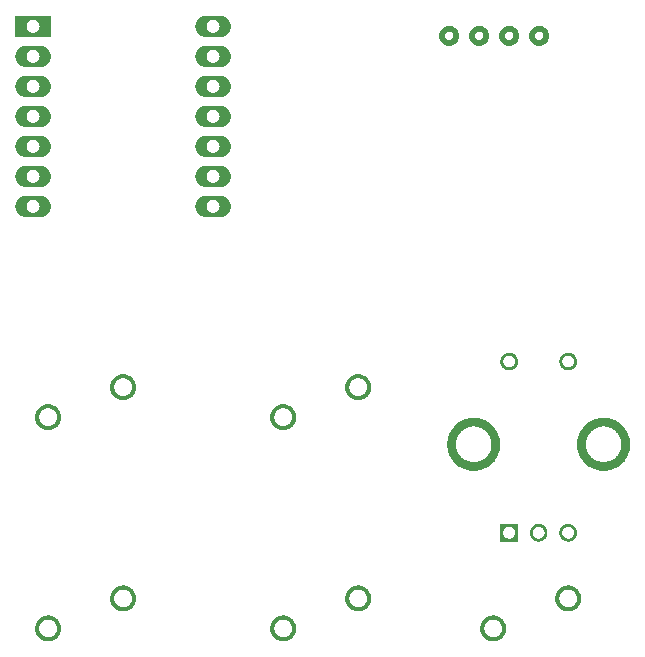
<source format=gbr>
%TF.GenerationSoftware,Flux,Pcbnew,7.0.11-7.0.11~ubuntu20.04.1*%
%TF.CreationDate,2024-10-19T07:10:41+00:00*%
%TF.ProjectId,input,696e7075-742e-46b6-9963-61645f706362,rev?*%
%TF.SameCoordinates,Original*%
%TF.FileFunction,Soldermask,Top*%
%TF.FilePolarity,Negative*%
%FSLAX46Y46*%
G04 Gerber Fmt 4.6, Leading zero omitted, Abs format (unit mm)*
G04 Filename: hackpad*
G04 Build it with Flux! Visit our site at: https://www.flux.ai (PCBNEW 7.0.11-7.0.11~ubuntu20.04.1) date 2024-10-19 07:10:41*
%MOMM*%
%LPD*%
G01*
G04 APERTURE LIST*
G04 APERTURE END LIST*
%TO.C,*%
G36*
X2620921Y-16789180D02*
G01*
X2674652Y-16794473D01*
X2728058Y-16802395D01*
X2781011Y-16812928D01*
X2833384Y-16826046D01*
X2885050Y-16841719D01*
X2935885Y-16859908D01*
X2985765Y-16880569D01*
X3034572Y-16903653D01*
X3082188Y-16929104D01*
X3128497Y-16956861D01*
X3173389Y-16986857D01*
X3216755Y-17019019D01*
X3258490Y-17053270D01*
X3298495Y-17089528D01*
X3336672Y-17127705D01*
X3372930Y-17167710D01*
X3407181Y-17209445D01*
X3439343Y-17252811D01*
X3469339Y-17297703D01*
X3497096Y-17344012D01*
X3522547Y-17391628D01*
X3545631Y-17440435D01*
X3566292Y-17490315D01*
X3584481Y-17541150D01*
X3600154Y-17592816D01*
X3613272Y-17645189D01*
X3623805Y-17698142D01*
X3631727Y-17751548D01*
X3637020Y-17805279D01*
X3639669Y-17859205D01*
X3639669Y-17913195D01*
X3637020Y-17967121D01*
X3631727Y-18020852D01*
X3623805Y-18074258D01*
X3613272Y-18127211D01*
X3600154Y-18179584D01*
X3584481Y-18231250D01*
X3566292Y-18282085D01*
X3545631Y-18331965D01*
X3522547Y-18380772D01*
X3497096Y-18428388D01*
X3469339Y-18474697D01*
X3439343Y-18519589D01*
X3407181Y-18562955D01*
X3372930Y-18604690D01*
X3336672Y-18644695D01*
X3298495Y-18682872D01*
X3258490Y-18719130D01*
X3216755Y-18753381D01*
X3173389Y-18785543D01*
X3128497Y-18815539D01*
X3082188Y-18843296D01*
X3034572Y-18868747D01*
X2985765Y-18891831D01*
X2935885Y-18912492D01*
X2885050Y-18930681D01*
X2833384Y-18946354D01*
X2781011Y-18959472D01*
X2728058Y-18970005D01*
X2674652Y-18977927D01*
X2620921Y-18983220D01*
X2566995Y-18985869D01*
X2513005Y-18985869D01*
X2459079Y-18983220D01*
X2405348Y-18977927D01*
X2351942Y-18970005D01*
X2298989Y-18959472D01*
X2246616Y-18946354D01*
X2194950Y-18930681D01*
X2144115Y-18912492D01*
X2094235Y-18891831D01*
X2045428Y-18868747D01*
X1997812Y-18843296D01*
X1951503Y-18815539D01*
X1906611Y-18785543D01*
X1863245Y-18753381D01*
X1821510Y-18719130D01*
X1781505Y-18682872D01*
X1743328Y-18644695D01*
X1707070Y-18604690D01*
X1672819Y-18562955D01*
X1640657Y-18519589D01*
X1610661Y-18474697D01*
X1582904Y-18428388D01*
X1557453Y-18380772D01*
X1534369Y-18331965D01*
X1513708Y-18282085D01*
X1495519Y-18231250D01*
X1479846Y-18179584D01*
X1466728Y-18127211D01*
X1456195Y-18074258D01*
X1448273Y-18020852D01*
X1442980Y-17967121D01*
X1440331Y-17913195D01*
X1440331Y-17904606D01*
X1790226Y-17904606D01*
X1792032Y-17941373D01*
X1795640Y-17978008D01*
X1801042Y-18014421D01*
X1808223Y-18050526D01*
X1817168Y-18086235D01*
X1827854Y-18121461D01*
X1840255Y-18156121D01*
X1854343Y-18190131D01*
X1870082Y-18223408D01*
X1887435Y-18255874D01*
X1906360Y-18287448D01*
X1926811Y-18318056D01*
X1948740Y-18347624D01*
X1972093Y-18376080D01*
X1996815Y-18403355D01*
X2022845Y-18429385D01*
X2050120Y-18454107D01*
X2078576Y-18477460D01*
X2108144Y-18499389D01*
X2138752Y-18519840D01*
X2170326Y-18538765D01*
X2202792Y-18556118D01*
X2236069Y-18571857D01*
X2270079Y-18585945D01*
X2304739Y-18598346D01*
X2339965Y-18609032D01*
X2375674Y-18617977D01*
X2411779Y-18625158D01*
X2448192Y-18630560D01*
X2484827Y-18634168D01*
X2521594Y-18635974D01*
X2558406Y-18635974D01*
X2595173Y-18634168D01*
X2631808Y-18630560D01*
X2668221Y-18625158D01*
X2704326Y-18617977D01*
X2740035Y-18609032D01*
X2775261Y-18598346D01*
X2809921Y-18585945D01*
X2843931Y-18571857D01*
X2877208Y-18556118D01*
X2909674Y-18538765D01*
X2941248Y-18519840D01*
X2971856Y-18499389D01*
X3001424Y-18477460D01*
X3029880Y-18454107D01*
X3057155Y-18429385D01*
X3083185Y-18403355D01*
X3107907Y-18376080D01*
X3131260Y-18347624D01*
X3153189Y-18318056D01*
X3173640Y-18287448D01*
X3192565Y-18255874D01*
X3209918Y-18223408D01*
X3225657Y-18190131D01*
X3239745Y-18156121D01*
X3252146Y-18121461D01*
X3262832Y-18086235D01*
X3271777Y-18050526D01*
X3278958Y-18014421D01*
X3284360Y-17978008D01*
X3287968Y-17941373D01*
X3289774Y-17904606D01*
X3289774Y-17867794D01*
X3287968Y-17831027D01*
X3284360Y-17794392D01*
X3278958Y-17757979D01*
X3271777Y-17721874D01*
X3262832Y-17686165D01*
X3252146Y-17650939D01*
X3239745Y-17616279D01*
X3225657Y-17582269D01*
X3209918Y-17548992D01*
X3192565Y-17516526D01*
X3173640Y-17484952D01*
X3153189Y-17454344D01*
X3131260Y-17424776D01*
X3107907Y-17396320D01*
X3083185Y-17369045D01*
X3057155Y-17343015D01*
X3029880Y-17318293D01*
X3001424Y-17294940D01*
X2971856Y-17273011D01*
X2941248Y-17252560D01*
X2909674Y-17233635D01*
X2877208Y-17216282D01*
X2843931Y-17200543D01*
X2809921Y-17186455D01*
X2775261Y-17174054D01*
X2740035Y-17163368D01*
X2704326Y-17154423D01*
X2668221Y-17147242D01*
X2631808Y-17141840D01*
X2595173Y-17138232D01*
X2558406Y-17136426D01*
X2521594Y-17136426D01*
X2484827Y-17138232D01*
X2448192Y-17141840D01*
X2411779Y-17147242D01*
X2375674Y-17154423D01*
X2339965Y-17163368D01*
X2304739Y-17174054D01*
X2270079Y-17186455D01*
X2236069Y-17200543D01*
X2202792Y-17216282D01*
X2170326Y-17233635D01*
X2138752Y-17252560D01*
X2108144Y-17273011D01*
X2078576Y-17294940D01*
X2050120Y-17318293D01*
X2022845Y-17343015D01*
X1996815Y-17369045D01*
X1972093Y-17396320D01*
X1948740Y-17424776D01*
X1926811Y-17454344D01*
X1906360Y-17484952D01*
X1887435Y-17516526D01*
X1870082Y-17548992D01*
X1854343Y-17582269D01*
X1840255Y-17616279D01*
X1827854Y-17650939D01*
X1817168Y-17686165D01*
X1808223Y-17721874D01*
X1801042Y-17757979D01*
X1795640Y-17794392D01*
X1792032Y-17831027D01*
X1790226Y-17867794D01*
X1790226Y-17904606D01*
X1440331Y-17904606D01*
X1440331Y-17859205D01*
X1442980Y-17805279D01*
X1448273Y-17751548D01*
X1456195Y-17698142D01*
X1466728Y-17645189D01*
X1479846Y-17592816D01*
X1495519Y-17541150D01*
X1513708Y-17490315D01*
X1534369Y-17440435D01*
X1557453Y-17391628D01*
X1582904Y-17344012D01*
X1610661Y-17297703D01*
X1640657Y-17252811D01*
X1672819Y-17209445D01*
X1707070Y-17167710D01*
X1743328Y-17127705D01*
X1781505Y-17089528D01*
X1821510Y-17053270D01*
X1863245Y-17019019D01*
X1906611Y-16986857D01*
X1951503Y-16956861D01*
X1997812Y-16929104D01*
X2045428Y-16903653D01*
X2094235Y-16880569D01*
X2144115Y-16859908D01*
X2194950Y-16841719D01*
X2246616Y-16826046D01*
X2298989Y-16812928D01*
X2351942Y-16802395D01*
X2405348Y-16794473D01*
X2459079Y-16789180D01*
X2513005Y-16786531D01*
X2566995Y-16786531D01*
X2620921Y-16789180D01*
G37*
G36*
X-3729079Y-19329180D02*
G01*
X-3675348Y-19334473D01*
X-3621942Y-19342395D01*
X-3568989Y-19352928D01*
X-3516616Y-19366046D01*
X-3464950Y-19381719D01*
X-3414115Y-19399908D01*
X-3364235Y-19420569D01*
X-3315428Y-19443653D01*
X-3267812Y-19469104D01*
X-3221503Y-19496861D01*
X-3176611Y-19526857D01*
X-3133245Y-19559019D01*
X-3091510Y-19593270D01*
X-3051505Y-19629528D01*
X-3013328Y-19667705D01*
X-2977070Y-19707710D01*
X-2942819Y-19749445D01*
X-2910657Y-19792811D01*
X-2880661Y-19837703D01*
X-2852904Y-19884012D01*
X-2827453Y-19931628D01*
X-2804369Y-19980435D01*
X-2783708Y-20030315D01*
X-2765519Y-20081150D01*
X-2749846Y-20132816D01*
X-2736728Y-20185189D01*
X-2726195Y-20238142D01*
X-2718273Y-20291548D01*
X-2712980Y-20345279D01*
X-2710331Y-20399205D01*
X-2710331Y-20453195D01*
X-2712980Y-20507121D01*
X-2718273Y-20560852D01*
X-2726195Y-20614258D01*
X-2736728Y-20667211D01*
X-2749846Y-20719584D01*
X-2765519Y-20771250D01*
X-2783708Y-20822085D01*
X-2804369Y-20871965D01*
X-2827453Y-20920772D01*
X-2852904Y-20968388D01*
X-2880661Y-21014697D01*
X-2910657Y-21059589D01*
X-2942819Y-21102955D01*
X-2977070Y-21144690D01*
X-3013328Y-21184695D01*
X-3051505Y-21222872D01*
X-3091510Y-21259130D01*
X-3133245Y-21293381D01*
X-3176611Y-21325543D01*
X-3221503Y-21355539D01*
X-3267812Y-21383296D01*
X-3315428Y-21408747D01*
X-3364235Y-21431831D01*
X-3414115Y-21452492D01*
X-3464950Y-21470681D01*
X-3516616Y-21486354D01*
X-3568989Y-21499472D01*
X-3621942Y-21510005D01*
X-3675348Y-21517927D01*
X-3729079Y-21523220D01*
X-3783005Y-21525869D01*
X-3836995Y-21525869D01*
X-3890921Y-21523220D01*
X-3944652Y-21517927D01*
X-3998058Y-21510005D01*
X-4051011Y-21499472D01*
X-4103384Y-21486354D01*
X-4155050Y-21470681D01*
X-4205885Y-21452492D01*
X-4255765Y-21431831D01*
X-4304572Y-21408747D01*
X-4352188Y-21383296D01*
X-4398497Y-21355539D01*
X-4443389Y-21325543D01*
X-4486755Y-21293381D01*
X-4528490Y-21259130D01*
X-4568495Y-21222872D01*
X-4606672Y-21184695D01*
X-4642930Y-21144690D01*
X-4677181Y-21102955D01*
X-4709343Y-21059589D01*
X-4739339Y-21014697D01*
X-4767096Y-20968388D01*
X-4792547Y-20920772D01*
X-4815631Y-20871965D01*
X-4836292Y-20822085D01*
X-4854481Y-20771250D01*
X-4870154Y-20719584D01*
X-4883272Y-20667211D01*
X-4893805Y-20614258D01*
X-4901727Y-20560852D01*
X-4907020Y-20507121D01*
X-4909669Y-20453195D01*
X-4909669Y-20444606D01*
X-4559774Y-20444606D01*
X-4557968Y-20481373D01*
X-4554360Y-20518008D01*
X-4548958Y-20554421D01*
X-4541777Y-20590526D01*
X-4532832Y-20626235D01*
X-4522146Y-20661461D01*
X-4509745Y-20696121D01*
X-4495657Y-20730131D01*
X-4479918Y-20763408D01*
X-4462565Y-20795874D01*
X-4443640Y-20827448D01*
X-4423189Y-20858056D01*
X-4401260Y-20887624D01*
X-4377907Y-20916080D01*
X-4353185Y-20943355D01*
X-4327155Y-20969385D01*
X-4299880Y-20994107D01*
X-4271424Y-21017460D01*
X-4241856Y-21039389D01*
X-4211248Y-21059840D01*
X-4179674Y-21078765D01*
X-4147208Y-21096118D01*
X-4113931Y-21111857D01*
X-4079921Y-21125945D01*
X-4045261Y-21138346D01*
X-4010035Y-21149032D01*
X-3974326Y-21157977D01*
X-3938221Y-21165158D01*
X-3901808Y-21170560D01*
X-3865173Y-21174168D01*
X-3828406Y-21175974D01*
X-3791594Y-21175974D01*
X-3754827Y-21174168D01*
X-3718192Y-21170560D01*
X-3681779Y-21165158D01*
X-3645674Y-21157977D01*
X-3609965Y-21149032D01*
X-3574739Y-21138346D01*
X-3540079Y-21125945D01*
X-3506069Y-21111857D01*
X-3472792Y-21096118D01*
X-3440326Y-21078765D01*
X-3408752Y-21059840D01*
X-3378144Y-21039389D01*
X-3348576Y-21017460D01*
X-3320120Y-20994107D01*
X-3292845Y-20969385D01*
X-3266815Y-20943355D01*
X-3242093Y-20916080D01*
X-3218740Y-20887624D01*
X-3196811Y-20858056D01*
X-3176360Y-20827448D01*
X-3157435Y-20795874D01*
X-3140082Y-20763408D01*
X-3124343Y-20730131D01*
X-3110255Y-20696121D01*
X-3097854Y-20661461D01*
X-3087168Y-20626235D01*
X-3078223Y-20590526D01*
X-3071042Y-20554421D01*
X-3065640Y-20518008D01*
X-3062032Y-20481373D01*
X-3060226Y-20444606D01*
X-3060226Y-20407794D01*
X-3062032Y-20371027D01*
X-3065640Y-20334392D01*
X-3071042Y-20297979D01*
X-3078223Y-20261874D01*
X-3087168Y-20226165D01*
X-3097854Y-20190939D01*
X-3110255Y-20156279D01*
X-3124343Y-20122269D01*
X-3140082Y-20088992D01*
X-3157435Y-20056526D01*
X-3176360Y-20024952D01*
X-3196811Y-19994344D01*
X-3218740Y-19964776D01*
X-3242093Y-19936320D01*
X-3266815Y-19909045D01*
X-3292845Y-19883015D01*
X-3320120Y-19858293D01*
X-3348576Y-19834940D01*
X-3378144Y-19813011D01*
X-3408752Y-19792560D01*
X-3440326Y-19773635D01*
X-3472792Y-19756282D01*
X-3506069Y-19740543D01*
X-3540079Y-19726455D01*
X-3574739Y-19714054D01*
X-3609965Y-19703368D01*
X-3645674Y-19694423D01*
X-3681779Y-19687242D01*
X-3718192Y-19681840D01*
X-3754827Y-19678232D01*
X-3791594Y-19676426D01*
X-3828406Y-19676426D01*
X-3865173Y-19678232D01*
X-3901808Y-19681840D01*
X-3938221Y-19687242D01*
X-3974326Y-19694423D01*
X-4010035Y-19703368D01*
X-4045261Y-19714054D01*
X-4079921Y-19726455D01*
X-4113931Y-19740543D01*
X-4147208Y-19756282D01*
X-4179674Y-19773635D01*
X-4211248Y-19792560D01*
X-4241856Y-19813011D01*
X-4271424Y-19834940D01*
X-4299880Y-19858293D01*
X-4327155Y-19883015D01*
X-4353185Y-19909045D01*
X-4377907Y-19936320D01*
X-4401260Y-19964776D01*
X-4423189Y-19994344D01*
X-4443640Y-20024952D01*
X-4462565Y-20056526D01*
X-4479918Y-20088992D01*
X-4495657Y-20122269D01*
X-4509745Y-20156279D01*
X-4522146Y-20190939D01*
X-4532832Y-20226165D01*
X-4541777Y-20261874D01*
X-4548958Y-20297979D01*
X-4554360Y-20334392D01*
X-4557968Y-20371027D01*
X-4559774Y-20407794D01*
X-4559774Y-20444606D01*
X-4909669Y-20444606D01*
X-4909669Y-20399205D01*
X-4907020Y-20345279D01*
X-4901727Y-20291548D01*
X-4893805Y-20238142D01*
X-4883272Y-20185189D01*
X-4870154Y-20132816D01*
X-4854481Y-20081150D01*
X-4836292Y-20030315D01*
X-4815631Y-19980435D01*
X-4792547Y-19931628D01*
X-4767096Y-19884012D01*
X-4739339Y-19837703D01*
X-4709343Y-19792811D01*
X-4677181Y-19749445D01*
X-4642930Y-19707710D01*
X-4606672Y-19667705D01*
X-4568495Y-19629528D01*
X-4528490Y-19593270D01*
X-4486755Y-19559019D01*
X-4443389Y-19526857D01*
X-4398497Y-19496861D01*
X-4352188Y-19469104D01*
X-4304572Y-19443653D01*
X-4255765Y-19420569D01*
X-4205885Y-19399908D01*
X-4155050Y-19381719D01*
X-4103384Y-19366046D01*
X-4051011Y-19352928D01*
X-3998058Y-19342395D01*
X-3944652Y-19334473D01*
X-3890921Y-19329180D01*
X-3836995Y-19326531D01*
X-3783005Y-19326531D01*
X-3729079Y-19329180D01*
G37*
G36*
X-17282679Y1097020D02*
G01*
X-17228948Y1091727D01*
X-17175542Y1083805D01*
X-17122589Y1073272D01*
X-17070216Y1060154D01*
X-17018550Y1044481D01*
X-16967715Y1026292D01*
X-16917835Y1005631D01*
X-16869028Y982547D01*
X-16821412Y957096D01*
X-16775103Y929339D01*
X-16730211Y899343D01*
X-16686845Y867181D01*
X-16645110Y832930D01*
X-16605105Y796672D01*
X-16566928Y758495D01*
X-16530670Y718490D01*
X-16496419Y676755D01*
X-16464257Y633389D01*
X-16434261Y588497D01*
X-16406504Y542188D01*
X-16381053Y494572D01*
X-16357969Y445765D01*
X-16337308Y395885D01*
X-16319119Y345050D01*
X-16303446Y293384D01*
X-16290328Y241011D01*
X-16279795Y188058D01*
X-16271873Y134652D01*
X-16266580Y80921D01*
X-16263931Y26995D01*
X-16263931Y-26995D01*
X-16266580Y-80921D01*
X-16271873Y-134652D01*
X-16279795Y-188058D01*
X-16290328Y-241011D01*
X-16303446Y-293384D01*
X-16319119Y-345050D01*
X-16337308Y-395885D01*
X-16357969Y-445765D01*
X-16381053Y-494572D01*
X-16406504Y-542188D01*
X-16434261Y-588497D01*
X-16464257Y-633389D01*
X-16496419Y-676755D01*
X-16530670Y-718490D01*
X-16566928Y-758495D01*
X-16605105Y-796672D01*
X-16645110Y-832930D01*
X-16686845Y-867181D01*
X-16730211Y-899343D01*
X-16775103Y-929339D01*
X-16821412Y-957096D01*
X-16869028Y-982547D01*
X-16917835Y-1005631D01*
X-16967715Y-1026292D01*
X-17018550Y-1044481D01*
X-17070216Y-1060154D01*
X-17122589Y-1073272D01*
X-17175542Y-1083805D01*
X-17228948Y-1091727D01*
X-17282679Y-1097020D01*
X-17336605Y-1099669D01*
X-17390595Y-1099669D01*
X-17444521Y-1097020D01*
X-17498252Y-1091727D01*
X-17551658Y-1083805D01*
X-17604611Y-1073272D01*
X-17656984Y-1060154D01*
X-17708650Y-1044481D01*
X-17759485Y-1026292D01*
X-17809365Y-1005631D01*
X-17858172Y-982547D01*
X-17905788Y-957096D01*
X-17952097Y-929339D01*
X-17996989Y-899343D01*
X-18040355Y-867181D01*
X-18082090Y-832930D01*
X-18122095Y-796672D01*
X-18160272Y-758495D01*
X-18196530Y-718490D01*
X-18230781Y-676755D01*
X-18262943Y-633389D01*
X-18292939Y-588497D01*
X-18320696Y-542188D01*
X-18346147Y-494572D01*
X-18369231Y-445765D01*
X-18389892Y-395885D01*
X-18408081Y-345050D01*
X-18423754Y-293384D01*
X-18436872Y-241011D01*
X-18447405Y-188058D01*
X-18455327Y-134652D01*
X-18460620Y-80921D01*
X-18463269Y-26995D01*
X-18463269Y-18406D01*
X-18113374Y-18406D01*
X-18111568Y-55173D01*
X-18107960Y-91808D01*
X-18102558Y-128221D01*
X-18095377Y-164326D01*
X-18086432Y-200035D01*
X-18075746Y-235261D01*
X-18063345Y-269921D01*
X-18049257Y-303931D01*
X-18033518Y-337208D01*
X-18016165Y-369674D01*
X-17997240Y-401248D01*
X-17976789Y-431856D01*
X-17954860Y-461424D01*
X-17931507Y-489880D01*
X-17906785Y-517155D01*
X-17880755Y-543185D01*
X-17853480Y-567907D01*
X-17825024Y-591260D01*
X-17795456Y-613189D01*
X-17764848Y-633640D01*
X-17733274Y-652565D01*
X-17700808Y-669918D01*
X-17667531Y-685657D01*
X-17633521Y-699745D01*
X-17598861Y-712146D01*
X-17563635Y-722832D01*
X-17527926Y-731777D01*
X-17491821Y-738958D01*
X-17455408Y-744360D01*
X-17418773Y-747968D01*
X-17382006Y-749774D01*
X-17345194Y-749774D01*
X-17308427Y-747968D01*
X-17271792Y-744360D01*
X-17235379Y-738958D01*
X-17199274Y-731777D01*
X-17163565Y-722832D01*
X-17128339Y-712146D01*
X-17093679Y-699745D01*
X-17059669Y-685657D01*
X-17026392Y-669918D01*
X-16993926Y-652565D01*
X-16962352Y-633640D01*
X-16931744Y-613189D01*
X-16902176Y-591260D01*
X-16873720Y-567907D01*
X-16846445Y-543185D01*
X-16820415Y-517155D01*
X-16795693Y-489880D01*
X-16772340Y-461424D01*
X-16750411Y-431856D01*
X-16729960Y-401248D01*
X-16711035Y-369674D01*
X-16693682Y-337208D01*
X-16677943Y-303931D01*
X-16663855Y-269921D01*
X-16651454Y-235261D01*
X-16640768Y-200035D01*
X-16631823Y-164326D01*
X-16624642Y-128221D01*
X-16619240Y-91808D01*
X-16615632Y-55173D01*
X-16613826Y-18406D01*
X-16613826Y18406D01*
X-16615632Y55173D01*
X-16619240Y91808D01*
X-16624642Y128221D01*
X-16631823Y164326D01*
X-16640768Y200035D01*
X-16651454Y235261D01*
X-16663855Y269921D01*
X-16677943Y303931D01*
X-16693682Y337208D01*
X-16711035Y369674D01*
X-16729960Y401248D01*
X-16750411Y431856D01*
X-16772340Y461424D01*
X-16795693Y489880D01*
X-16820415Y517155D01*
X-16846445Y543185D01*
X-16873720Y567907D01*
X-16902176Y591260D01*
X-16931744Y613189D01*
X-16962352Y633640D01*
X-16993926Y652565D01*
X-17026392Y669918D01*
X-17059669Y685657D01*
X-17093679Y699745D01*
X-17128339Y712146D01*
X-17163565Y722832D01*
X-17199274Y731777D01*
X-17235379Y738958D01*
X-17271792Y744360D01*
X-17308427Y747968D01*
X-17345194Y749774D01*
X-17382006Y749774D01*
X-17418773Y747968D01*
X-17455408Y744360D01*
X-17491821Y738958D01*
X-17527926Y731777D01*
X-17563635Y722832D01*
X-17598861Y712146D01*
X-17633521Y699745D01*
X-17667531Y685657D01*
X-17700808Y669918D01*
X-17733274Y652565D01*
X-17764848Y633640D01*
X-17795456Y613189D01*
X-17825024Y591260D01*
X-17853480Y567907D01*
X-17880755Y543185D01*
X-17906785Y517155D01*
X-17931507Y489880D01*
X-17954860Y461424D01*
X-17976789Y431856D01*
X-17997240Y401248D01*
X-18016165Y369674D01*
X-18033518Y337208D01*
X-18049257Y303931D01*
X-18063345Y269921D01*
X-18075746Y235261D01*
X-18086432Y200035D01*
X-18095377Y164326D01*
X-18102558Y128221D01*
X-18107960Y91808D01*
X-18111568Y55173D01*
X-18113374Y18406D01*
X-18113374Y-18406D01*
X-18463269Y-18406D01*
X-18463269Y26995D01*
X-18460620Y80921D01*
X-18455327Y134652D01*
X-18447405Y188058D01*
X-18436872Y241011D01*
X-18423754Y293384D01*
X-18408081Y345050D01*
X-18389892Y395885D01*
X-18369231Y445765D01*
X-18346147Y494572D01*
X-18320696Y542188D01*
X-18292939Y588497D01*
X-18262943Y633389D01*
X-18230781Y676755D01*
X-18196530Y718490D01*
X-18160272Y758495D01*
X-18122095Y796672D01*
X-18082090Y832930D01*
X-18040355Y867181D01*
X-17996989Y899343D01*
X-17952097Y929339D01*
X-17905788Y957096D01*
X-17858172Y982547D01*
X-17809365Y1005631D01*
X-17759485Y1026292D01*
X-17708650Y1044481D01*
X-17656984Y1060154D01*
X-17604611Y1073272D01*
X-17551658Y1083805D01*
X-17498252Y1091727D01*
X-17444521Y1097020D01*
X-17390595Y1099669D01*
X-17336605Y1099669D01*
X-17282679Y1097020D01*
G37*
G36*
X-23632679Y-1442980D02*
G01*
X-23578948Y-1448273D01*
X-23525542Y-1456195D01*
X-23472589Y-1466728D01*
X-23420216Y-1479846D01*
X-23368550Y-1495519D01*
X-23317715Y-1513708D01*
X-23267835Y-1534369D01*
X-23219028Y-1557453D01*
X-23171412Y-1582904D01*
X-23125103Y-1610661D01*
X-23080211Y-1640657D01*
X-23036845Y-1672819D01*
X-22995110Y-1707070D01*
X-22955105Y-1743328D01*
X-22916928Y-1781505D01*
X-22880670Y-1821510D01*
X-22846419Y-1863245D01*
X-22814257Y-1906611D01*
X-22784261Y-1951503D01*
X-22756504Y-1997812D01*
X-22731053Y-2045428D01*
X-22707969Y-2094235D01*
X-22687308Y-2144115D01*
X-22669119Y-2194950D01*
X-22653446Y-2246616D01*
X-22640328Y-2298989D01*
X-22629795Y-2351942D01*
X-22621873Y-2405348D01*
X-22616580Y-2459079D01*
X-22613931Y-2513005D01*
X-22613931Y-2566995D01*
X-22616580Y-2620921D01*
X-22621873Y-2674652D01*
X-22629795Y-2728058D01*
X-22640328Y-2781011D01*
X-22653446Y-2833384D01*
X-22669119Y-2885050D01*
X-22687308Y-2935885D01*
X-22707969Y-2985765D01*
X-22731053Y-3034572D01*
X-22756504Y-3082188D01*
X-22784261Y-3128497D01*
X-22814257Y-3173389D01*
X-22846419Y-3216755D01*
X-22880670Y-3258490D01*
X-22916928Y-3298495D01*
X-22955105Y-3336672D01*
X-22995110Y-3372930D01*
X-23036845Y-3407181D01*
X-23080211Y-3439343D01*
X-23125103Y-3469339D01*
X-23171412Y-3497096D01*
X-23219028Y-3522547D01*
X-23267835Y-3545631D01*
X-23317715Y-3566292D01*
X-23368550Y-3584481D01*
X-23420216Y-3600154D01*
X-23472589Y-3613272D01*
X-23525542Y-3623805D01*
X-23578948Y-3631727D01*
X-23632679Y-3637020D01*
X-23686605Y-3639669D01*
X-23740595Y-3639669D01*
X-23794521Y-3637020D01*
X-23848252Y-3631727D01*
X-23901658Y-3623805D01*
X-23954611Y-3613272D01*
X-24006984Y-3600154D01*
X-24058650Y-3584481D01*
X-24109485Y-3566292D01*
X-24159365Y-3545631D01*
X-24208172Y-3522547D01*
X-24255788Y-3497096D01*
X-24302097Y-3469339D01*
X-24346989Y-3439343D01*
X-24390355Y-3407181D01*
X-24432090Y-3372930D01*
X-24472095Y-3336672D01*
X-24510272Y-3298495D01*
X-24546530Y-3258490D01*
X-24580781Y-3216755D01*
X-24612943Y-3173389D01*
X-24642939Y-3128497D01*
X-24670696Y-3082188D01*
X-24696147Y-3034572D01*
X-24719231Y-2985765D01*
X-24739892Y-2935885D01*
X-24758081Y-2885050D01*
X-24773754Y-2833384D01*
X-24786872Y-2781011D01*
X-24797405Y-2728058D01*
X-24805327Y-2674652D01*
X-24810620Y-2620921D01*
X-24813269Y-2566995D01*
X-24813269Y-2558406D01*
X-24463374Y-2558406D01*
X-24461568Y-2595173D01*
X-24457960Y-2631808D01*
X-24452558Y-2668221D01*
X-24445377Y-2704326D01*
X-24436432Y-2740035D01*
X-24425746Y-2775261D01*
X-24413345Y-2809921D01*
X-24399257Y-2843931D01*
X-24383518Y-2877208D01*
X-24366165Y-2909674D01*
X-24347240Y-2941248D01*
X-24326789Y-2971856D01*
X-24304860Y-3001424D01*
X-24281507Y-3029880D01*
X-24256785Y-3057155D01*
X-24230755Y-3083185D01*
X-24203480Y-3107907D01*
X-24175024Y-3131260D01*
X-24145456Y-3153189D01*
X-24114848Y-3173640D01*
X-24083274Y-3192565D01*
X-24050808Y-3209918D01*
X-24017531Y-3225657D01*
X-23983521Y-3239745D01*
X-23948861Y-3252146D01*
X-23913635Y-3262832D01*
X-23877926Y-3271777D01*
X-23841821Y-3278958D01*
X-23805408Y-3284360D01*
X-23768773Y-3287968D01*
X-23732006Y-3289774D01*
X-23695194Y-3289774D01*
X-23658427Y-3287968D01*
X-23621792Y-3284360D01*
X-23585379Y-3278958D01*
X-23549274Y-3271777D01*
X-23513565Y-3262832D01*
X-23478339Y-3252146D01*
X-23443679Y-3239745D01*
X-23409669Y-3225657D01*
X-23376392Y-3209918D01*
X-23343926Y-3192565D01*
X-23312352Y-3173640D01*
X-23281744Y-3153189D01*
X-23252176Y-3131260D01*
X-23223720Y-3107907D01*
X-23196445Y-3083185D01*
X-23170415Y-3057155D01*
X-23145693Y-3029880D01*
X-23122340Y-3001424D01*
X-23100411Y-2971856D01*
X-23079960Y-2941248D01*
X-23061035Y-2909674D01*
X-23043682Y-2877208D01*
X-23027943Y-2843931D01*
X-23013855Y-2809921D01*
X-23001454Y-2775261D01*
X-22990768Y-2740035D01*
X-22981823Y-2704326D01*
X-22974642Y-2668221D01*
X-22969240Y-2631808D01*
X-22965632Y-2595173D01*
X-22963826Y-2558406D01*
X-22963826Y-2521594D01*
X-22965632Y-2484827D01*
X-22969240Y-2448192D01*
X-22974642Y-2411779D01*
X-22981823Y-2375674D01*
X-22990768Y-2339965D01*
X-23001454Y-2304739D01*
X-23013855Y-2270079D01*
X-23027943Y-2236069D01*
X-23043682Y-2202792D01*
X-23061035Y-2170326D01*
X-23079960Y-2138752D01*
X-23100411Y-2108144D01*
X-23122340Y-2078576D01*
X-23145693Y-2050120D01*
X-23170415Y-2022845D01*
X-23196445Y-1996815D01*
X-23223720Y-1972093D01*
X-23252176Y-1948740D01*
X-23281744Y-1926811D01*
X-23312352Y-1906360D01*
X-23343926Y-1887435D01*
X-23376392Y-1870082D01*
X-23409669Y-1854343D01*
X-23443679Y-1840255D01*
X-23478339Y-1827854D01*
X-23513565Y-1817168D01*
X-23549274Y-1808223D01*
X-23585379Y-1801042D01*
X-23621792Y-1795640D01*
X-23658427Y-1792032D01*
X-23695194Y-1790226D01*
X-23732006Y-1790226D01*
X-23768773Y-1792032D01*
X-23805408Y-1795640D01*
X-23841821Y-1801042D01*
X-23877926Y-1808223D01*
X-23913635Y-1817168D01*
X-23948861Y-1827854D01*
X-23983521Y-1840255D01*
X-24017531Y-1854343D01*
X-24050808Y-1870082D01*
X-24083274Y-1887435D01*
X-24114848Y-1906360D01*
X-24145456Y-1926811D01*
X-24175024Y-1948740D01*
X-24203480Y-1972093D01*
X-24230755Y-1996815D01*
X-24256785Y-2022845D01*
X-24281507Y-2050120D01*
X-24304860Y-2078576D01*
X-24326789Y-2108144D01*
X-24347240Y-2138752D01*
X-24366165Y-2170326D01*
X-24383518Y-2202792D01*
X-24399257Y-2236069D01*
X-24413345Y-2270079D01*
X-24425746Y-2304739D01*
X-24436432Y-2339965D01*
X-24445377Y-2375674D01*
X-24452558Y-2411779D01*
X-24457960Y-2448192D01*
X-24461568Y-2484827D01*
X-24463374Y-2521594D01*
X-24463374Y-2558406D01*
X-24813269Y-2558406D01*
X-24813269Y-2513005D01*
X-24810620Y-2459079D01*
X-24805327Y-2405348D01*
X-24797405Y-2351942D01*
X-24786872Y-2298989D01*
X-24773754Y-2246616D01*
X-24758081Y-2194950D01*
X-24739892Y-2144115D01*
X-24719231Y-2094235D01*
X-24696147Y-2045428D01*
X-24670696Y-1997812D01*
X-24642939Y-1951503D01*
X-24612943Y-1906611D01*
X-24580781Y-1863245D01*
X-24546530Y-1821510D01*
X-24510272Y-1781505D01*
X-24472095Y-1743328D01*
X-24432090Y-1707070D01*
X-24390355Y-1672819D01*
X-24346989Y-1640657D01*
X-24302097Y-1610661D01*
X-24255788Y-1582904D01*
X-24208172Y-1557453D01*
X-24159365Y-1534369D01*
X-24109485Y-1513708D01*
X-24058650Y-1495519D01*
X-24006984Y-1479846D01*
X-23954611Y-1466728D01*
X-23901658Y-1456195D01*
X-23848252Y-1448273D01*
X-23794521Y-1442980D01*
X-23740595Y-1440331D01*
X-23686605Y-1440331D01*
X-23632679Y-1442980D01*
G37*
G36*
X20400721Y-16789180D02*
G01*
X20454452Y-16794473D01*
X20507858Y-16802395D01*
X20560811Y-16812928D01*
X20613184Y-16826046D01*
X20664850Y-16841719D01*
X20715685Y-16859908D01*
X20765565Y-16880569D01*
X20814372Y-16903653D01*
X20861988Y-16929104D01*
X20908297Y-16956861D01*
X20953189Y-16986857D01*
X20996555Y-17019019D01*
X21038290Y-17053270D01*
X21078295Y-17089528D01*
X21116472Y-17127705D01*
X21152730Y-17167710D01*
X21186981Y-17209445D01*
X21219143Y-17252811D01*
X21249139Y-17297703D01*
X21276896Y-17344012D01*
X21302347Y-17391628D01*
X21325431Y-17440435D01*
X21346092Y-17490315D01*
X21364281Y-17541150D01*
X21379954Y-17592816D01*
X21393072Y-17645189D01*
X21403605Y-17698142D01*
X21411527Y-17751548D01*
X21416820Y-17805279D01*
X21419469Y-17859205D01*
X21419469Y-17913195D01*
X21416820Y-17967121D01*
X21411527Y-18020852D01*
X21403605Y-18074258D01*
X21393072Y-18127211D01*
X21379954Y-18179584D01*
X21364281Y-18231250D01*
X21346092Y-18282085D01*
X21325431Y-18331965D01*
X21302347Y-18380772D01*
X21276896Y-18428388D01*
X21249139Y-18474697D01*
X21219143Y-18519589D01*
X21186981Y-18562955D01*
X21152730Y-18604690D01*
X21116472Y-18644695D01*
X21078295Y-18682872D01*
X21038290Y-18719130D01*
X20996555Y-18753381D01*
X20953189Y-18785543D01*
X20908297Y-18815539D01*
X20861988Y-18843296D01*
X20814372Y-18868747D01*
X20765565Y-18891831D01*
X20715685Y-18912492D01*
X20664850Y-18930681D01*
X20613184Y-18946354D01*
X20560811Y-18959472D01*
X20507858Y-18970005D01*
X20454452Y-18977927D01*
X20400721Y-18983220D01*
X20346795Y-18985869D01*
X20292805Y-18985869D01*
X20238879Y-18983220D01*
X20185148Y-18977927D01*
X20131742Y-18970005D01*
X20078789Y-18959472D01*
X20026416Y-18946354D01*
X19974750Y-18930681D01*
X19923915Y-18912492D01*
X19874035Y-18891831D01*
X19825228Y-18868747D01*
X19777612Y-18843296D01*
X19731303Y-18815539D01*
X19686411Y-18785543D01*
X19643045Y-18753381D01*
X19601310Y-18719130D01*
X19561305Y-18682872D01*
X19523128Y-18644695D01*
X19486870Y-18604690D01*
X19452619Y-18562955D01*
X19420457Y-18519589D01*
X19390461Y-18474697D01*
X19362704Y-18428388D01*
X19337253Y-18380772D01*
X19314169Y-18331965D01*
X19293508Y-18282085D01*
X19275319Y-18231250D01*
X19259646Y-18179584D01*
X19246528Y-18127211D01*
X19235995Y-18074258D01*
X19228073Y-18020852D01*
X19222780Y-17967121D01*
X19220131Y-17913195D01*
X19220131Y-17904606D01*
X19570026Y-17904606D01*
X19571832Y-17941373D01*
X19575440Y-17978008D01*
X19580842Y-18014421D01*
X19588023Y-18050526D01*
X19596968Y-18086235D01*
X19607654Y-18121461D01*
X19620055Y-18156121D01*
X19634143Y-18190131D01*
X19649882Y-18223408D01*
X19667235Y-18255874D01*
X19686160Y-18287448D01*
X19706611Y-18318056D01*
X19728540Y-18347624D01*
X19751893Y-18376080D01*
X19776615Y-18403355D01*
X19802645Y-18429385D01*
X19829920Y-18454107D01*
X19858376Y-18477460D01*
X19887944Y-18499389D01*
X19918552Y-18519840D01*
X19950126Y-18538765D01*
X19982592Y-18556118D01*
X20015869Y-18571857D01*
X20049879Y-18585945D01*
X20084539Y-18598346D01*
X20119765Y-18609032D01*
X20155474Y-18617977D01*
X20191579Y-18625158D01*
X20227992Y-18630560D01*
X20264627Y-18634168D01*
X20301394Y-18635974D01*
X20338206Y-18635974D01*
X20374973Y-18634168D01*
X20411608Y-18630560D01*
X20448021Y-18625158D01*
X20484126Y-18617977D01*
X20519835Y-18609032D01*
X20555061Y-18598346D01*
X20589721Y-18585945D01*
X20623731Y-18571857D01*
X20657008Y-18556118D01*
X20689474Y-18538765D01*
X20721048Y-18519840D01*
X20751656Y-18499389D01*
X20781224Y-18477460D01*
X20809680Y-18454107D01*
X20836955Y-18429385D01*
X20862985Y-18403355D01*
X20887707Y-18376080D01*
X20911060Y-18347624D01*
X20932989Y-18318056D01*
X20953440Y-18287448D01*
X20972365Y-18255874D01*
X20989718Y-18223408D01*
X21005457Y-18190131D01*
X21019545Y-18156121D01*
X21031946Y-18121461D01*
X21042632Y-18086235D01*
X21051577Y-18050526D01*
X21058758Y-18014421D01*
X21064160Y-17978008D01*
X21067768Y-17941373D01*
X21069574Y-17904606D01*
X21069574Y-17867794D01*
X21067768Y-17831027D01*
X21064160Y-17794392D01*
X21058758Y-17757979D01*
X21051577Y-17721874D01*
X21042632Y-17686165D01*
X21031946Y-17650939D01*
X21019545Y-17616279D01*
X21005457Y-17582269D01*
X20989718Y-17548992D01*
X20972365Y-17516526D01*
X20953440Y-17484952D01*
X20932989Y-17454344D01*
X20911060Y-17424776D01*
X20887707Y-17396320D01*
X20862985Y-17369045D01*
X20836955Y-17343015D01*
X20809680Y-17318293D01*
X20781224Y-17294940D01*
X20751656Y-17273011D01*
X20721048Y-17252560D01*
X20689474Y-17233635D01*
X20657008Y-17216282D01*
X20623731Y-17200543D01*
X20589721Y-17186455D01*
X20555061Y-17174054D01*
X20519835Y-17163368D01*
X20484126Y-17154423D01*
X20448021Y-17147242D01*
X20411608Y-17141840D01*
X20374973Y-17138232D01*
X20338206Y-17136426D01*
X20301394Y-17136426D01*
X20264627Y-17138232D01*
X20227992Y-17141840D01*
X20191579Y-17147242D01*
X20155474Y-17154423D01*
X20119765Y-17163368D01*
X20084539Y-17174054D01*
X20049879Y-17186455D01*
X20015869Y-17200543D01*
X19982592Y-17216282D01*
X19950126Y-17233635D01*
X19918552Y-17252560D01*
X19887944Y-17273011D01*
X19858376Y-17294940D01*
X19829920Y-17318293D01*
X19802645Y-17343015D01*
X19776615Y-17369045D01*
X19751893Y-17396320D01*
X19728540Y-17424776D01*
X19706611Y-17454344D01*
X19686160Y-17484952D01*
X19667235Y-17516526D01*
X19649882Y-17548992D01*
X19634143Y-17582269D01*
X19620055Y-17616279D01*
X19607654Y-17650939D01*
X19596968Y-17686165D01*
X19588023Y-17721874D01*
X19580842Y-17757979D01*
X19575440Y-17794392D01*
X19571832Y-17831027D01*
X19570026Y-17867794D01*
X19570026Y-17904606D01*
X19220131Y-17904606D01*
X19220131Y-17859205D01*
X19222780Y-17805279D01*
X19228073Y-17751548D01*
X19235995Y-17698142D01*
X19246528Y-17645189D01*
X19259646Y-17592816D01*
X19275319Y-17541150D01*
X19293508Y-17490315D01*
X19314169Y-17440435D01*
X19337253Y-17391628D01*
X19362704Y-17344012D01*
X19390461Y-17297703D01*
X19420457Y-17252811D01*
X19452619Y-17209445D01*
X19486870Y-17167710D01*
X19523128Y-17127705D01*
X19561305Y-17089528D01*
X19601310Y-17053270D01*
X19643045Y-17019019D01*
X19686411Y-16986857D01*
X19731303Y-16956861D01*
X19777612Y-16929104D01*
X19825228Y-16903653D01*
X19874035Y-16880569D01*
X19923915Y-16859908D01*
X19974750Y-16841719D01*
X20026416Y-16826046D01*
X20078789Y-16812928D01*
X20131742Y-16802395D01*
X20185148Y-16794473D01*
X20238879Y-16789180D01*
X20292805Y-16786531D01*
X20346795Y-16786531D01*
X20400721Y-16789180D01*
G37*
G36*
X14050721Y-19329180D02*
G01*
X14104452Y-19334473D01*
X14157858Y-19342395D01*
X14210811Y-19352928D01*
X14263184Y-19366046D01*
X14314850Y-19381719D01*
X14365685Y-19399908D01*
X14415565Y-19420569D01*
X14464372Y-19443653D01*
X14511988Y-19469104D01*
X14558297Y-19496861D01*
X14603189Y-19526857D01*
X14646555Y-19559019D01*
X14688290Y-19593270D01*
X14728295Y-19629528D01*
X14766472Y-19667705D01*
X14802730Y-19707710D01*
X14836981Y-19749445D01*
X14869143Y-19792811D01*
X14899139Y-19837703D01*
X14926896Y-19884012D01*
X14952347Y-19931628D01*
X14975431Y-19980435D01*
X14996092Y-20030315D01*
X15014281Y-20081150D01*
X15029954Y-20132816D01*
X15043072Y-20185189D01*
X15053605Y-20238142D01*
X15061527Y-20291548D01*
X15066820Y-20345279D01*
X15069469Y-20399205D01*
X15069469Y-20453195D01*
X15066820Y-20507121D01*
X15061527Y-20560852D01*
X15053605Y-20614258D01*
X15043072Y-20667211D01*
X15029954Y-20719584D01*
X15014281Y-20771250D01*
X14996092Y-20822085D01*
X14975431Y-20871965D01*
X14952347Y-20920772D01*
X14926896Y-20968388D01*
X14899139Y-21014697D01*
X14869143Y-21059589D01*
X14836981Y-21102955D01*
X14802730Y-21144690D01*
X14766472Y-21184695D01*
X14728295Y-21222872D01*
X14688290Y-21259130D01*
X14646555Y-21293381D01*
X14603189Y-21325543D01*
X14558297Y-21355539D01*
X14511988Y-21383296D01*
X14464372Y-21408747D01*
X14415565Y-21431831D01*
X14365685Y-21452492D01*
X14314850Y-21470681D01*
X14263184Y-21486354D01*
X14210811Y-21499472D01*
X14157858Y-21510005D01*
X14104452Y-21517927D01*
X14050721Y-21523220D01*
X13996795Y-21525869D01*
X13942805Y-21525869D01*
X13888879Y-21523220D01*
X13835148Y-21517927D01*
X13781742Y-21510005D01*
X13728789Y-21499472D01*
X13676416Y-21486354D01*
X13624750Y-21470681D01*
X13573915Y-21452492D01*
X13524035Y-21431831D01*
X13475228Y-21408747D01*
X13427612Y-21383296D01*
X13381303Y-21355539D01*
X13336411Y-21325543D01*
X13293045Y-21293381D01*
X13251310Y-21259130D01*
X13211305Y-21222872D01*
X13173128Y-21184695D01*
X13136870Y-21144690D01*
X13102619Y-21102955D01*
X13070457Y-21059589D01*
X13040461Y-21014697D01*
X13012704Y-20968388D01*
X12987253Y-20920772D01*
X12964169Y-20871965D01*
X12943508Y-20822085D01*
X12925319Y-20771250D01*
X12909646Y-20719584D01*
X12896528Y-20667211D01*
X12885995Y-20614258D01*
X12878073Y-20560852D01*
X12872780Y-20507121D01*
X12870131Y-20453195D01*
X12870131Y-20444606D01*
X13220026Y-20444606D01*
X13221832Y-20481373D01*
X13225440Y-20518008D01*
X13230842Y-20554421D01*
X13238023Y-20590526D01*
X13246968Y-20626235D01*
X13257654Y-20661461D01*
X13270055Y-20696121D01*
X13284143Y-20730131D01*
X13299882Y-20763408D01*
X13317235Y-20795874D01*
X13336160Y-20827448D01*
X13356611Y-20858056D01*
X13378540Y-20887624D01*
X13401893Y-20916080D01*
X13426615Y-20943355D01*
X13452645Y-20969385D01*
X13479920Y-20994107D01*
X13508376Y-21017460D01*
X13537944Y-21039389D01*
X13568552Y-21059840D01*
X13600126Y-21078765D01*
X13632592Y-21096118D01*
X13665869Y-21111857D01*
X13699879Y-21125945D01*
X13734539Y-21138346D01*
X13769765Y-21149032D01*
X13805474Y-21157977D01*
X13841579Y-21165158D01*
X13877992Y-21170560D01*
X13914627Y-21174168D01*
X13951394Y-21175974D01*
X13988206Y-21175974D01*
X14024973Y-21174168D01*
X14061608Y-21170560D01*
X14098021Y-21165158D01*
X14134126Y-21157977D01*
X14169835Y-21149032D01*
X14205061Y-21138346D01*
X14239721Y-21125945D01*
X14273731Y-21111857D01*
X14307008Y-21096118D01*
X14339474Y-21078765D01*
X14371048Y-21059840D01*
X14401656Y-21039389D01*
X14431224Y-21017460D01*
X14459680Y-20994107D01*
X14486955Y-20969385D01*
X14512985Y-20943355D01*
X14537707Y-20916080D01*
X14561060Y-20887624D01*
X14582989Y-20858056D01*
X14603440Y-20827448D01*
X14622365Y-20795874D01*
X14639718Y-20763408D01*
X14655457Y-20730131D01*
X14669545Y-20696121D01*
X14681946Y-20661461D01*
X14692632Y-20626235D01*
X14701577Y-20590526D01*
X14708758Y-20554421D01*
X14714160Y-20518008D01*
X14717768Y-20481373D01*
X14719574Y-20444606D01*
X14719574Y-20407794D01*
X14717768Y-20371027D01*
X14714160Y-20334392D01*
X14708758Y-20297979D01*
X14701577Y-20261874D01*
X14692632Y-20226165D01*
X14681946Y-20190939D01*
X14669545Y-20156279D01*
X14655457Y-20122269D01*
X14639718Y-20088992D01*
X14622365Y-20056526D01*
X14603440Y-20024952D01*
X14582989Y-19994344D01*
X14561060Y-19964776D01*
X14537707Y-19936320D01*
X14512985Y-19909045D01*
X14486955Y-19883015D01*
X14459680Y-19858293D01*
X14431224Y-19834940D01*
X14401656Y-19813011D01*
X14371048Y-19792560D01*
X14339474Y-19773635D01*
X14307008Y-19756282D01*
X14273731Y-19740543D01*
X14239721Y-19726455D01*
X14205061Y-19714054D01*
X14169835Y-19703368D01*
X14134126Y-19694423D01*
X14098021Y-19687242D01*
X14061608Y-19681840D01*
X14024973Y-19678232D01*
X13988206Y-19676426D01*
X13951394Y-19676426D01*
X13914627Y-19678232D01*
X13877992Y-19681840D01*
X13841579Y-19687242D01*
X13805474Y-19694423D01*
X13769765Y-19703368D01*
X13734539Y-19714054D01*
X13699879Y-19726455D01*
X13665869Y-19740543D01*
X13632592Y-19756282D01*
X13600126Y-19773635D01*
X13568552Y-19792560D01*
X13537944Y-19813011D01*
X13508376Y-19834940D01*
X13479920Y-19858293D01*
X13452645Y-19883015D01*
X13426615Y-19909045D01*
X13401893Y-19936320D01*
X13378540Y-19964776D01*
X13356611Y-19994344D01*
X13336160Y-20024952D01*
X13317235Y-20056526D01*
X13299882Y-20088992D01*
X13284143Y-20122269D01*
X13270055Y-20156279D01*
X13257654Y-20190939D01*
X13246968Y-20226165D01*
X13238023Y-20261874D01*
X13230842Y-20297979D01*
X13225440Y-20334392D01*
X13221832Y-20371027D01*
X13220026Y-20407794D01*
X13220026Y-20444606D01*
X12870131Y-20444606D01*
X12870131Y-20399205D01*
X12872780Y-20345279D01*
X12878073Y-20291548D01*
X12885995Y-20238142D01*
X12896528Y-20185189D01*
X12909646Y-20132816D01*
X12925319Y-20081150D01*
X12943508Y-20030315D01*
X12964169Y-19980435D01*
X12987253Y-19931628D01*
X13012704Y-19884012D01*
X13040461Y-19837703D01*
X13070457Y-19792811D01*
X13102619Y-19749445D01*
X13136870Y-19707710D01*
X13173128Y-19667705D01*
X13211305Y-19629528D01*
X13251310Y-19593270D01*
X13293045Y-19559019D01*
X13336411Y-19526857D01*
X13381303Y-19496861D01*
X13427612Y-19469104D01*
X13475228Y-19443653D01*
X13524035Y-19420569D01*
X13573915Y-19399908D01*
X13624750Y-19381719D01*
X13676416Y-19366046D01*
X13728789Y-19352928D01*
X13781742Y-19342395D01*
X13835148Y-19334473D01*
X13888879Y-19329180D01*
X13942805Y-19326531D01*
X13996795Y-19326531D01*
X14050721Y-19329180D01*
G37*
G36*
X-25561513Y23821229D02*
G01*
X-24361513Y23821229D01*
X-24317392Y23819061D01*
X-24273430Y23814732D01*
X-24229734Y23808250D01*
X-24186409Y23799632D01*
X-24143559Y23788898D01*
X-24101286Y23776075D01*
X-24059694Y23761194D01*
X-24018883Y23744289D01*
X-23978950Y23725402D01*
X-23939992Y23704578D01*
X-23902102Y23681868D01*
X-23865373Y23657326D01*
X-23829892Y23631012D01*
X-23795744Y23602988D01*
X-23763014Y23573322D01*
X-23731778Y23542086D01*
X-23702112Y23509356D01*
X-23674088Y23475208D01*
X-23647774Y23439727D01*
X-23623232Y23402998D01*
X-23600522Y23365108D01*
X-23579698Y23326150D01*
X-23560811Y23286217D01*
X-23543906Y23245406D01*
X-23529025Y23203814D01*
X-23516202Y23161541D01*
X-23505468Y23118691D01*
X-23496850Y23075366D01*
X-23490368Y23031670D01*
X-23486039Y22987708D01*
X-23483871Y22943587D01*
X-23483871Y22899413D01*
X-23486039Y22855292D01*
X-23490368Y22811330D01*
X-23496850Y22767634D01*
X-23505468Y22724309D01*
X-23516202Y22681459D01*
X-23529025Y22639186D01*
X-23543906Y22597594D01*
X-23560811Y22556783D01*
X-23579698Y22516850D01*
X-23600522Y22477892D01*
X-23623232Y22440002D01*
X-23647774Y22403273D01*
X-23674088Y22367792D01*
X-23702112Y22333644D01*
X-23731778Y22300914D01*
X-23763014Y22269678D01*
X-23795744Y22240012D01*
X-23829892Y22211988D01*
X-23865373Y22185674D01*
X-23902102Y22161132D01*
X-23939992Y22138422D01*
X-23978950Y22117598D01*
X-24018883Y22098711D01*
X-24059694Y22081806D01*
X-24101286Y22066925D01*
X-24143559Y22054102D01*
X-24186409Y22043368D01*
X-24229734Y22034750D01*
X-24273430Y22028268D01*
X-24317392Y22023939D01*
X-24361513Y22021771D01*
X-25605687Y22021771D01*
X-25649808Y22023939D01*
X-25693770Y22028268D01*
X-25737466Y22034750D01*
X-25780791Y22043368D01*
X-25823641Y22054102D01*
X-25865914Y22066925D01*
X-25907506Y22081806D01*
X-25948317Y22098711D01*
X-25988250Y22117598D01*
X-26027208Y22138422D01*
X-26065098Y22161132D01*
X-26101827Y22185674D01*
X-26137308Y22211988D01*
X-26171456Y22240012D01*
X-26204186Y22269678D01*
X-26235422Y22300914D01*
X-26265088Y22333644D01*
X-26293112Y22367792D01*
X-26319426Y22403273D01*
X-26343968Y22440002D01*
X-26366678Y22477892D01*
X-26387502Y22516850D01*
X-26406389Y22556783D01*
X-26423294Y22597594D01*
X-26438175Y22639186D01*
X-26450998Y22681459D01*
X-26461732Y22724309D01*
X-26470350Y22767634D01*
X-26476832Y22811330D01*
X-26481161Y22855292D01*
X-26483329Y22899413D01*
X-26483329Y22908002D01*
X-25533434Y22908002D01*
X-25532110Y22881039D01*
X-25529464Y22854174D01*
X-25525503Y22827471D01*
X-25520236Y22800994D01*
X-25513677Y22774808D01*
X-25505840Y22748975D01*
X-25496746Y22723558D01*
X-25486415Y22698617D01*
X-25474873Y22674214D01*
X-25462148Y22650406D01*
X-25448269Y22627251D01*
X-25433272Y22604805D01*
X-25417191Y22583123D01*
X-25400065Y22562255D01*
X-25381936Y22542253D01*
X-25362847Y22523164D01*
X-25342845Y22505035D01*
X-25321977Y22487909D01*
X-25300295Y22471828D01*
X-25277849Y22456831D01*
X-25254694Y22442952D01*
X-25230886Y22430227D01*
X-25206483Y22418685D01*
X-25181542Y22408354D01*
X-25156125Y22399260D01*
X-25130292Y22391423D01*
X-25104106Y22384864D01*
X-25077629Y22379597D01*
X-25050926Y22375636D01*
X-25024061Y22372990D01*
X-24997098Y22371666D01*
X-24970102Y22371666D01*
X-24943139Y22372990D01*
X-24916274Y22375636D01*
X-24889571Y22379597D01*
X-24863094Y22384864D01*
X-24836908Y22391423D01*
X-24811075Y22399260D01*
X-24785658Y22408354D01*
X-24760717Y22418685D01*
X-24736314Y22430227D01*
X-24712506Y22442952D01*
X-24689351Y22456831D01*
X-24666905Y22471828D01*
X-24645223Y22487909D01*
X-24624355Y22505035D01*
X-24604353Y22523164D01*
X-24585264Y22542253D01*
X-24567135Y22562255D01*
X-24550009Y22583123D01*
X-24533928Y22604805D01*
X-24518931Y22627251D01*
X-24505052Y22650406D01*
X-24492327Y22674214D01*
X-24480785Y22698617D01*
X-24470454Y22723558D01*
X-24461360Y22748975D01*
X-24453523Y22774808D01*
X-24446964Y22800994D01*
X-24441697Y22827471D01*
X-24437736Y22854174D01*
X-24435090Y22881039D01*
X-24433766Y22908002D01*
X-24433766Y22934998D01*
X-24435090Y22961961D01*
X-24437736Y22988826D01*
X-24441697Y23015529D01*
X-24446964Y23042006D01*
X-24453523Y23068192D01*
X-24461360Y23094025D01*
X-24470454Y23119442D01*
X-24480785Y23144383D01*
X-24492327Y23168786D01*
X-24505052Y23192594D01*
X-24518931Y23215749D01*
X-24533928Y23238195D01*
X-24550009Y23259877D01*
X-24567135Y23280745D01*
X-24585264Y23300747D01*
X-24604353Y23319836D01*
X-24624355Y23337965D01*
X-24645223Y23355091D01*
X-24666905Y23371172D01*
X-24689351Y23386169D01*
X-24712506Y23400048D01*
X-24736314Y23412773D01*
X-24760717Y23424315D01*
X-24785658Y23434646D01*
X-24811075Y23443740D01*
X-24836908Y23451577D01*
X-24863094Y23458136D01*
X-24889571Y23463403D01*
X-24916274Y23467364D01*
X-24943139Y23470010D01*
X-24970102Y23471334D01*
X-24997098Y23471334D01*
X-25024061Y23470010D01*
X-25050926Y23467364D01*
X-25077629Y23463403D01*
X-25104106Y23458136D01*
X-25130292Y23451577D01*
X-25156125Y23443740D01*
X-25181542Y23434646D01*
X-25206483Y23424315D01*
X-25230886Y23412773D01*
X-25254694Y23400048D01*
X-25277849Y23386169D01*
X-25300295Y23371172D01*
X-25321977Y23355091D01*
X-25342845Y23337965D01*
X-25362847Y23319836D01*
X-25381936Y23300747D01*
X-25400065Y23280745D01*
X-25417191Y23259877D01*
X-25433272Y23238195D01*
X-25448269Y23215749D01*
X-25462148Y23192594D01*
X-25474873Y23168786D01*
X-25486415Y23144383D01*
X-25496746Y23119442D01*
X-25505840Y23094025D01*
X-25513677Y23068192D01*
X-25520236Y23042006D01*
X-25525503Y23015529D01*
X-25529464Y22988826D01*
X-25532110Y22961961D01*
X-25533434Y22934998D01*
X-25533434Y22908002D01*
X-26483329Y22908002D01*
X-26483329Y22943587D01*
X-26481161Y22987708D01*
X-26476832Y23031670D01*
X-26470350Y23075366D01*
X-26461732Y23118691D01*
X-26450998Y23161541D01*
X-26438175Y23203814D01*
X-26423294Y23245406D01*
X-26406389Y23286217D01*
X-26387502Y23326150D01*
X-26366678Y23365108D01*
X-26343968Y23402998D01*
X-26319426Y23439727D01*
X-26293112Y23475208D01*
X-26265088Y23509356D01*
X-26235422Y23542086D01*
X-26204186Y23573322D01*
X-26171456Y23602988D01*
X-26137308Y23631012D01*
X-26101827Y23657326D01*
X-26065098Y23681868D01*
X-26027208Y23704578D01*
X-25988250Y23725402D01*
X-25948317Y23744289D01*
X-25907506Y23761194D01*
X-25865914Y23776075D01*
X-25823641Y23788898D01*
X-25780791Y23799632D01*
X-25737466Y23808250D01*
X-25693770Y23814732D01*
X-25649808Y23819061D01*
X-25605687Y23821229D01*
X-25561513Y23821229D01*
G37*
G36*
X-10321513Y31441229D02*
G01*
X-9121513Y31441229D01*
X-9077392Y31439061D01*
X-9033430Y31434732D01*
X-8989734Y31428250D01*
X-8946409Y31419632D01*
X-8903559Y31408898D01*
X-8861286Y31396075D01*
X-8819694Y31381194D01*
X-8778883Y31364289D01*
X-8738950Y31345402D01*
X-8699992Y31324578D01*
X-8662102Y31301868D01*
X-8625373Y31277326D01*
X-8589892Y31251012D01*
X-8555744Y31222988D01*
X-8523014Y31193322D01*
X-8491778Y31162086D01*
X-8462112Y31129356D01*
X-8434088Y31095208D01*
X-8407774Y31059727D01*
X-8383232Y31022998D01*
X-8360522Y30985108D01*
X-8339698Y30946150D01*
X-8320811Y30906217D01*
X-8303906Y30865406D01*
X-8289025Y30823814D01*
X-8276202Y30781541D01*
X-8265468Y30738691D01*
X-8256850Y30695366D01*
X-8250368Y30651670D01*
X-8246039Y30607708D01*
X-8243871Y30563587D01*
X-8243871Y30519413D01*
X-8246039Y30475292D01*
X-8250368Y30431330D01*
X-8256850Y30387634D01*
X-8265468Y30344309D01*
X-8276202Y30301459D01*
X-8289025Y30259186D01*
X-8303906Y30217594D01*
X-8320811Y30176783D01*
X-8339698Y30136850D01*
X-8360522Y30097892D01*
X-8383232Y30060002D01*
X-8407774Y30023273D01*
X-8434088Y29987792D01*
X-8462112Y29953644D01*
X-8491778Y29920914D01*
X-8523014Y29889678D01*
X-8555744Y29860012D01*
X-8589892Y29831988D01*
X-8625373Y29805674D01*
X-8662102Y29781132D01*
X-8699992Y29758422D01*
X-8738950Y29737598D01*
X-8778883Y29718711D01*
X-8819694Y29701806D01*
X-8861286Y29686925D01*
X-8903559Y29674102D01*
X-8946409Y29663368D01*
X-8989734Y29654750D01*
X-9033430Y29648268D01*
X-9077392Y29643939D01*
X-9121513Y29641771D01*
X-10365687Y29641771D01*
X-10409808Y29643939D01*
X-10453770Y29648268D01*
X-10497466Y29654750D01*
X-10540791Y29663368D01*
X-10583641Y29674102D01*
X-10625914Y29686925D01*
X-10667506Y29701806D01*
X-10708317Y29718711D01*
X-10748250Y29737598D01*
X-10787208Y29758422D01*
X-10825098Y29781132D01*
X-10861827Y29805674D01*
X-10897308Y29831988D01*
X-10931456Y29860012D01*
X-10964186Y29889678D01*
X-10995422Y29920914D01*
X-11025088Y29953644D01*
X-11053112Y29987792D01*
X-11079426Y30023273D01*
X-11103968Y30060002D01*
X-11126678Y30097892D01*
X-11147502Y30136850D01*
X-11166389Y30176783D01*
X-11183294Y30217594D01*
X-11198175Y30259186D01*
X-11210998Y30301459D01*
X-11221732Y30344309D01*
X-11230350Y30387634D01*
X-11236832Y30431330D01*
X-11241161Y30475292D01*
X-11243329Y30519413D01*
X-11243329Y30528002D01*
X-10293434Y30528002D01*
X-10292110Y30501039D01*
X-10289464Y30474174D01*
X-10285503Y30447471D01*
X-10280236Y30420994D01*
X-10273677Y30394808D01*
X-10265840Y30368975D01*
X-10256746Y30343558D01*
X-10246415Y30318617D01*
X-10234873Y30294214D01*
X-10222148Y30270406D01*
X-10208269Y30247251D01*
X-10193272Y30224805D01*
X-10177191Y30203123D01*
X-10160065Y30182255D01*
X-10141936Y30162253D01*
X-10122847Y30143164D01*
X-10102845Y30125035D01*
X-10081977Y30107909D01*
X-10060295Y30091828D01*
X-10037849Y30076831D01*
X-10014694Y30062952D01*
X-9990886Y30050227D01*
X-9966483Y30038685D01*
X-9941542Y30028354D01*
X-9916125Y30019260D01*
X-9890292Y30011423D01*
X-9864106Y30004864D01*
X-9837629Y29999597D01*
X-9810926Y29995636D01*
X-9784061Y29992990D01*
X-9757098Y29991666D01*
X-9730102Y29991666D01*
X-9703139Y29992990D01*
X-9676274Y29995636D01*
X-9649571Y29999597D01*
X-9623094Y30004864D01*
X-9596908Y30011423D01*
X-9571075Y30019260D01*
X-9545658Y30028354D01*
X-9520717Y30038685D01*
X-9496314Y30050227D01*
X-9472506Y30062952D01*
X-9449351Y30076831D01*
X-9426905Y30091828D01*
X-9405223Y30107909D01*
X-9384355Y30125035D01*
X-9364353Y30143164D01*
X-9345264Y30162253D01*
X-9327135Y30182255D01*
X-9310009Y30203123D01*
X-9293928Y30224805D01*
X-9278931Y30247251D01*
X-9265052Y30270406D01*
X-9252327Y30294214D01*
X-9240785Y30318617D01*
X-9230454Y30343558D01*
X-9221360Y30368975D01*
X-9213523Y30394808D01*
X-9206964Y30420994D01*
X-9201697Y30447471D01*
X-9197736Y30474174D01*
X-9195090Y30501039D01*
X-9193766Y30528002D01*
X-9193766Y30554998D01*
X-9195090Y30581961D01*
X-9197736Y30608826D01*
X-9201697Y30635529D01*
X-9206964Y30662006D01*
X-9213523Y30688192D01*
X-9221360Y30714025D01*
X-9230454Y30739442D01*
X-9240785Y30764383D01*
X-9252327Y30788786D01*
X-9265052Y30812594D01*
X-9278931Y30835749D01*
X-9293928Y30858195D01*
X-9310009Y30879877D01*
X-9327135Y30900745D01*
X-9345264Y30920747D01*
X-9364353Y30939836D01*
X-9384355Y30957965D01*
X-9405223Y30975091D01*
X-9426905Y30991172D01*
X-9449351Y31006169D01*
X-9472506Y31020048D01*
X-9496314Y31032773D01*
X-9520717Y31044315D01*
X-9545658Y31054646D01*
X-9571075Y31063740D01*
X-9596908Y31071577D01*
X-9623094Y31078136D01*
X-9649571Y31083403D01*
X-9676274Y31087364D01*
X-9703139Y31090010D01*
X-9730102Y31091334D01*
X-9757098Y31091334D01*
X-9784061Y31090010D01*
X-9810926Y31087364D01*
X-9837629Y31083403D01*
X-9864106Y31078136D01*
X-9890292Y31071577D01*
X-9916125Y31063740D01*
X-9941542Y31054646D01*
X-9966483Y31044315D01*
X-9990886Y31032773D01*
X-10014694Y31020048D01*
X-10037849Y31006169D01*
X-10060295Y30991172D01*
X-10081977Y30975091D01*
X-10102845Y30957965D01*
X-10122847Y30939836D01*
X-10141936Y30920747D01*
X-10160065Y30900745D01*
X-10177191Y30879877D01*
X-10193272Y30858195D01*
X-10208269Y30835749D01*
X-10222148Y30812594D01*
X-10234873Y30788786D01*
X-10246415Y30764383D01*
X-10256746Y30739442D01*
X-10265840Y30714025D01*
X-10273677Y30688192D01*
X-10280236Y30662006D01*
X-10285503Y30635529D01*
X-10289464Y30608826D01*
X-10292110Y30581961D01*
X-10293434Y30554998D01*
X-10293434Y30528002D01*
X-11243329Y30528002D01*
X-11243329Y30563587D01*
X-11241161Y30607708D01*
X-11236832Y30651670D01*
X-11230350Y30695366D01*
X-11221732Y30738691D01*
X-11210998Y30781541D01*
X-11198175Y30823814D01*
X-11183294Y30865406D01*
X-11166389Y30906217D01*
X-11147502Y30946150D01*
X-11126678Y30985108D01*
X-11103968Y31022998D01*
X-11079426Y31059727D01*
X-11053112Y31095208D01*
X-11025088Y31129356D01*
X-10995422Y31162086D01*
X-10964186Y31193322D01*
X-10931456Y31222988D01*
X-10897308Y31251012D01*
X-10861827Y31277326D01*
X-10825098Y31301868D01*
X-10787208Y31324578D01*
X-10748250Y31345402D01*
X-10708317Y31364289D01*
X-10667506Y31381194D01*
X-10625914Y31396075D01*
X-10583641Y31408898D01*
X-10540791Y31419632D01*
X-10497466Y31428250D01*
X-10453770Y31434732D01*
X-10409808Y31439061D01*
X-10365687Y31441229D01*
X-10321513Y31441229D01*
G37*
G36*
X-25561513Y21281229D02*
G01*
X-24361513Y21281229D01*
X-24317392Y21279061D01*
X-24273430Y21274732D01*
X-24229734Y21268250D01*
X-24186409Y21259632D01*
X-24143559Y21248898D01*
X-24101286Y21236075D01*
X-24059694Y21221194D01*
X-24018883Y21204289D01*
X-23978950Y21185402D01*
X-23939992Y21164578D01*
X-23902102Y21141868D01*
X-23865373Y21117326D01*
X-23829892Y21091012D01*
X-23795744Y21062988D01*
X-23763014Y21033322D01*
X-23731778Y21002086D01*
X-23702112Y20969356D01*
X-23674088Y20935208D01*
X-23647774Y20899727D01*
X-23623232Y20862998D01*
X-23600522Y20825108D01*
X-23579698Y20786150D01*
X-23560811Y20746217D01*
X-23543906Y20705406D01*
X-23529025Y20663814D01*
X-23516202Y20621541D01*
X-23505468Y20578691D01*
X-23496850Y20535366D01*
X-23490368Y20491670D01*
X-23486039Y20447708D01*
X-23483871Y20403587D01*
X-23483871Y20359413D01*
X-23486039Y20315292D01*
X-23490368Y20271330D01*
X-23496850Y20227634D01*
X-23505468Y20184309D01*
X-23516202Y20141459D01*
X-23529025Y20099186D01*
X-23543906Y20057594D01*
X-23560811Y20016783D01*
X-23579698Y19976850D01*
X-23600522Y19937892D01*
X-23623232Y19900002D01*
X-23647774Y19863273D01*
X-23674088Y19827792D01*
X-23702112Y19793644D01*
X-23731778Y19760914D01*
X-23763014Y19729678D01*
X-23795744Y19700012D01*
X-23829892Y19671988D01*
X-23865373Y19645674D01*
X-23902102Y19621132D01*
X-23939992Y19598422D01*
X-23978950Y19577598D01*
X-24018883Y19558711D01*
X-24059694Y19541806D01*
X-24101286Y19526925D01*
X-24143559Y19514102D01*
X-24186409Y19503368D01*
X-24229734Y19494750D01*
X-24273430Y19488268D01*
X-24317392Y19483939D01*
X-24361513Y19481771D01*
X-25605687Y19481771D01*
X-25649808Y19483939D01*
X-25693770Y19488268D01*
X-25737466Y19494750D01*
X-25780791Y19503368D01*
X-25823641Y19514102D01*
X-25865914Y19526925D01*
X-25907506Y19541806D01*
X-25948317Y19558711D01*
X-25988250Y19577598D01*
X-26027208Y19598422D01*
X-26065098Y19621132D01*
X-26101827Y19645674D01*
X-26137308Y19671988D01*
X-26171456Y19700012D01*
X-26204186Y19729678D01*
X-26235422Y19760914D01*
X-26265088Y19793644D01*
X-26293112Y19827792D01*
X-26319426Y19863273D01*
X-26343968Y19900002D01*
X-26366678Y19937892D01*
X-26387502Y19976850D01*
X-26406389Y20016783D01*
X-26423294Y20057594D01*
X-26438175Y20099186D01*
X-26450998Y20141459D01*
X-26461732Y20184309D01*
X-26470350Y20227634D01*
X-26476832Y20271330D01*
X-26481161Y20315292D01*
X-26483329Y20359413D01*
X-26483329Y20368002D01*
X-25533434Y20368002D01*
X-25532110Y20341039D01*
X-25529464Y20314174D01*
X-25525503Y20287471D01*
X-25520236Y20260994D01*
X-25513677Y20234808D01*
X-25505840Y20208975D01*
X-25496746Y20183558D01*
X-25486415Y20158617D01*
X-25474873Y20134214D01*
X-25462148Y20110406D01*
X-25448269Y20087251D01*
X-25433272Y20064805D01*
X-25417191Y20043123D01*
X-25400065Y20022255D01*
X-25381936Y20002253D01*
X-25362847Y19983164D01*
X-25342845Y19965035D01*
X-25321977Y19947909D01*
X-25300295Y19931828D01*
X-25277849Y19916831D01*
X-25254694Y19902952D01*
X-25230886Y19890227D01*
X-25206483Y19878685D01*
X-25181542Y19868354D01*
X-25156125Y19859260D01*
X-25130292Y19851423D01*
X-25104106Y19844864D01*
X-25077629Y19839597D01*
X-25050926Y19835636D01*
X-25024061Y19832990D01*
X-24997098Y19831666D01*
X-24970102Y19831666D01*
X-24943139Y19832990D01*
X-24916274Y19835636D01*
X-24889571Y19839597D01*
X-24863094Y19844864D01*
X-24836908Y19851423D01*
X-24811075Y19859260D01*
X-24785658Y19868354D01*
X-24760717Y19878685D01*
X-24736314Y19890227D01*
X-24712506Y19902952D01*
X-24689351Y19916831D01*
X-24666905Y19931828D01*
X-24645223Y19947909D01*
X-24624355Y19965035D01*
X-24604353Y19983164D01*
X-24585264Y20002253D01*
X-24567135Y20022255D01*
X-24550009Y20043123D01*
X-24533928Y20064805D01*
X-24518931Y20087251D01*
X-24505052Y20110406D01*
X-24492327Y20134214D01*
X-24480785Y20158617D01*
X-24470454Y20183558D01*
X-24461360Y20208975D01*
X-24453523Y20234808D01*
X-24446964Y20260994D01*
X-24441697Y20287471D01*
X-24437736Y20314174D01*
X-24435090Y20341039D01*
X-24433766Y20368002D01*
X-24433766Y20394998D01*
X-24435090Y20421961D01*
X-24437736Y20448826D01*
X-24441697Y20475529D01*
X-24446964Y20502006D01*
X-24453523Y20528192D01*
X-24461360Y20554025D01*
X-24470454Y20579442D01*
X-24480785Y20604383D01*
X-24492327Y20628786D01*
X-24505052Y20652594D01*
X-24518931Y20675749D01*
X-24533928Y20698195D01*
X-24550009Y20719877D01*
X-24567135Y20740745D01*
X-24585264Y20760747D01*
X-24604353Y20779836D01*
X-24624355Y20797965D01*
X-24645223Y20815091D01*
X-24666905Y20831172D01*
X-24689351Y20846169D01*
X-24712506Y20860048D01*
X-24736314Y20872773D01*
X-24760717Y20884315D01*
X-24785658Y20894646D01*
X-24811075Y20903740D01*
X-24836908Y20911577D01*
X-24863094Y20918136D01*
X-24889571Y20923403D01*
X-24916274Y20927364D01*
X-24943139Y20930010D01*
X-24970102Y20931334D01*
X-24997098Y20931334D01*
X-25024061Y20930010D01*
X-25050926Y20927364D01*
X-25077629Y20923403D01*
X-25104106Y20918136D01*
X-25130292Y20911577D01*
X-25156125Y20903740D01*
X-25181542Y20894646D01*
X-25206483Y20884315D01*
X-25230886Y20872773D01*
X-25254694Y20860048D01*
X-25277849Y20846169D01*
X-25300295Y20831172D01*
X-25321977Y20815091D01*
X-25342845Y20797965D01*
X-25362847Y20779836D01*
X-25381936Y20760747D01*
X-25400065Y20740745D01*
X-25417191Y20719877D01*
X-25433272Y20698195D01*
X-25448269Y20675749D01*
X-25462148Y20652594D01*
X-25474873Y20628786D01*
X-25486415Y20604383D01*
X-25496746Y20579442D01*
X-25505840Y20554025D01*
X-25513677Y20528192D01*
X-25520236Y20502006D01*
X-25525503Y20475529D01*
X-25529464Y20448826D01*
X-25532110Y20421961D01*
X-25533434Y20394998D01*
X-25533434Y20368002D01*
X-26483329Y20368002D01*
X-26483329Y20403587D01*
X-26481161Y20447708D01*
X-26476832Y20491670D01*
X-26470350Y20535366D01*
X-26461732Y20578691D01*
X-26450998Y20621541D01*
X-26438175Y20663814D01*
X-26423294Y20705406D01*
X-26406389Y20746217D01*
X-26387502Y20786150D01*
X-26366678Y20825108D01*
X-26343968Y20862998D01*
X-26319426Y20899727D01*
X-26293112Y20935208D01*
X-26265088Y20969356D01*
X-26235422Y21002086D01*
X-26204186Y21033322D01*
X-26171456Y21062988D01*
X-26137308Y21091012D01*
X-26101827Y21117326D01*
X-26065098Y21141868D01*
X-26027208Y21164578D01*
X-25988250Y21185402D01*
X-25948317Y21204289D01*
X-25907506Y21221194D01*
X-25865914Y21236075D01*
X-25823641Y21248898D01*
X-25780791Y21259632D01*
X-25737466Y21268250D01*
X-25693770Y21274732D01*
X-25649808Y21279061D01*
X-25605687Y21281229D01*
X-25561513Y21281229D01*
G37*
G36*
X-10321513Y16201229D02*
G01*
X-9121513Y16201229D01*
X-9077392Y16199061D01*
X-9033430Y16194732D01*
X-8989734Y16188250D01*
X-8946409Y16179632D01*
X-8903559Y16168898D01*
X-8861286Y16156075D01*
X-8819694Y16141194D01*
X-8778883Y16124289D01*
X-8738950Y16105402D01*
X-8699992Y16084578D01*
X-8662102Y16061868D01*
X-8625373Y16037326D01*
X-8589892Y16011012D01*
X-8555744Y15982988D01*
X-8523014Y15953322D01*
X-8491778Y15922086D01*
X-8462112Y15889356D01*
X-8434088Y15855208D01*
X-8407774Y15819727D01*
X-8383232Y15782998D01*
X-8360522Y15745108D01*
X-8339698Y15706150D01*
X-8320811Y15666217D01*
X-8303906Y15625406D01*
X-8289025Y15583814D01*
X-8276202Y15541541D01*
X-8265468Y15498691D01*
X-8256850Y15455366D01*
X-8250368Y15411670D01*
X-8246039Y15367708D01*
X-8243871Y15323587D01*
X-8243871Y15279413D01*
X-8246039Y15235292D01*
X-8250368Y15191330D01*
X-8256850Y15147634D01*
X-8265468Y15104309D01*
X-8276202Y15061459D01*
X-8289025Y15019186D01*
X-8303906Y14977594D01*
X-8320811Y14936783D01*
X-8339698Y14896850D01*
X-8360522Y14857892D01*
X-8383232Y14820002D01*
X-8407774Y14783273D01*
X-8434088Y14747792D01*
X-8462112Y14713644D01*
X-8491778Y14680914D01*
X-8523014Y14649678D01*
X-8555744Y14620012D01*
X-8589892Y14591988D01*
X-8625373Y14565674D01*
X-8662102Y14541132D01*
X-8699992Y14518422D01*
X-8738950Y14497598D01*
X-8778883Y14478711D01*
X-8819694Y14461806D01*
X-8861286Y14446925D01*
X-8903559Y14434102D01*
X-8946409Y14423368D01*
X-8989734Y14414750D01*
X-9033430Y14408268D01*
X-9077392Y14403939D01*
X-9121513Y14401771D01*
X-10365687Y14401771D01*
X-10409808Y14403939D01*
X-10453770Y14408268D01*
X-10497466Y14414750D01*
X-10540791Y14423368D01*
X-10583641Y14434102D01*
X-10625914Y14446925D01*
X-10667506Y14461806D01*
X-10708317Y14478711D01*
X-10748250Y14497598D01*
X-10787208Y14518422D01*
X-10825098Y14541132D01*
X-10861827Y14565674D01*
X-10897308Y14591988D01*
X-10931456Y14620012D01*
X-10964186Y14649678D01*
X-10995422Y14680914D01*
X-11025088Y14713644D01*
X-11053112Y14747792D01*
X-11079426Y14783273D01*
X-11103968Y14820002D01*
X-11126678Y14857892D01*
X-11147502Y14896850D01*
X-11166389Y14936783D01*
X-11183294Y14977594D01*
X-11198175Y15019186D01*
X-11210998Y15061459D01*
X-11221732Y15104309D01*
X-11230350Y15147634D01*
X-11236832Y15191330D01*
X-11241161Y15235292D01*
X-11243329Y15279413D01*
X-11243329Y15288002D01*
X-10293434Y15288002D01*
X-10292110Y15261039D01*
X-10289464Y15234174D01*
X-10285503Y15207471D01*
X-10280236Y15180994D01*
X-10273677Y15154808D01*
X-10265840Y15128975D01*
X-10256746Y15103558D01*
X-10246415Y15078617D01*
X-10234873Y15054214D01*
X-10222148Y15030406D01*
X-10208269Y15007251D01*
X-10193272Y14984805D01*
X-10177191Y14963123D01*
X-10160065Y14942255D01*
X-10141936Y14922253D01*
X-10122847Y14903164D01*
X-10102845Y14885035D01*
X-10081977Y14867909D01*
X-10060295Y14851828D01*
X-10037849Y14836831D01*
X-10014694Y14822952D01*
X-9990886Y14810227D01*
X-9966483Y14798685D01*
X-9941542Y14788354D01*
X-9916125Y14779260D01*
X-9890292Y14771423D01*
X-9864106Y14764864D01*
X-9837629Y14759597D01*
X-9810926Y14755636D01*
X-9784061Y14752990D01*
X-9757098Y14751666D01*
X-9730102Y14751666D01*
X-9703139Y14752990D01*
X-9676274Y14755636D01*
X-9649571Y14759597D01*
X-9623094Y14764864D01*
X-9596908Y14771423D01*
X-9571075Y14779260D01*
X-9545658Y14788354D01*
X-9520717Y14798685D01*
X-9496314Y14810227D01*
X-9472506Y14822952D01*
X-9449351Y14836831D01*
X-9426905Y14851828D01*
X-9405223Y14867909D01*
X-9384355Y14885035D01*
X-9364353Y14903164D01*
X-9345264Y14922253D01*
X-9327135Y14942255D01*
X-9310009Y14963123D01*
X-9293928Y14984805D01*
X-9278931Y15007251D01*
X-9265052Y15030406D01*
X-9252327Y15054214D01*
X-9240785Y15078617D01*
X-9230454Y15103558D01*
X-9221360Y15128975D01*
X-9213523Y15154808D01*
X-9206964Y15180994D01*
X-9201697Y15207471D01*
X-9197736Y15234174D01*
X-9195090Y15261039D01*
X-9193766Y15288002D01*
X-9193766Y15314998D01*
X-9195090Y15341961D01*
X-9197736Y15368826D01*
X-9201697Y15395529D01*
X-9206964Y15422006D01*
X-9213523Y15448192D01*
X-9221360Y15474025D01*
X-9230454Y15499442D01*
X-9240785Y15524383D01*
X-9252327Y15548786D01*
X-9265052Y15572594D01*
X-9278931Y15595749D01*
X-9293928Y15618195D01*
X-9310009Y15639877D01*
X-9327135Y15660745D01*
X-9345264Y15680747D01*
X-9364353Y15699836D01*
X-9384355Y15717965D01*
X-9405223Y15735091D01*
X-9426905Y15751172D01*
X-9449351Y15766169D01*
X-9472506Y15780048D01*
X-9496314Y15792773D01*
X-9520717Y15804315D01*
X-9545658Y15814646D01*
X-9571075Y15823740D01*
X-9596908Y15831577D01*
X-9623094Y15838136D01*
X-9649571Y15843403D01*
X-9676274Y15847364D01*
X-9703139Y15850010D01*
X-9730102Y15851334D01*
X-9757098Y15851334D01*
X-9784061Y15850010D01*
X-9810926Y15847364D01*
X-9837629Y15843403D01*
X-9864106Y15838136D01*
X-9890292Y15831577D01*
X-9916125Y15823740D01*
X-9941542Y15814646D01*
X-9966483Y15804315D01*
X-9990886Y15792773D01*
X-10014694Y15780048D01*
X-10037849Y15766169D01*
X-10060295Y15751172D01*
X-10081977Y15735091D01*
X-10102845Y15717965D01*
X-10122847Y15699836D01*
X-10141936Y15680747D01*
X-10160065Y15660745D01*
X-10177191Y15639877D01*
X-10193272Y15618195D01*
X-10208269Y15595749D01*
X-10222148Y15572594D01*
X-10234873Y15548786D01*
X-10246415Y15524383D01*
X-10256746Y15499442D01*
X-10265840Y15474025D01*
X-10273677Y15448192D01*
X-10280236Y15422006D01*
X-10285503Y15395529D01*
X-10289464Y15368826D01*
X-10292110Y15341961D01*
X-10293434Y15314998D01*
X-10293434Y15288002D01*
X-11243329Y15288002D01*
X-11243329Y15323587D01*
X-11241161Y15367708D01*
X-11236832Y15411670D01*
X-11230350Y15455366D01*
X-11221732Y15498691D01*
X-11210998Y15541541D01*
X-11198175Y15583814D01*
X-11183294Y15625406D01*
X-11166389Y15666217D01*
X-11147502Y15706150D01*
X-11126678Y15745108D01*
X-11103968Y15782998D01*
X-11079426Y15819727D01*
X-11053112Y15855208D01*
X-11025088Y15889356D01*
X-10995422Y15922086D01*
X-10964186Y15953322D01*
X-10931456Y15982988D01*
X-10897308Y16011012D01*
X-10861827Y16037326D01*
X-10825098Y16061868D01*
X-10787208Y16084578D01*
X-10748250Y16105402D01*
X-10708317Y16124289D01*
X-10667506Y16141194D01*
X-10625914Y16156075D01*
X-10583641Y16168898D01*
X-10540791Y16179632D01*
X-10497466Y16188250D01*
X-10453770Y16194732D01*
X-10409808Y16199061D01*
X-10365687Y16201229D01*
X-10321513Y16201229D01*
G37*
G36*
X-10321513Y21281229D02*
G01*
X-9121513Y21281229D01*
X-9077392Y21279061D01*
X-9033430Y21274732D01*
X-8989734Y21268250D01*
X-8946409Y21259632D01*
X-8903559Y21248898D01*
X-8861286Y21236075D01*
X-8819694Y21221194D01*
X-8778883Y21204289D01*
X-8738950Y21185402D01*
X-8699992Y21164578D01*
X-8662102Y21141868D01*
X-8625373Y21117326D01*
X-8589892Y21091012D01*
X-8555744Y21062988D01*
X-8523014Y21033322D01*
X-8491778Y21002086D01*
X-8462112Y20969356D01*
X-8434088Y20935208D01*
X-8407774Y20899727D01*
X-8383232Y20862998D01*
X-8360522Y20825108D01*
X-8339698Y20786150D01*
X-8320811Y20746217D01*
X-8303906Y20705406D01*
X-8289025Y20663814D01*
X-8276202Y20621541D01*
X-8265468Y20578691D01*
X-8256850Y20535366D01*
X-8250368Y20491670D01*
X-8246039Y20447708D01*
X-8243871Y20403587D01*
X-8243871Y20359413D01*
X-8246039Y20315292D01*
X-8250368Y20271330D01*
X-8256850Y20227634D01*
X-8265468Y20184309D01*
X-8276202Y20141459D01*
X-8289025Y20099186D01*
X-8303906Y20057594D01*
X-8320811Y20016783D01*
X-8339698Y19976850D01*
X-8360522Y19937892D01*
X-8383232Y19900002D01*
X-8407774Y19863273D01*
X-8434088Y19827792D01*
X-8462112Y19793644D01*
X-8491778Y19760914D01*
X-8523014Y19729678D01*
X-8555744Y19700012D01*
X-8589892Y19671988D01*
X-8625373Y19645674D01*
X-8662102Y19621132D01*
X-8699992Y19598422D01*
X-8738950Y19577598D01*
X-8778883Y19558711D01*
X-8819694Y19541806D01*
X-8861286Y19526925D01*
X-8903559Y19514102D01*
X-8946409Y19503368D01*
X-8989734Y19494750D01*
X-9033430Y19488268D01*
X-9077392Y19483939D01*
X-9121513Y19481771D01*
X-10365687Y19481771D01*
X-10409808Y19483939D01*
X-10453770Y19488268D01*
X-10497466Y19494750D01*
X-10540791Y19503368D01*
X-10583641Y19514102D01*
X-10625914Y19526925D01*
X-10667506Y19541806D01*
X-10708317Y19558711D01*
X-10748250Y19577598D01*
X-10787208Y19598422D01*
X-10825098Y19621132D01*
X-10861827Y19645674D01*
X-10897308Y19671988D01*
X-10931456Y19700012D01*
X-10964186Y19729678D01*
X-10995422Y19760914D01*
X-11025088Y19793644D01*
X-11053112Y19827792D01*
X-11079426Y19863273D01*
X-11103968Y19900002D01*
X-11126678Y19937892D01*
X-11147502Y19976850D01*
X-11166389Y20016783D01*
X-11183294Y20057594D01*
X-11198175Y20099186D01*
X-11210998Y20141459D01*
X-11221732Y20184309D01*
X-11230350Y20227634D01*
X-11236832Y20271330D01*
X-11241161Y20315292D01*
X-11243329Y20359413D01*
X-11243329Y20368002D01*
X-10293434Y20368002D01*
X-10292110Y20341039D01*
X-10289464Y20314174D01*
X-10285503Y20287471D01*
X-10280236Y20260994D01*
X-10273677Y20234808D01*
X-10265840Y20208975D01*
X-10256746Y20183558D01*
X-10246415Y20158617D01*
X-10234873Y20134214D01*
X-10222148Y20110406D01*
X-10208269Y20087251D01*
X-10193272Y20064805D01*
X-10177191Y20043123D01*
X-10160065Y20022255D01*
X-10141936Y20002253D01*
X-10122847Y19983164D01*
X-10102845Y19965035D01*
X-10081977Y19947909D01*
X-10060295Y19931828D01*
X-10037849Y19916831D01*
X-10014694Y19902952D01*
X-9990886Y19890227D01*
X-9966483Y19878685D01*
X-9941542Y19868354D01*
X-9916125Y19859260D01*
X-9890292Y19851423D01*
X-9864106Y19844864D01*
X-9837629Y19839597D01*
X-9810926Y19835636D01*
X-9784061Y19832990D01*
X-9757098Y19831666D01*
X-9730102Y19831666D01*
X-9703139Y19832990D01*
X-9676274Y19835636D01*
X-9649571Y19839597D01*
X-9623094Y19844864D01*
X-9596908Y19851423D01*
X-9571075Y19859260D01*
X-9545658Y19868354D01*
X-9520717Y19878685D01*
X-9496314Y19890227D01*
X-9472506Y19902952D01*
X-9449351Y19916831D01*
X-9426905Y19931828D01*
X-9405223Y19947909D01*
X-9384355Y19965035D01*
X-9364353Y19983164D01*
X-9345264Y20002253D01*
X-9327135Y20022255D01*
X-9310009Y20043123D01*
X-9293928Y20064805D01*
X-9278931Y20087251D01*
X-9265052Y20110406D01*
X-9252327Y20134214D01*
X-9240785Y20158617D01*
X-9230454Y20183558D01*
X-9221360Y20208975D01*
X-9213523Y20234808D01*
X-9206964Y20260994D01*
X-9201697Y20287471D01*
X-9197736Y20314174D01*
X-9195090Y20341039D01*
X-9193766Y20368002D01*
X-9193766Y20394998D01*
X-9195090Y20421961D01*
X-9197736Y20448826D01*
X-9201697Y20475529D01*
X-9206964Y20502006D01*
X-9213523Y20528192D01*
X-9221360Y20554025D01*
X-9230454Y20579442D01*
X-9240785Y20604383D01*
X-9252327Y20628786D01*
X-9265052Y20652594D01*
X-9278931Y20675749D01*
X-9293928Y20698195D01*
X-9310009Y20719877D01*
X-9327135Y20740745D01*
X-9345264Y20760747D01*
X-9364353Y20779836D01*
X-9384355Y20797965D01*
X-9405223Y20815091D01*
X-9426905Y20831172D01*
X-9449351Y20846169D01*
X-9472506Y20860048D01*
X-9496314Y20872773D01*
X-9520717Y20884315D01*
X-9545658Y20894646D01*
X-9571075Y20903740D01*
X-9596908Y20911577D01*
X-9623094Y20918136D01*
X-9649571Y20923403D01*
X-9676274Y20927364D01*
X-9703139Y20930010D01*
X-9730102Y20931334D01*
X-9757098Y20931334D01*
X-9784061Y20930010D01*
X-9810926Y20927364D01*
X-9837629Y20923403D01*
X-9864106Y20918136D01*
X-9890292Y20911577D01*
X-9916125Y20903740D01*
X-9941542Y20894646D01*
X-9966483Y20884315D01*
X-9990886Y20872773D01*
X-10014694Y20860048D01*
X-10037849Y20846169D01*
X-10060295Y20831172D01*
X-10081977Y20815091D01*
X-10102845Y20797965D01*
X-10122847Y20779836D01*
X-10141936Y20760747D01*
X-10160065Y20740745D01*
X-10177191Y20719877D01*
X-10193272Y20698195D01*
X-10208269Y20675749D01*
X-10222148Y20652594D01*
X-10234873Y20628786D01*
X-10246415Y20604383D01*
X-10256746Y20579442D01*
X-10265840Y20554025D01*
X-10273677Y20528192D01*
X-10280236Y20502006D01*
X-10285503Y20475529D01*
X-10289464Y20448826D01*
X-10292110Y20421961D01*
X-10293434Y20394998D01*
X-10293434Y20368002D01*
X-11243329Y20368002D01*
X-11243329Y20403587D01*
X-11241161Y20447708D01*
X-11236832Y20491670D01*
X-11230350Y20535366D01*
X-11221732Y20578691D01*
X-11210998Y20621541D01*
X-11198175Y20663814D01*
X-11183294Y20705406D01*
X-11166389Y20746217D01*
X-11147502Y20786150D01*
X-11126678Y20825108D01*
X-11103968Y20862998D01*
X-11079426Y20899727D01*
X-11053112Y20935208D01*
X-11025088Y20969356D01*
X-10995422Y21002086D01*
X-10964186Y21033322D01*
X-10931456Y21062988D01*
X-10897308Y21091012D01*
X-10861827Y21117326D01*
X-10825098Y21141868D01*
X-10787208Y21164578D01*
X-10748250Y21185402D01*
X-10708317Y21204289D01*
X-10667506Y21221194D01*
X-10625914Y21236075D01*
X-10583641Y21248898D01*
X-10540791Y21259632D01*
X-10497466Y21268250D01*
X-10453770Y21274732D01*
X-10409808Y21279061D01*
X-10365687Y21281229D01*
X-10321513Y21281229D01*
G37*
G36*
X-25561513Y26361229D02*
G01*
X-24361513Y26361229D01*
X-24317392Y26359061D01*
X-24273430Y26354732D01*
X-24229734Y26348250D01*
X-24186409Y26339632D01*
X-24143559Y26328898D01*
X-24101286Y26316075D01*
X-24059694Y26301194D01*
X-24018883Y26284289D01*
X-23978950Y26265402D01*
X-23939992Y26244578D01*
X-23902102Y26221868D01*
X-23865373Y26197326D01*
X-23829892Y26171012D01*
X-23795744Y26142988D01*
X-23763014Y26113322D01*
X-23731778Y26082086D01*
X-23702112Y26049356D01*
X-23674088Y26015208D01*
X-23647774Y25979727D01*
X-23623232Y25942998D01*
X-23600522Y25905108D01*
X-23579698Y25866150D01*
X-23560811Y25826217D01*
X-23543906Y25785406D01*
X-23529025Y25743814D01*
X-23516202Y25701541D01*
X-23505468Y25658691D01*
X-23496850Y25615366D01*
X-23490368Y25571670D01*
X-23486039Y25527708D01*
X-23483871Y25483587D01*
X-23483871Y25439413D01*
X-23486039Y25395292D01*
X-23490368Y25351330D01*
X-23496850Y25307634D01*
X-23505468Y25264309D01*
X-23516202Y25221459D01*
X-23529025Y25179186D01*
X-23543906Y25137594D01*
X-23560811Y25096783D01*
X-23579698Y25056850D01*
X-23600522Y25017892D01*
X-23623232Y24980002D01*
X-23647774Y24943273D01*
X-23674088Y24907792D01*
X-23702112Y24873644D01*
X-23731778Y24840914D01*
X-23763014Y24809678D01*
X-23795744Y24780012D01*
X-23829892Y24751988D01*
X-23865373Y24725674D01*
X-23902102Y24701132D01*
X-23939992Y24678422D01*
X-23978950Y24657598D01*
X-24018883Y24638711D01*
X-24059694Y24621806D01*
X-24101286Y24606925D01*
X-24143559Y24594102D01*
X-24186409Y24583368D01*
X-24229734Y24574750D01*
X-24273430Y24568268D01*
X-24317392Y24563939D01*
X-24361513Y24561771D01*
X-25605687Y24561771D01*
X-25649808Y24563939D01*
X-25693770Y24568268D01*
X-25737466Y24574750D01*
X-25780791Y24583368D01*
X-25823641Y24594102D01*
X-25865914Y24606925D01*
X-25907506Y24621806D01*
X-25948317Y24638711D01*
X-25988250Y24657598D01*
X-26027208Y24678422D01*
X-26065098Y24701132D01*
X-26101827Y24725674D01*
X-26137308Y24751988D01*
X-26171456Y24780012D01*
X-26204186Y24809678D01*
X-26235422Y24840914D01*
X-26265088Y24873644D01*
X-26293112Y24907792D01*
X-26319426Y24943273D01*
X-26343968Y24980002D01*
X-26366678Y25017892D01*
X-26387502Y25056850D01*
X-26406389Y25096783D01*
X-26423294Y25137594D01*
X-26438175Y25179186D01*
X-26450998Y25221459D01*
X-26461732Y25264309D01*
X-26470350Y25307634D01*
X-26476832Y25351330D01*
X-26481161Y25395292D01*
X-26483329Y25439413D01*
X-26483329Y25448002D01*
X-25533434Y25448002D01*
X-25532110Y25421039D01*
X-25529464Y25394174D01*
X-25525503Y25367471D01*
X-25520236Y25340994D01*
X-25513677Y25314808D01*
X-25505840Y25288975D01*
X-25496746Y25263558D01*
X-25486415Y25238617D01*
X-25474873Y25214214D01*
X-25462148Y25190406D01*
X-25448269Y25167251D01*
X-25433272Y25144805D01*
X-25417191Y25123123D01*
X-25400065Y25102255D01*
X-25381936Y25082253D01*
X-25362847Y25063164D01*
X-25342845Y25045035D01*
X-25321977Y25027909D01*
X-25300295Y25011828D01*
X-25277849Y24996831D01*
X-25254694Y24982952D01*
X-25230886Y24970227D01*
X-25206483Y24958685D01*
X-25181542Y24948354D01*
X-25156125Y24939260D01*
X-25130292Y24931423D01*
X-25104106Y24924864D01*
X-25077629Y24919597D01*
X-25050926Y24915636D01*
X-25024061Y24912990D01*
X-24997098Y24911666D01*
X-24970102Y24911666D01*
X-24943139Y24912990D01*
X-24916274Y24915636D01*
X-24889571Y24919597D01*
X-24863094Y24924864D01*
X-24836908Y24931423D01*
X-24811075Y24939260D01*
X-24785658Y24948354D01*
X-24760717Y24958685D01*
X-24736314Y24970227D01*
X-24712506Y24982952D01*
X-24689351Y24996831D01*
X-24666905Y25011828D01*
X-24645223Y25027909D01*
X-24624355Y25045035D01*
X-24604353Y25063164D01*
X-24585264Y25082253D01*
X-24567135Y25102255D01*
X-24550009Y25123123D01*
X-24533928Y25144805D01*
X-24518931Y25167251D01*
X-24505052Y25190406D01*
X-24492327Y25214214D01*
X-24480785Y25238617D01*
X-24470454Y25263558D01*
X-24461360Y25288975D01*
X-24453523Y25314808D01*
X-24446964Y25340994D01*
X-24441697Y25367471D01*
X-24437736Y25394174D01*
X-24435090Y25421039D01*
X-24433766Y25448002D01*
X-24433766Y25474998D01*
X-24435090Y25501961D01*
X-24437736Y25528826D01*
X-24441697Y25555529D01*
X-24446964Y25582006D01*
X-24453523Y25608192D01*
X-24461360Y25634025D01*
X-24470454Y25659442D01*
X-24480785Y25684383D01*
X-24492327Y25708786D01*
X-24505052Y25732594D01*
X-24518931Y25755749D01*
X-24533928Y25778195D01*
X-24550009Y25799877D01*
X-24567135Y25820745D01*
X-24585264Y25840747D01*
X-24604353Y25859836D01*
X-24624355Y25877965D01*
X-24645223Y25895091D01*
X-24666905Y25911172D01*
X-24689351Y25926169D01*
X-24712506Y25940048D01*
X-24736314Y25952773D01*
X-24760717Y25964315D01*
X-24785658Y25974646D01*
X-24811075Y25983740D01*
X-24836908Y25991577D01*
X-24863094Y25998136D01*
X-24889571Y26003403D01*
X-24916274Y26007364D01*
X-24943139Y26010010D01*
X-24970102Y26011334D01*
X-24997098Y26011334D01*
X-25024061Y26010010D01*
X-25050926Y26007364D01*
X-25077629Y26003403D01*
X-25104106Y25998136D01*
X-25130292Y25991577D01*
X-25156125Y25983740D01*
X-25181542Y25974646D01*
X-25206483Y25964315D01*
X-25230886Y25952773D01*
X-25254694Y25940048D01*
X-25277849Y25926169D01*
X-25300295Y25911172D01*
X-25321977Y25895091D01*
X-25342845Y25877965D01*
X-25362847Y25859836D01*
X-25381936Y25840747D01*
X-25400065Y25820745D01*
X-25417191Y25799877D01*
X-25433272Y25778195D01*
X-25448269Y25755749D01*
X-25462148Y25732594D01*
X-25474873Y25708786D01*
X-25486415Y25684383D01*
X-25496746Y25659442D01*
X-25505840Y25634025D01*
X-25513677Y25608192D01*
X-25520236Y25582006D01*
X-25525503Y25555529D01*
X-25529464Y25528826D01*
X-25532110Y25501961D01*
X-25533434Y25474998D01*
X-25533434Y25448002D01*
X-26483329Y25448002D01*
X-26483329Y25483587D01*
X-26481161Y25527708D01*
X-26476832Y25571670D01*
X-26470350Y25615366D01*
X-26461732Y25658691D01*
X-26450998Y25701541D01*
X-26438175Y25743814D01*
X-26423294Y25785406D01*
X-26406389Y25826217D01*
X-26387502Y25866150D01*
X-26366678Y25905108D01*
X-26343968Y25942998D01*
X-26319426Y25979727D01*
X-26293112Y26015208D01*
X-26265088Y26049356D01*
X-26235422Y26082086D01*
X-26204186Y26113322D01*
X-26171456Y26142988D01*
X-26137308Y26171012D01*
X-26101827Y26197326D01*
X-26065098Y26221868D01*
X-26027208Y26244578D01*
X-25988250Y26265402D01*
X-25948317Y26284289D01*
X-25907506Y26301194D01*
X-25865914Y26316075D01*
X-25823641Y26328898D01*
X-25780791Y26339632D01*
X-25737466Y26348250D01*
X-25693770Y26354732D01*
X-25649808Y26359061D01*
X-25605687Y26361229D01*
X-25561513Y26361229D01*
G37*
G36*
X-10321513Y26361229D02*
G01*
X-9121513Y26361229D01*
X-9077392Y26359061D01*
X-9033430Y26354732D01*
X-8989734Y26348250D01*
X-8946409Y26339632D01*
X-8903559Y26328898D01*
X-8861286Y26316075D01*
X-8819694Y26301194D01*
X-8778883Y26284289D01*
X-8738950Y26265402D01*
X-8699992Y26244578D01*
X-8662102Y26221868D01*
X-8625373Y26197326D01*
X-8589892Y26171012D01*
X-8555744Y26142988D01*
X-8523014Y26113322D01*
X-8491778Y26082086D01*
X-8462112Y26049356D01*
X-8434088Y26015208D01*
X-8407774Y25979727D01*
X-8383232Y25942998D01*
X-8360522Y25905108D01*
X-8339698Y25866150D01*
X-8320811Y25826217D01*
X-8303906Y25785406D01*
X-8289025Y25743814D01*
X-8276202Y25701541D01*
X-8265468Y25658691D01*
X-8256850Y25615366D01*
X-8250368Y25571670D01*
X-8246039Y25527708D01*
X-8243871Y25483587D01*
X-8243871Y25439413D01*
X-8246039Y25395292D01*
X-8250368Y25351330D01*
X-8256850Y25307634D01*
X-8265468Y25264309D01*
X-8276202Y25221459D01*
X-8289025Y25179186D01*
X-8303906Y25137594D01*
X-8320811Y25096783D01*
X-8339698Y25056850D01*
X-8360522Y25017892D01*
X-8383232Y24980002D01*
X-8407774Y24943273D01*
X-8434088Y24907792D01*
X-8462112Y24873644D01*
X-8491778Y24840914D01*
X-8523014Y24809678D01*
X-8555744Y24780012D01*
X-8589892Y24751988D01*
X-8625373Y24725674D01*
X-8662102Y24701132D01*
X-8699992Y24678422D01*
X-8738950Y24657598D01*
X-8778883Y24638711D01*
X-8819694Y24621806D01*
X-8861286Y24606925D01*
X-8903559Y24594102D01*
X-8946409Y24583368D01*
X-8989734Y24574750D01*
X-9033430Y24568268D01*
X-9077392Y24563939D01*
X-9121513Y24561771D01*
X-10365687Y24561771D01*
X-10409808Y24563939D01*
X-10453770Y24568268D01*
X-10497466Y24574750D01*
X-10540791Y24583368D01*
X-10583641Y24594102D01*
X-10625914Y24606925D01*
X-10667506Y24621806D01*
X-10708317Y24638711D01*
X-10748250Y24657598D01*
X-10787208Y24678422D01*
X-10825098Y24701132D01*
X-10861827Y24725674D01*
X-10897308Y24751988D01*
X-10931456Y24780012D01*
X-10964186Y24809678D01*
X-10995422Y24840914D01*
X-11025088Y24873644D01*
X-11053112Y24907792D01*
X-11079426Y24943273D01*
X-11103968Y24980002D01*
X-11126678Y25017892D01*
X-11147502Y25056850D01*
X-11166389Y25096783D01*
X-11183294Y25137594D01*
X-11198175Y25179186D01*
X-11210998Y25221459D01*
X-11221732Y25264309D01*
X-11230350Y25307634D01*
X-11236832Y25351330D01*
X-11241161Y25395292D01*
X-11243329Y25439413D01*
X-11243329Y25448002D01*
X-10293434Y25448002D01*
X-10292110Y25421039D01*
X-10289464Y25394174D01*
X-10285503Y25367471D01*
X-10280236Y25340994D01*
X-10273677Y25314808D01*
X-10265840Y25288975D01*
X-10256746Y25263558D01*
X-10246415Y25238617D01*
X-10234873Y25214214D01*
X-10222148Y25190406D01*
X-10208269Y25167251D01*
X-10193272Y25144805D01*
X-10177191Y25123123D01*
X-10160065Y25102255D01*
X-10141936Y25082253D01*
X-10122847Y25063164D01*
X-10102845Y25045035D01*
X-10081977Y25027909D01*
X-10060295Y25011828D01*
X-10037849Y24996831D01*
X-10014694Y24982952D01*
X-9990886Y24970227D01*
X-9966483Y24958685D01*
X-9941542Y24948354D01*
X-9916125Y24939260D01*
X-9890292Y24931423D01*
X-9864106Y24924864D01*
X-9837629Y24919597D01*
X-9810926Y24915636D01*
X-9784061Y24912990D01*
X-9757098Y24911666D01*
X-9730102Y24911666D01*
X-9703139Y24912990D01*
X-9676274Y24915636D01*
X-9649571Y24919597D01*
X-9623094Y24924864D01*
X-9596908Y24931423D01*
X-9571075Y24939260D01*
X-9545658Y24948354D01*
X-9520717Y24958685D01*
X-9496314Y24970227D01*
X-9472506Y24982952D01*
X-9449351Y24996831D01*
X-9426905Y25011828D01*
X-9405223Y25027909D01*
X-9384355Y25045035D01*
X-9364353Y25063164D01*
X-9345264Y25082253D01*
X-9327135Y25102255D01*
X-9310009Y25123123D01*
X-9293928Y25144805D01*
X-9278931Y25167251D01*
X-9265052Y25190406D01*
X-9252327Y25214214D01*
X-9240785Y25238617D01*
X-9230454Y25263558D01*
X-9221360Y25288975D01*
X-9213523Y25314808D01*
X-9206964Y25340994D01*
X-9201697Y25367471D01*
X-9197736Y25394174D01*
X-9195090Y25421039D01*
X-9193766Y25448002D01*
X-9193766Y25474998D01*
X-9195090Y25501961D01*
X-9197736Y25528826D01*
X-9201697Y25555529D01*
X-9206964Y25582006D01*
X-9213523Y25608192D01*
X-9221360Y25634025D01*
X-9230454Y25659442D01*
X-9240785Y25684383D01*
X-9252327Y25708786D01*
X-9265052Y25732594D01*
X-9278931Y25755749D01*
X-9293928Y25778195D01*
X-9310009Y25799877D01*
X-9327135Y25820745D01*
X-9345264Y25840747D01*
X-9364353Y25859836D01*
X-9384355Y25877965D01*
X-9405223Y25895091D01*
X-9426905Y25911172D01*
X-9449351Y25926169D01*
X-9472506Y25940048D01*
X-9496314Y25952773D01*
X-9520717Y25964315D01*
X-9545658Y25974646D01*
X-9571075Y25983740D01*
X-9596908Y25991577D01*
X-9623094Y25998136D01*
X-9649571Y26003403D01*
X-9676274Y26007364D01*
X-9703139Y26010010D01*
X-9730102Y26011334D01*
X-9757098Y26011334D01*
X-9784061Y26010010D01*
X-9810926Y26007364D01*
X-9837629Y26003403D01*
X-9864106Y25998136D01*
X-9890292Y25991577D01*
X-9916125Y25983740D01*
X-9941542Y25974646D01*
X-9966483Y25964315D01*
X-9990886Y25952773D01*
X-10014694Y25940048D01*
X-10037849Y25926169D01*
X-10060295Y25911172D01*
X-10081977Y25895091D01*
X-10102845Y25877965D01*
X-10122847Y25859836D01*
X-10141936Y25840747D01*
X-10160065Y25820745D01*
X-10177191Y25799877D01*
X-10193272Y25778195D01*
X-10208269Y25755749D01*
X-10222148Y25732594D01*
X-10234873Y25708786D01*
X-10246415Y25684383D01*
X-10256746Y25659442D01*
X-10265840Y25634025D01*
X-10273677Y25608192D01*
X-10280236Y25582006D01*
X-10285503Y25555529D01*
X-10289464Y25528826D01*
X-10292110Y25501961D01*
X-10293434Y25474998D01*
X-10293434Y25448002D01*
X-11243329Y25448002D01*
X-11243329Y25483587D01*
X-11241161Y25527708D01*
X-11236832Y25571670D01*
X-11230350Y25615366D01*
X-11221732Y25658691D01*
X-11210998Y25701541D01*
X-11198175Y25743814D01*
X-11183294Y25785406D01*
X-11166389Y25826217D01*
X-11147502Y25866150D01*
X-11126678Y25905108D01*
X-11103968Y25942998D01*
X-11079426Y25979727D01*
X-11053112Y26015208D01*
X-11025088Y26049356D01*
X-10995422Y26082086D01*
X-10964186Y26113322D01*
X-10931456Y26142988D01*
X-10897308Y26171012D01*
X-10861827Y26197326D01*
X-10825098Y26221868D01*
X-10787208Y26244578D01*
X-10748250Y26265402D01*
X-10708317Y26284289D01*
X-10667506Y26301194D01*
X-10625914Y26316075D01*
X-10583641Y26328898D01*
X-10540791Y26339632D01*
X-10497466Y26348250D01*
X-10453770Y26354732D01*
X-10409808Y26359061D01*
X-10365687Y26361229D01*
X-10321513Y26361229D01*
G37*
G36*
X-10321513Y18741229D02*
G01*
X-9121513Y18741229D01*
X-9077392Y18739061D01*
X-9033430Y18734732D01*
X-8989734Y18728250D01*
X-8946409Y18719632D01*
X-8903559Y18708898D01*
X-8861286Y18696075D01*
X-8819694Y18681194D01*
X-8778883Y18664289D01*
X-8738950Y18645402D01*
X-8699992Y18624578D01*
X-8662102Y18601868D01*
X-8625373Y18577326D01*
X-8589892Y18551012D01*
X-8555744Y18522988D01*
X-8523014Y18493322D01*
X-8491778Y18462086D01*
X-8462112Y18429356D01*
X-8434088Y18395208D01*
X-8407774Y18359727D01*
X-8383232Y18322998D01*
X-8360522Y18285108D01*
X-8339698Y18246150D01*
X-8320811Y18206217D01*
X-8303906Y18165406D01*
X-8289025Y18123814D01*
X-8276202Y18081541D01*
X-8265468Y18038691D01*
X-8256850Y17995366D01*
X-8250368Y17951670D01*
X-8246039Y17907708D01*
X-8243871Y17863587D01*
X-8243871Y17819413D01*
X-8246039Y17775292D01*
X-8250368Y17731330D01*
X-8256850Y17687634D01*
X-8265468Y17644309D01*
X-8276202Y17601459D01*
X-8289025Y17559186D01*
X-8303906Y17517594D01*
X-8320811Y17476783D01*
X-8339698Y17436850D01*
X-8360522Y17397892D01*
X-8383232Y17360002D01*
X-8407774Y17323273D01*
X-8434088Y17287792D01*
X-8462112Y17253644D01*
X-8491778Y17220914D01*
X-8523014Y17189678D01*
X-8555744Y17160012D01*
X-8589892Y17131988D01*
X-8625373Y17105674D01*
X-8662102Y17081132D01*
X-8699992Y17058422D01*
X-8738950Y17037598D01*
X-8778883Y17018711D01*
X-8819694Y17001806D01*
X-8861286Y16986925D01*
X-8903559Y16974102D01*
X-8946409Y16963368D01*
X-8989734Y16954750D01*
X-9033430Y16948268D01*
X-9077392Y16943939D01*
X-9121513Y16941771D01*
X-10365687Y16941771D01*
X-10409808Y16943939D01*
X-10453770Y16948268D01*
X-10497466Y16954750D01*
X-10540791Y16963368D01*
X-10583641Y16974102D01*
X-10625914Y16986925D01*
X-10667506Y17001806D01*
X-10708317Y17018711D01*
X-10748250Y17037598D01*
X-10787208Y17058422D01*
X-10825098Y17081132D01*
X-10861827Y17105674D01*
X-10897308Y17131988D01*
X-10931456Y17160012D01*
X-10964186Y17189678D01*
X-10995422Y17220914D01*
X-11025088Y17253644D01*
X-11053112Y17287792D01*
X-11079426Y17323273D01*
X-11103968Y17360002D01*
X-11126678Y17397892D01*
X-11147502Y17436850D01*
X-11166389Y17476783D01*
X-11183294Y17517594D01*
X-11198175Y17559186D01*
X-11210998Y17601459D01*
X-11221732Y17644309D01*
X-11230350Y17687634D01*
X-11236832Y17731330D01*
X-11241161Y17775292D01*
X-11243329Y17819413D01*
X-11243329Y17828002D01*
X-10293434Y17828002D01*
X-10292110Y17801039D01*
X-10289464Y17774174D01*
X-10285503Y17747471D01*
X-10280236Y17720994D01*
X-10273677Y17694808D01*
X-10265840Y17668975D01*
X-10256746Y17643558D01*
X-10246415Y17618617D01*
X-10234873Y17594214D01*
X-10222148Y17570406D01*
X-10208269Y17547251D01*
X-10193272Y17524805D01*
X-10177191Y17503123D01*
X-10160065Y17482255D01*
X-10141936Y17462253D01*
X-10122847Y17443164D01*
X-10102845Y17425035D01*
X-10081977Y17407909D01*
X-10060295Y17391828D01*
X-10037849Y17376831D01*
X-10014694Y17362952D01*
X-9990886Y17350227D01*
X-9966483Y17338685D01*
X-9941542Y17328354D01*
X-9916125Y17319260D01*
X-9890292Y17311423D01*
X-9864106Y17304864D01*
X-9837629Y17299597D01*
X-9810926Y17295636D01*
X-9784061Y17292990D01*
X-9757098Y17291666D01*
X-9730102Y17291666D01*
X-9703139Y17292990D01*
X-9676274Y17295636D01*
X-9649571Y17299597D01*
X-9623094Y17304864D01*
X-9596908Y17311423D01*
X-9571075Y17319260D01*
X-9545658Y17328354D01*
X-9520717Y17338685D01*
X-9496314Y17350227D01*
X-9472506Y17362952D01*
X-9449351Y17376831D01*
X-9426905Y17391828D01*
X-9405223Y17407909D01*
X-9384355Y17425035D01*
X-9364353Y17443164D01*
X-9345264Y17462253D01*
X-9327135Y17482255D01*
X-9310009Y17503123D01*
X-9293928Y17524805D01*
X-9278931Y17547251D01*
X-9265052Y17570406D01*
X-9252327Y17594214D01*
X-9240785Y17618617D01*
X-9230454Y17643558D01*
X-9221360Y17668975D01*
X-9213523Y17694808D01*
X-9206964Y17720994D01*
X-9201697Y17747471D01*
X-9197736Y17774174D01*
X-9195090Y17801039D01*
X-9193766Y17828002D01*
X-9193766Y17854998D01*
X-9195090Y17881961D01*
X-9197736Y17908826D01*
X-9201697Y17935529D01*
X-9206964Y17962006D01*
X-9213523Y17988192D01*
X-9221360Y18014025D01*
X-9230454Y18039442D01*
X-9240785Y18064383D01*
X-9252327Y18088786D01*
X-9265052Y18112594D01*
X-9278931Y18135749D01*
X-9293928Y18158195D01*
X-9310009Y18179877D01*
X-9327135Y18200745D01*
X-9345264Y18220747D01*
X-9364353Y18239836D01*
X-9384355Y18257965D01*
X-9405223Y18275091D01*
X-9426905Y18291172D01*
X-9449351Y18306169D01*
X-9472506Y18320048D01*
X-9496314Y18332773D01*
X-9520717Y18344315D01*
X-9545658Y18354646D01*
X-9571075Y18363740D01*
X-9596908Y18371577D01*
X-9623094Y18378136D01*
X-9649571Y18383403D01*
X-9676274Y18387364D01*
X-9703139Y18390010D01*
X-9730102Y18391334D01*
X-9757098Y18391334D01*
X-9784061Y18390010D01*
X-9810926Y18387364D01*
X-9837629Y18383403D01*
X-9864106Y18378136D01*
X-9890292Y18371577D01*
X-9916125Y18363740D01*
X-9941542Y18354646D01*
X-9966483Y18344315D01*
X-9990886Y18332773D01*
X-10014694Y18320048D01*
X-10037849Y18306169D01*
X-10060295Y18291172D01*
X-10081977Y18275091D01*
X-10102845Y18257965D01*
X-10122847Y18239836D01*
X-10141936Y18220747D01*
X-10160065Y18200745D01*
X-10177191Y18179877D01*
X-10193272Y18158195D01*
X-10208269Y18135749D01*
X-10222148Y18112594D01*
X-10234873Y18088786D01*
X-10246415Y18064383D01*
X-10256746Y18039442D01*
X-10265840Y18014025D01*
X-10273677Y17988192D01*
X-10280236Y17962006D01*
X-10285503Y17935529D01*
X-10289464Y17908826D01*
X-10292110Y17881961D01*
X-10293434Y17854998D01*
X-10293434Y17828002D01*
X-11243329Y17828002D01*
X-11243329Y17863587D01*
X-11241161Y17907708D01*
X-11236832Y17951670D01*
X-11230350Y17995366D01*
X-11221732Y18038691D01*
X-11210998Y18081541D01*
X-11198175Y18123814D01*
X-11183294Y18165406D01*
X-11166389Y18206217D01*
X-11147502Y18246150D01*
X-11126678Y18285108D01*
X-11103968Y18322998D01*
X-11079426Y18359727D01*
X-11053112Y18395208D01*
X-11025088Y18429356D01*
X-10995422Y18462086D01*
X-10964186Y18493322D01*
X-10931456Y18522988D01*
X-10897308Y18551012D01*
X-10861827Y18577326D01*
X-10825098Y18601868D01*
X-10787208Y18624578D01*
X-10748250Y18645402D01*
X-10708317Y18664289D01*
X-10667506Y18681194D01*
X-10625914Y18696075D01*
X-10583641Y18708898D01*
X-10540791Y18719632D01*
X-10497466Y18728250D01*
X-10453770Y18734732D01*
X-10409808Y18739061D01*
X-10365687Y18741229D01*
X-10321513Y18741229D01*
G37*
G36*
X-10321513Y23821229D02*
G01*
X-9121513Y23821229D01*
X-9077392Y23819061D01*
X-9033430Y23814732D01*
X-8989734Y23808250D01*
X-8946409Y23799632D01*
X-8903559Y23788898D01*
X-8861286Y23776075D01*
X-8819694Y23761194D01*
X-8778883Y23744289D01*
X-8738950Y23725402D01*
X-8699992Y23704578D01*
X-8662102Y23681868D01*
X-8625373Y23657326D01*
X-8589892Y23631012D01*
X-8555744Y23602988D01*
X-8523014Y23573322D01*
X-8491778Y23542086D01*
X-8462112Y23509356D01*
X-8434088Y23475208D01*
X-8407774Y23439727D01*
X-8383232Y23402998D01*
X-8360522Y23365108D01*
X-8339698Y23326150D01*
X-8320811Y23286217D01*
X-8303906Y23245406D01*
X-8289025Y23203814D01*
X-8276202Y23161541D01*
X-8265468Y23118691D01*
X-8256850Y23075366D01*
X-8250368Y23031670D01*
X-8246039Y22987708D01*
X-8243871Y22943587D01*
X-8243871Y22899413D01*
X-8246039Y22855292D01*
X-8250368Y22811330D01*
X-8256850Y22767634D01*
X-8265468Y22724309D01*
X-8276202Y22681459D01*
X-8289025Y22639186D01*
X-8303906Y22597594D01*
X-8320811Y22556783D01*
X-8339698Y22516850D01*
X-8360522Y22477892D01*
X-8383232Y22440002D01*
X-8407774Y22403273D01*
X-8434088Y22367792D01*
X-8462112Y22333644D01*
X-8491778Y22300914D01*
X-8523014Y22269678D01*
X-8555744Y22240012D01*
X-8589892Y22211988D01*
X-8625373Y22185674D01*
X-8662102Y22161132D01*
X-8699992Y22138422D01*
X-8738950Y22117598D01*
X-8778883Y22098711D01*
X-8819694Y22081806D01*
X-8861286Y22066925D01*
X-8903559Y22054102D01*
X-8946409Y22043368D01*
X-8989734Y22034750D01*
X-9033430Y22028268D01*
X-9077392Y22023939D01*
X-9121513Y22021771D01*
X-10365687Y22021771D01*
X-10409808Y22023939D01*
X-10453770Y22028268D01*
X-10497466Y22034750D01*
X-10540791Y22043368D01*
X-10583641Y22054102D01*
X-10625914Y22066925D01*
X-10667506Y22081806D01*
X-10708317Y22098711D01*
X-10748250Y22117598D01*
X-10787208Y22138422D01*
X-10825098Y22161132D01*
X-10861827Y22185674D01*
X-10897308Y22211988D01*
X-10931456Y22240012D01*
X-10964186Y22269678D01*
X-10995422Y22300914D01*
X-11025088Y22333644D01*
X-11053112Y22367792D01*
X-11079426Y22403273D01*
X-11103968Y22440002D01*
X-11126678Y22477892D01*
X-11147502Y22516850D01*
X-11166389Y22556783D01*
X-11183294Y22597594D01*
X-11198175Y22639186D01*
X-11210998Y22681459D01*
X-11221732Y22724309D01*
X-11230350Y22767634D01*
X-11236832Y22811330D01*
X-11241161Y22855292D01*
X-11243329Y22899413D01*
X-11243329Y22908002D01*
X-10293434Y22908002D01*
X-10292110Y22881039D01*
X-10289464Y22854174D01*
X-10285503Y22827471D01*
X-10280236Y22800994D01*
X-10273677Y22774808D01*
X-10265840Y22748975D01*
X-10256746Y22723558D01*
X-10246415Y22698617D01*
X-10234873Y22674214D01*
X-10222148Y22650406D01*
X-10208269Y22627251D01*
X-10193272Y22604805D01*
X-10177191Y22583123D01*
X-10160065Y22562255D01*
X-10141936Y22542253D01*
X-10122847Y22523164D01*
X-10102845Y22505035D01*
X-10081977Y22487909D01*
X-10060295Y22471828D01*
X-10037849Y22456831D01*
X-10014694Y22442952D01*
X-9990886Y22430227D01*
X-9966483Y22418685D01*
X-9941542Y22408354D01*
X-9916125Y22399260D01*
X-9890292Y22391423D01*
X-9864106Y22384864D01*
X-9837629Y22379597D01*
X-9810926Y22375636D01*
X-9784061Y22372990D01*
X-9757098Y22371666D01*
X-9730102Y22371666D01*
X-9703139Y22372990D01*
X-9676274Y22375636D01*
X-9649571Y22379597D01*
X-9623094Y22384864D01*
X-9596908Y22391423D01*
X-9571075Y22399260D01*
X-9545658Y22408354D01*
X-9520717Y22418685D01*
X-9496314Y22430227D01*
X-9472506Y22442952D01*
X-9449351Y22456831D01*
X-9426905Y22471828D01*
X-9405223Y22487909D01*
X-9384355Y22505035D01*
X-9364353Y22523164D01*
X-9345264Y22542253D01*
X-9327135Y22562255D01*
X-9310009Y22583123D01*
X-9293928Y22604805D01*
X-9278931Y22627251D01*
X-9265052Y22650406D01*
X-9252327Y22674214D01*
X-9240785Y22698617D01*
X-9230454Y22723558D01*
X-9221360Y22748975D01*
X-9213523Y22774808D01*
X-9206964Y22800994D01*
X-9201697Y22827471D01*
X-9197736Y22854174D01*
X-9195090Y22881039D01*
X-9193766Y22908002D01*
X-9193766Y22934998D01*
X-9195090Y22961961D01*
X-9197736Y22988826D01*
X-9201697Y23015529D01*
X-9206964Y23042006D01*
X-9213523Y23068192D01*
X-9221360Y23094025D01*
X-9230454Y23119442D01*
X-9240785Y23144383D01*
X-9252327Y23168786D01*
X-9265052Y23192594D01*
X-9278931Y23215749D01*
X-9293928Y23238195D01*
X-9310009Y23259877D01*
X-9327135Y23280745D01*
X-9345264Y23300747D01*
X-9364353Y23319836D01*
X-9384355Y23337965D01*
X-9405223Y23355091D01*
X-9426905Y23371172D01*
X-9449351Y23386169D01*
X-9472506Y23400048D01*
X-9496314Y23412773D01*
X-9520717Y23424315D01*
X-9545658Y23434646D01*
X-9571075Y23443740D01*
X-9596908Y23451577D01*
X-9623094Y23458136D01*
X-9649571Y23463403D01*
X-9676274Y23467364D01*
X-9703139Y23470010D01*
X-9730102Y23471334D01*
X-9757098Y23471334D01*
X-9784061Y23470010D01*
X-9810926Y23467364D01*
X-9837629Y23463403D01*
X-9864106Y23458136D01*
X-9890292Y23451577D01*
X-9916125Y23443740D01*
X-9941542Y23434646D01*
X-9966483Y23424315D01*
X-9990886Y23412773D01*
X-10014694Y23400048D01*
X-10037849Y23386169D01*
X-10060295Y23371172D01*
X-10081977Y23355091D01*
X-10102845Y23337965D01*
X-10122847Y23319836D01*
X-10141936Y23300747D01*
X-10160065Y23280745D01*
X-10177191Y23259877D01*
X-10193272Y23238195D01*
X-10208269Y23215749D01*
X-10222148Y23192594D01*
X-10234873Y23168786D01*
X-10246415Y23144383D01*
X-10256746Y23119442D01*
X-10265840Y23094025D01*
X-10273677Y23068192D01*
X-10280236Y23042006D01*
X-10285503Y23015529D01*
X-10289464Y22988826D01*
X-10292110Y22961961D01*
X-10293434Y22934998D01*
X-10293434Y22908002D01*
X-11243329Y22908002D01*
X-11243329Y22943587D01*
X-11241161Y22987708D01*
X-11236832Y23031670D01*
X-11230350Y23075366D01*
X-11221732Y23118691D01*
X-11210998Y23161541D01*
X-11198175Y23203814D01*
X-11183294Y23245406D01*
X-11166389Y23286217D01*
X-11147502Y23326150D01*
X-11126678Y23365108D01*
X-11103968Y23402998D01*
X-11079426Y23439727D01*
X-11053112Y23475208D01*
X-11025088Y23509356D01*
X-10995422Y23542086D01*
X-10964186Y23573322D01*
X-10931456Y23602988D01*
X-10897308Y23631012D01*
X-10861827Y23657326D01*
X-10825098Y23681868D01*
X-10787208Y23704578D01*
X-10748250Y23725402D01*
X-10708317Y23744289D01*
X-10667506Y23761194D01*
X-10625914Y23776075D01*
X-10583641Y23788898D01*
X-10540791Y23799632D01*
X-10497466Y23808250D01*
X-10453770Y23814732D01*
X-10409808Y23819061D01*
X-10365687Y23821229D01*
X-10321513Y23821229D01*
G37*
G36*
X-25561513Y28901229D02*
G01*
X-24361513Y28901229D01*
X-24317392Y28899061D01*
X-24273430Y28894732D01*
X-24229734Y28888250D01*
X-24186409Y28879632D01*
X-24143559Y28868898D01*
X-24101286Y28856075D01*
X-24059694Y28841194D01*
X-24018883Y28824289D01*
X-23978950Y28805402D01*
X-23939992Y28784578D01*
X-23902102Y28761868D01*
X-23865373Y28737326D01*
X-23829892Y28711012D01*
X-23795744Y28682988D01*
X-23763014Y28653322D01*
X-23731778Y28622086D01*
X-23702112Y28589356D01*
X-23674088Y28555208D01*
X-23647774Y28519727D01*
X-23623232Y28482998D01*
X-23600522Y28445108D01*
X-23579698Y28406150D01*
X-23560811Y28366217D01*
X-23543906Y28325406D01*
X-23529025Y28283814D01*
X-23516202Y28241541D01*
X-23505468Y28198691D01*
X-23496850Y28155366D01*
X-23490368Y28111670D01*
X-23486039Y28067708D01*
X-23483871Y28023587D01*
X-23483871Y27979413D01*
X-23486039Y27935292D01*
X-23490368Y27891330D01*
X-23496850Y27847634D01*
X-23505468Y27804309D01*
X-23516202Y27761459D01*
X-23529025Y27719186D01*
X-23543906Y27677594D01*
X-23560811Y27636783D01*
X-23579698Y27596850D01*
X-23600522Y27557892D01*
X-23623232Y27520002D01*
X-23647774Y27483273D01*
X-23674088Y27447792D01*
X-23702112Y27413644D01*
X-23731778Y27380914D01*
X-23763014Y27349678D01*
X-23795744Y27320012D01*
X-23829892Y27291988D01*
X-23865373Y27265674D01*
X-23902102Y27241132D01*
X-23939992Y27218422D01*
X-23978950Y27197598D01*
X-24018883Y27178711D01*
X-24059694Y27161806D01*
X-24101286Y27146925D01*
X-24143559Y27134102D01*
X-24186409Y27123368D01*
X-24229734Y27114750D01*
X-24273430Y27108268D01*
X-24317392Y27103939D01*
X-24361513Y27101771D01*
X-25605687Y27101771D01*
X-25649808Y27103939D01*
X-25693770Y27108268D01*
X-25737466Y27114750D01*
X-25780791Y27123368D01*
X-25823641Y27134102D01*
X-25865914Y27146925D01*
X-25907506Y27161806D01*
X-25948317Y27178711D01*
X-25988250Y27197598D01*
X-26027208Y27218422D01*
X-26065098Y27241132D01*
X-26101827Y27265674D01*
X-26137308Y27291988D01*
X-26171456Y27320012D01*
X-26204186Y27349678D01*
X-26235422Y27380914D01*
X-26265088Y27413644D01*
X-26293112Y27447792D01*
X-26319426Y27483273D01*
X-26343968Y27520002D01*
X-26366678Y27557892D01*
X-26387502Y27596850D01*
X-26406389Y27636783D01*
X-26423294Y27677594D01*
X-26438175Y27719186D01*
X-26450998Y27761459D01*
X-26461732Y27804309D01*
X-26470350Y27847634D01*
X-26476832Y27891330D01*
X-26481161Y27935292D01*
X-26483329Y27979413D01*
X-26483329Y27988002D01*
X-25533434Y27988002D01*
X-25532110Y27961039D01*
X-25529464Y27934174D01*
X-25525503Y27907471D01*
X-25520236Y27880994D01*
X-25513677Y27854808D01*
X-25505840Y27828975D01*
X-25496746Y27803558D01*
X-25486415Y27778617D01*
X-25474873Y27754214D01*
X-25462148Y27730406D01*
X-25448269Y27707251D01*
X-25433272Y27684805D01*
X-25417191Y27663123D01*
X-25400065Y27642255D01*
X-25381936Y27622253D01*
X-25362847Y27603164D01*
X-25342845Y27585035D01*
X-25321977Y27567909D01*
X-25300295Y27551828D01*
X-25277849Y27536831D01*
X-25254694Y27522952D01*
X-25230886Y27510227D01*
X-25206483Y27498685D01*
X-25181542Y27488354D01*
X-25156125Y27479260D01*
X-25130292Y27471423D01*
X-25104106Y27464864D01*
X-25077629Y27459597D01*
X-25050926Y27455636D01*
X-25024061Y27452990D01*
X-24997098Y27451666D01*
X-24970102Y27451666D01*
X-24943139Y27452990D01*
X-24916274Y27455636D01*
X-24889571Y27459597D01*
X-24863094Y27464864D01*
X-24836908Y27471423D01*
X-24811075Y27479260D01*
X-24785658Y27488354D01*
X-24760717Y27498685D01*
X-24736314Y27510227D01*
X-24712506Y27522952D01*
X-24689351Y27536831D01*
X-24666905Y27551828D01*
X-24645223Y27567909D01*
X-24624355Y27585035D01*
X-24604353Y27603164D01*
X-24585264Y27622253D01*
X-24567135Y27642255D01*
X-24550009Y27663123D01*
X-24533928Y27684805D01*
X-24518931Y27707251D01*
X-24505052Y27730406D01*
X-24492327Y27754214D01*
X-24480785Y27778617D01*
X-24470454Y27803558D01*
X-24461360Y27828975D01*
X-24453523Y27854808D01*
X-24446964Y27880994D01*
X-24441697Y27907471D01*
X-24437736Y27934174D01*
X-24435090Y27961039D01*
X-24433766Y27988002D01*
X-24433766Y28014998D01*
X-24435090Y28041961D01*
X-24437736Y28068826D01*
X-24441697Y28095529D01*
X-24446964Y28122006D01*
X-24453523Y28148192D01*
X-24461360Y28174025D01*
X-24470454Y28199442D01*
X-24480785Y28224383D01*
X-24492327Y28248786D01*
X-24505052Y28272594D01*
X-24518931Y28295749D01*
X-24533928Y28318195D01*
X-24550009Y28339877D01*
X-24567135Y28360745D01*
X-24585264Y28380747D01*
X-24604353Y28399836D01*
X-24624355Y28417965D01*
X-24645223Y28435091D01*
X-24666905Y28451172D01*
X-24689351Y28466169D01*
X-24712506Y28480048D01*
X-24736314Y28492773D01*
X-24760717Y28504315D01*
X-24785658Y28514646D01*
X-24811075Y28523740D01*
X-24836908Y28531577D01*
X-24863094Y28538136D01*
X-24889571Y28543403D01*
X-24916274Y28547364D01*
X-24943139Y28550010D01*
X-24970102Y28551334D01*
X-24997098Y28551334D01*
X-25024061Y28550010D01*
X-25050926Y28547364D01*
X-25077629Y28543403D01*
X-25104106Y28538136D01*
X-25130292Y28531577D01*
X-25156125Y28523740D01*
X-25181542Y28514646D01*
X-25206483Y28504315D01*
X-25230886Y28492773D01*
X-25254694Y28480048D01*
X-25277849Y28466169D01*
X-25300295Y28451172D01*
X-25321977Y28435091D01*
X-25342845Y28417965D01*
X-25362847Y28399836D01*
X-25381936Y28380747D01*
X-25400065Y28360745D01*
X-25417191Y28339877D01*
X-25433272Y28318195D01*
X-25448269Y28295749D01*
X-25462148Y28272594D01*
X-25474873Y28248786D01*
X-25486415Y28224383D01*
X-25496746Y28199442D01*
X-25505840Y28174025D01*
X-25513677Y28148192D01*
X-25520236Y28122006D01*
X-25525503Y28095529D01*
X-25529464Y28068826D01*
X-25532110Y28041961D01*
X-25533434Y28014998D01*
X-25533434Y27988002D01*
X-26483329Y27988002D01*
X-26483329Y28023587D01*
X-26481161Y28067708D01*
X-26476832Y28111670D01*
X-26470350Y28155366D01*
X-26461732Y28198691D01*
X-26450998Y28241541D01*
X-26438175Y28283814D01*
X-26423294Y28325406D01*
X-26406389Y28366217D01*
X-26387502Y28406150D01*
X-26366678Y28445108D01*
X-26343968Y28482998D01*
X-26319426Y28519727D01*
X-26293112Y28555208D01*
X-26265088Y28589356D01*
X-26235422Y28622086D01*
X-26204186Y28653322D01*
X-26171456Y28682988D01*
X-26137308Y28711012D01*
X-26101827Y28737326D01*
X-26065098Y28761868D01*
X-26027208Y28784578D01*
X-25988250Y28805402D01*
X-25948317Y28824289D01*
X-25907506Y28841194D01*
X-25865914Y28856075D01*
X-25823641Y28868898D01*
X-25780791Y28879632D01*
X-25737466Y28888250D01*
X-25693770Y28894732D01*
X-25649808Y28899061D01*
X-25605687Y28901229D01*
X-25561513Y28901229D01*
G37*
G36*
X-23483600Y31441500D02*
G01*
X-23483600Y29641500D01*
X-26483600Y29641500D01*
X-26483600Y30528002D01*
X-25533434Y30528002D01*
X-25532110Y30501039D01*
X-25529464Y30474174D01*
X-25525503Y30447471D01*
X-25520236Y30420994D01*
X-25513677Y30394808D01*
X-25505840Y30368975D01*
X-25496746Y30343558D01*
X-25486415Y30318617D01*
X-25474873Y30294214D01*
X-25462148Y30270406D01*
X-25448269Y30247251D01*
X-25433272Y30224805D01*
X-25417191Y30203123D01*
X-25400065Y30182255D01*
X-25381936Y30162253D01*
X-25362847Y30143164D01*
X-25342845Y30125035D01*
X-25321977Y30107909D01*
X-25300295Y30091828D01*
X-25277849Y30076831D01*
X-25254694Y30062952D01*
X-25230886Y30050227D01*
X-25206483Y30038685D01*
X-25181542Y30028354D01*
X-25156125Y30019260D01*
X-25130292Y30011423D01*
X-25104106Y30004864D01*
X-25077629Y29999597D01*
X-25050926Y29995636D01*
X-25024061Y29992990D01*
X-24997098Y29991666D01*
X-24970102Y29991666D01*
X-24943139Y29992990D01*
X-24916274Y29995636D01*
X-24889571Y29999597D01*
X-24863094Y30004864D01*
X-24836908Y30011423D01*
X-24811075Y30019260D01*
X-24785658Y30028354D01*
X-24760717Y30038685D01*
X-24736314Y30050227D01*
X-24712506Y30062952D01*
X-24689351Y30076831D01*
X-24666905Y30091828D01*
X-24645223Y30107909D01*
X-24624355Y30125035D01*
X-24604353Y30143164D01*
X-24585264Y30162253D01*
X-24567135Y30182255D01*
X-24550009Y30203123D01*
X-24533928Y30224805D01*
X-24518931Y30247251D01*
X-24505052Y30270406D01*
X-24492327Y30294214D01*
X-24480785Y30318617D01*
X-24470454Y30343558D01*
X-24461360Y30368975D01*
X-24453523Y30394808D01*
X-24446964Y30420994D01*
X-24441697Y30447471D01*
X-24437736Y30474174D01*
X-24435090Y30501039D01*
X-24433766Y30528002D01*
X-24433766Y30554998D01*
X-24435090Y30581961D01*
X-24437736Y30608826D01*
X-24441697Y30635529D01*
X-24446964Y30662006D01*
X-24453523Y30688192D01*
X-24461360Y30714025D01*
X-24470454Y30739442D01*
X-24480785Y30764383D01*
X-24492327Y30788786D01*
X-24505052Y30812594D01*
X-24518931Y30835749D01*
X-24533928Y30858195D01*
X-24550009Y30879877D01*
X-24567135Y30900745D01*
X-24585264Y30920747D01*
X-24604353Y30939836D01*
X-24624355Y30957965D01*
X-24645223Y30975091D01*
X-24666905Y30991172D01*
X-24689351Y31006169D01*
X-24712506Y31020048D01*
X-24736314Y31032773D01*
X-24760717Y31044315D01*
X-24785658Y31054646D01*
X-24811075Y31063740D01*
X-24836908Y31071577D01*
X-24863094Y31078136D01*
X-24889571Y31083403D01*
X-24916274Y31087364D01*
X-24943139Y31090010D01*
X-24970102Y31091334D01*
X-24997098Y31091334D01*
X-25024061Y31090010D01*
X-25050926Y31087364D01*
X-25077629Y31083403D01*
X-25104106Y31078136D01*
X-25130292Y31071577D01*
X-25156125Y31063740D01*
X-25181542Y31054646D01*
X-25206483Y31044315D01*
X-25230886Y31032773D01*
X-25254694Y31020048D01*
X-25277849Y31006169D01*
X-25300295Y30991172D01*
X-25321977Y30975091D01*
X-25342845Y30957965D01*
X-25362847Y30939836D01*
X-25381936Y30920747D01*
X-25400065Y30900745D01*
X-25417191Y30879877D01*
X-25433272Y30858195D01*
X-25448269Y30835749D01*
X-25462148Y30812594D01*
X-25474873Y30788786D01*
X-25486415Y30764383D01*
X-25496746Y30739442D01*
X-25505840Y30714025D01*
X-25513677Y30688192D01*
X-25520236Y30662006D01*
X-25525503Y30635529D01*
X-25529464Y30608826D01*
X-25532110Y30581961D01*
X-25533434Y30554998D01*
X-25533434Y30528002D01*
X-26483600Y30528002D01*
X-26483600Y31441500D01*
X-23483600Y31441500D01*
G37*
G36*
X-25561513Y16201229D02*
G01*
X-24361513Y16201229D01*
X-24317392Y16199061D01*
X-24273430Y16194732D01*
X-24229734Y16188250D01*
X-24186409Y16179632D01*
X-24143559Y16168898D01*
X-24101286Y16156075D01*
X-24059694Y16141194D01*
X-24018883Y16124289D01*
X-23978950Y16105402D01*
X-23939992Y16084578D01*
X-23902102Y16061868D01*
X-23865373Y16037326D01*
X-23829892Y16011012D01*
X-23795744Y15982988D01*
X-23763014Y15953322D01*
X-23731778Y15922086D01*
X-23702112Y15889356D01*
X-23674088Y15855208D01*
X-23647774Y15819727D01*
X-23623232Y15782998D01*
X-23600522Y15745108D01*
X-23579698Y15706150D01*
X-23560811Y15666217D01*
X-23543906Y15625406D01*
X-23529025Y15583814D01*
X-23516202Y15541541D01*
X-23505468Y15498691D01*
X-23496850Y15455366D01*
X-23490368Y15411670D01*
X-23486039Y15367708D01*
X-23483871Y15323587D01*
X-23483871Y15279413D01*
X-23486039Y15235292D01*
X-23490368Y15191330D01*
X-23496850Y15147634D01*
X-23505468Y15104309D01*
X-23516202Y15061459D01*
X-23529025Y15019186D01*
X-23543906Y14977594D01*
X-23560811Y14936783D01*
X-23579698Y14896850D01*
X-23600522Y14857892D01*
X-23623232Y14820002D01*
X-23647774Y14783273D01*
X-23674088Y14747792D01*
X-23702112Y14713644D01*
X-23731778Y14680914D01*
X-23763014Y14649678D01*
X-23795744Y14620012D01*
X-23829892Y14591988D01*
X-23865373Y14565674D01*
X-23902102Y14541132D01*
X-23939992Y14518422D01*
X-23978950Y14497598D01*
X-24018883Y14478711D01*
X-24059694Y14461806D01*
X-24101286Y14446925D01*
X-24143559Y14434102D01*
X-24186409Y14423368D01*
X-24229734Y14414750D01*
X-24273430Y14408268D01*
X-24317392Y14403939D01*
X-24361513Y14401771D01*
X-25605687Y14401771D01*
X-25649808Y14403939D01*
X-25693770Y14408268D01*
X-25737466Y14414750D01*
X-25780791Y14423368D01*
X-25823641Y14434102D01*
X-25865914Y14446925D01*
X-25907506Y14461806D01*
X-25948317Y14478711D01*
X-25988250Y14497598D01*
X-26027208Y14518422D01*
X-26065098Y14541132D01*
X-26101827Y14565674D01*
X-26137308Y14591988D01*
X-26171456Y14620012D01*
X-26204186Y14649678D01*
X-26235422Y14680914D01*
X-26265088Y14713644D01*
X-26293112Y14747792D01*
X-26319426Y14783273D01*
X-26343968Y14820002D01*
X-26366678Y14857892D01*
X-26387502Y14896850D01*
X-26406389Y14936783D01*
X-26423294Y14977594D01*
X-26438175Y15019186D01*
X-26450998Y15061459D01*
X-26461732Y15104309D01*
X-26470350Y15147634D01*
X-26476832Y15191330D01*
X-26481161Y15235292D01*
X-26483329Y15279413D01*
X-26483329Y15288002D01*
X-25533434Y15288002D01*
X-25532110Y15261039D01*
X-25529464Y15234174D01*
X-25525503Y15207471D01*
X-25520236Y15180994D01*
X-25513677Y15154808D01*
X-25505840Y15128975D01*
X-25496746Y15103558D01*
X-25486415Y15078617D01*
X-25474873Y15054214D01*
X-25462148Y15030406D01*
X-25448269Y15007251D01*
X-25433272Y14984805D01*
X-25417191Y14963123D01*
X-25400065Y14942255D01*
X-25381936Y14922253D01*
X-25362847Y14903164D01*
X-25342845Y14885035D01*
X-25321977Y14867909D01*
X-25300295Y14851828D01*
X-25277849Y14836831D01*
X-25254694Y14822952D01*
X-25230886Y14810227D01*
X-25206483Y14798685D01*
X-25181542Y14788354D01*
X-25156125Y14779260D01*
X-25130292Y14771423D01*
X-25104106Y14764864D01*
X-25077629Y14759597D01*
X-25050926Y14755636D01*
X-25024061Y14752990D01*
X-24997098Y14751666D01*
X-24970102Y14751666D01*
X-24943139Y14752990D01*
X-24916274Y14755636D01*
X-24889571Y14759597D01*
X-24863094Y14764864D01*
X-24836908Y14771423D01*
X-24811075Y14779260D01*
X-24785658Y14788354D01*
X-24760717Y14798685D01*
X-24736314Y14810227D01*
X-24712506Y14822952D01*
X-24689351Y14836831D01*
X-24666905Y14851828D01*
X-24645223Y14867909D01*
X-24624355Y14885035D01*
X-24604353Y14903164D01*
X-24585264Y14922253D01*
X-24567135Y14942255D01*
X-24550009Y14963123D01*
X-24533928Y14984805D01*
X-24518931Y15007251D01*
X-24505052Y15030406D01*
X-24492327Y15054214D01*
X-24480785Y15078617D01*
X-24470454Y15103558D01*
X-24461360Y15128975D01*
X-24453523Y15154808D01*
X-24446964Y15180994D01*
X-24441697Y15207471D01*
X-24437736Y15234174D01*
X-24435090Y15261039D01*
X-24433766Y15288002D01*
X-24433766Y15314998D01*
X-24435090Y15341961D01*
X-24437736Y15368826D01*
X-24441697Y15395529D01*
X-24446964Y15422006D01*
X-24453523Y15448192D01*
X-24461360Y15474025D01*
X-24470454Y15499442D01*
X-24480785Y15524383D01*
X-24492327Y15548786D01*
X-24505052Y15572594D01*
X-24518931Y15595749D01*
X-24533928Y15618195D01*
X-24550009Y15639877D01*
X-24567135Y15660745D01*
X-24585264Y15680747D01*
X-24604353Y15699836D01*
X-24624355Y15717965D01*
X-24645223Y15735091D01*
X-24666905Y15751172D01*
X-24689351Y15766169D01*
X-24712506Y15780048D01*
X-24736314Y15792773D01*
X-24760717Y15804315D01*
X-24785658Y15814646D01*
X-24811075Y15823740D01*
X-24836908Y15831577D01*
X-24863094Y15838136D01*
X-24889571Y15843403D01*
X-24916274Y15847364D01*
X-24943139Y15850010D01*
X-24970102Y15851334D01*
X-24997098Y15851334D01*
X-25024061Y15850010D01*
X-25050926Y15847364D01*
X-25077629Y15843403D01*
X-25104106Y15838136D01*
X-25130292Y15831577D01*
X-25156125Y15823740D01*
X-25181542Y15814646D01*
X-25206483Y15804315D01*
X-25230886Y15792773D01*
X-25254694Y15780048D01*
X-25277849Y15766169D01*
X-25300295Y15751172D01*
X-25321977Y15735091D01*
X-25342845Y15717965D01*
X-25362847Y15699836D01*
X-25381936Y15680747D01*
X-25400065Y15660745D01*
X-25417191Y15639877D01*
X-25433272Y15618195D01*
X-25448269Y15595749D01*
X-25462148Y15572594D01*
X-25474873Y15548786D01*
X-25486415Y15524383D01*
X-25496746Y15499442D01*
X-25505840Y15474025D01*
X-25513677Y15448192D01*
X-25520236Y15422006D01*
X-25525503Y15395529D01*
X-25529464Y15368826D01*
X-25532110Y15341961D01*
X-25533434Y15314998D01*
X-25533434Y15288002D01*
X-26483329Y15288002D01*
X-26483329Y15323587D01*
X-26481161Y15367708D01*
X-26476832Y15411670D01*
X-26470350Y15455366D01*
X-26461732Y15498691D01*
X-26450998Y15541541D01*
X-26438175Y15583814D01*
X-26423294Y15625406D01*
X-26406389Y15666217D01*
X-26387502Y15706150D01*
X-26366678Y15745108D01*
X-26343968Y15782998D01*
X-26319426Y15819727D01*
X-26293112Y15855208D01*
X-26265088Y15889356D01*
X-26235422Y15922086D01*
X-26204186Y15953322D01*
X-26171456Y15982988D01*
X-26137308Y16011012D01*
X-26101827Y16037326D01*
X-26065098Y16061868D01*
X-26027208Y16084578D01*
X-25988250Y16105402D01*
X-25948317Y16124289D01*
X-25907506Y16141194D01*
X-25865914Y16156075D01*
X-25823641Y16168898D01*
X-25780791Y16179632D01*
X-25737466Y16188250D01*
X-25693770Y16194732D01*
X-25649808Y16199061D01*
X-25605687Y16201229D01*
X-25561513Y16201229D01*
G37*
G36*
X-25561513Y18741229D02*
G01*
X-24361513Y18741229D01*
X-24317392Y18739061D01*
X-24273430Y18734732D01*
X-24229734Y18728250D01*
X-24186409Y18719632D01*
X-24143559Y18708898D01*
X-24101286Y18696075D01*
X-24059694Y18681194D01*
X-24018883Y18664289D01*
X-23978950Y18645402D01*
X-23939992Y18624578D01*
X-23902102Y18601868D01*
X-23865373Y18577326D01*
X-23829892Y18551012D01*
X-23795744Y18522988D01*
X-23763014Y18493322D01*
X-23731778Y18462086D01*
X-23702112Y18429356D01*
X-23674088Y18395208D01*
X-23647774Y18359727D01*
X-23623232Y18322998D01*
X-23600522Y18285108D01*
X-23579698Y18246150D01*
X-23560811Y18206217D01*
X-23543906Y18165406D01*
X-23529025Y18123814D01*
X-23516202Y18081541D01*
X-23505468Y18038691D01*
X-23496850Y17995366D01*
X-23490368Y17951670D01*
X-23486039Y17907708D01*
X-23483871Y17863587D01*
X-23483871Y17819413D01*
X-23486039Y17775292D01*
X-23490368Y17731330D01*
X-23496850Y17687634D01*
X-23505468Y17644309D01*
X-23516202Y17601459D01*
X-23529025Y17559186D01*
X-23543906Y17517594D01*
X-23560811Y17476783D01*
X-23579698Y17436850D01*
X-23600522Y17397892D01*
X-23623232Y17360002D01*
X-23647774Y17323273D01*
X-23674088Y17287792D01*
X-23702112Y17253644D01*
X-23731778Y17220914D01*
X-23763014Y17189678D01*
X-23795744Y17160012D01*
X-23829892Y17131988D01*
X-23865373Y17105674D01*
X-23902102Y17081132D01*
X-23939992Y17058422D01*
X-23978950Y17037598D01*
X-24018883Y17018711D01*
X-24059694Y17001806D01*
X-24101286Y16986925D01*
X-24143559Y16974102D01*
X-24186409Y16963368D01*
X-24229734Y16954750D01*
X-24273430Y16948268D01*
X-24317392Y16943939D01*
X-24361513Y16941771D01*
X-25605687Y16941771D01*
X-25649808Y16943939D01*
X-25693770Y16948268D01*
X-25737466Y16954750D01*
X-25780791Y16963368D01*
X-25823641Y16974102D01*
X-25865914Y16986925D01*
X-25907506Y17001806D01*
X-25948317Y17018711D01*
X-25988250Y17037598D01*
X-26027208Y17058422D01*
X-26065098Y17081132D01*
X-26101827Y17105674D01*
X-26137308Y17131988D01*
X-26171456Y17160012D01*
X-26204186Y17189678D01*
X-26235422Y17220914D01*
X-26265088Y17253644D01*
X-26293112Y17287792D01*
X-26319426Y17323273D01*
X-26343968Y17360002D01*
X-26366678Y17397892D01*
X-26387502Y17436850D01*
X-26406389Y17476783D01*
X-26423294Y17517594D01*
X-26438175Y17559186D01*
X-26450998Y17601459D01*
X-26461732Y17644309D01*
X-26470350Y17687634D01*
X-26476832Y17731330D01*
X-26481161Y17775292D01*
X-26483329Y17819413D01*
X-26483329Y17828002D01*
X-25533434Y17828002D01*
X-25532110Y17801039D01*
X-25529464Y17774174D01*
X-25525503Y17747471D01*
X-25520236Y17720994D01*
X-25513677Y17694808D01*
X-25505840Y17668975D01*
X-25496746Y17643558D01*
X-25486415Y17618617D01*
X-25474873Y17594214D01*
X-25462148Y17570406D01*
X-25448269Y17547251D01*
X-25433272Y17524805D01*
X-25417191Y17503123D01*
X-25400065Y17482255D01*
X-25381936Y17462253D01*
X-25362847Y17443164D01*
X-25342845Y17425035D01*
X-25321977Y17407909D01*
X-25300295Y17391828D01*
X-25277849Y17376831D01*
X-25254694Y17362952D01*
X-25230886Y17350227D01*
X-25206483Y17338685D01*
X-25181542Y17328354D01*
X-25156125Y17319260D01*
X-25130292Y17311423D01*
X-25104106Y17304864D01*
X-25077629Y17299597D01*
X-25050926Y17295636D01*
X-25024061Y17292990D01*
X-24997098Y17291666D01*
X-24970102Y17291666D01*
X-24943139Y17292990D01*
X-24916274Y17295636D01*
X-24889571Y17299597D01*
X-24863094Y17304864D01*
X-24836908Y17311423D01*
X-24811075Y17319260D01*
X-24785658Y17328354D01*
X-24760717Y17338685D01*
X-24736314Y17350227D01*
X-24712506Y17362952D01*
X-24689351Y17376831D01*
X-24666905Y17391828D01*
X-24645223Y17407909D01*
X-24624355Y17425035D01*
X-24604353Y17443164D01*
X-24585264Y17462253D01*
X-24567135Y17482255D01*
X-24550009Y17503123D01*
X-24533928Y17524805D01*
X-24518931Y17547251D01*
X-24505052Y17570406D01*
X-24492327Y17594214D01*
X-24480785Y17618617D01*
X-24470454Y17643558D01*
X-24461360Y17668975D01*
X-24453523Y17694808D01*
X-24446964Y17720994D01*
X-24441697Y17747471D01*
X-24437736Y17774174D01*
X-24435090Y17801039D01*
X-24433766Y17828002D01*
X-24433766Y17854998D01*
X-24435090Y17881961D01*
X-24437736Y17908826D01*
X-24441697Y17935529D01*
X-24446964Y17962006D01*
X-24453523Y17988192D01*
X-24461360Y18014025D01*
X-24470454Y18039442D01*
X-24480785Y18064383D01*
X-24492327Y18088786D01*
X-24505052Y18112594D01*
X-24518931Y18135749D01*
X-24533928Y18158195D01*
X-24550009Y18179877D01*
X-24567135Y18200745D01*
X-24585264Y18220747D01*
X-24604353Y18239836D01*
X-24624355Y18257965D01*
X-24645223Y18275091D01*
X-24666905Y18291172D01*
X-24689351Y18306169D01*
X-24712506Y18320048D01*
X-24736314Y18332773D01*
X-24760717Y18344315D01*
X-24785658Y18354646D01*
X-24811075Y18363740D01*
X-24836908Y18371577D01*
X-24863094Y18378136D01*
X-24889571Y18383403D01*
X-24916274Y18387364D01*
X-24943139Y18390010D01*
X-24970102Y18391334D01*
X-24997098Y18391334D01*
X-25024061Y18390010D01*
X-25050926Y18387364D01*
X-25077629Y18383403D01*
X-25104106Y18378136D01*
X-25130292Y18371577D01*
X-25156125Y18363740D01*
X-25181542Y18354646D01*
X-25206483Y18344315D01*
X-25230886Y18332773D01*
X-25254694Y18320048D01*
X-25277849Y18306169D01*
X-25300295Y18291172D01*
X-25321977Y18275091D01*
X-25342845Y18257965D01*
X-25362847Y18239836D01*
X-25381936Y18220747D01*
X-25400065Y18200745D01*
X-25417191Y18179877D01*
X-25433272Y18158195D01*
X-25448269Y18135749D01*
X-25462148Y18112594D01*
X-25474873Y18088786D01*
X-25486415Y18064383D01*
X-25496746Y18039442D01*
X-25505840Y18014025D01*
X-25513677Y17988192D01*
X-25520236Y17962006D01*
X-25525503Y17935529D01*
X-25529464Y17908826D01*
X-25532110Y17881961D01*
X-25533434Y17854998D01*
X-25533434Y17828002D01*
X-26483329Y17828002D01*
X-26483329Y17863587D01*
X-26481161Y17907708D01*
X-26476832Y17951670D01*
X-26470350Y17995366D01*
X-26461732Y18038691D01*
X-26450998Y18081541D01*
X-26438175Y18123814D01*
X-26423294Y18165406D01*
X-26406389Y18206217D01*
X-26387502Y18246150D01*
X-26366678Y18285108D01*
X-26343968Y18322998D01*
X-26319426Y18359727D01*
X-26293112Y18395208D01*
X-26265088Y18429356D01*
X-26235422Y18462086D01*
X-26204186Y18493322D01*
X-26171456Y18522988D01*
X-26137308Y18551012D01*
X-26101827Y18577326D01*
X-26065098Y18601868D01*
X-26027208Y18624578D01*
X-25988250Y18645402D01*
X-25948317Y18664289D01*
X-25907506Y18681194D01*
X-25865914Y18696075D01*
X-25823641Y18708898D01*
X-25780791Y18719632D01*
X-25737466Y18728250D01*
X-25693770Y18734732D01*
X-25649808Y18739061D01*
X-25605687Y18741229D01*
X-25561513Y18741229D01*
G37*
G36*
X-10321513Y28901229D02*
G01*
X-9121513Y28901229D01*
X-9077392Y28899061D01*
X-9033430Y28894732D01*
X-8989734Y28888250D01*
X-8946409Y28879632D01*
X-8903559Y28868898D01*
X-8861286Y28856075D01*
X-8819694Y28841194D01*
X-8778883Y28824289D01*
X-8738950Y28805402D01*
X-8699992Y28784578D01*
X-8662102Y28761868D01*
X-8625373Y28737326D01*
X-8589892Y28711012D01*
X-8555744Y28682988D01*
X-8523014Y28653322D01*
X-8491778Y28622086D01*
X-8462112Y28589356D01*
X-8434088Y28555208D01*
X-8407774Y28519727D01*
X-8383232Y28482998D01*
X-8360522Y28445108D01*
X-8339698Y28406150D01*
X-8320811Y28366217D01*
X-8303906Y28325406D01*
X-8289025Y28283814D01*
X-8276202Y28241541D01*
X-8265468Y28198691D01*
X-8256850Y28155366D01*
X-8250368Y28111670D01*
X-8246039Y28067708D01*
X-8243871Y28023587D01*
X-8243871Y27979413D01*
X-8246039Y27935292D01*
X-8250368Y27891330D01*
X-8256850Y27847634D01*
X-8265468Y27804309D01*
X-8276202Y27761459D01*
X-8289025Y27719186D01*
X-8303906Y27677594D01*
X-8320811Y27636783D01*
X-8339698Y27596850D01*
X-8360522Y27557892D01*
X-8383232Y27520002D01*
X-8407774Y27483273D01*
X-8434088Y27447792D01*
X-8462112Y27413644D01*
X-8491778Y27380914D01*
X-8523014Y27349678D01*
X-8555744Y27320012D01*
X-8589892Y27291988D01*
X-8625373Y27265674D01*
X-8662102Y27241132D01*
X-8699992Y27218422D01*
X-8738950Y27197598D01*
X-8778883Y27178711D01*
X-8819694Y27161806D01*
X-8861286Y27146925D01*
X-8903559Y27134102D01*
X-8946409Y27123368D01*
X-8989734Y27114750D01*
X-9033430Y27108268D01*
X-9077392Y27103939D01*
X-9121513Y27101771D01*
X-10365687Y27101771D01*
X-10409808Y27103939D01*
X-10453770Y27108268D01*
X-10497466Y27114750D01*
X-10540791Y27123368D01*
X-10583641Y27134102D01*
X-10625914Y27146925D01*
X-10667506Y27161806D01*
X-10708317Y27178711D01*
X-10748250Y27197598D01*
X-10787208Y27218422D01*
X-10825098Y27241132D01*
X-10861827Y27265674D01*
X-10897308Y27291988D01*
X-10931456Y27320012D01*
X-10964186Y27349678D01*
X-10995422Y27380914D01*
X-11025088Y27413644D01*
X-11053112Y27447792D01*
X-11079426Y27483273D01*
X-11103968Y27520002D01*
X-11126678Y27557892D01*
X-11147502Y27596850D01*
X-11166389Y27636783D01*
X-11183294Y27677594D01*
X-11198175Y27719186D01*
X-11210998Y27761459D01*
X-11221732Y27804309D01*
X-11230350Y27847634D01*
X-11236832Y27891330D01*
X-11241161Y27935292D01*
X-11243329Y27979413D01*
X-11243329Y27988002D01*
X-10293434Y27988002D01*
X-10292110Y27961039D01*
X-10289464Y27934174D01*
X-10285503Y27907471D01*
X-10280236Y27880994D01*
X-10273677Y27854808D01*
X-10265840Y27828975D01*
X-10256746Y27803558D01*
X-10246415Y27778617D01*
X-10234873Y27754214D01*
X-10222148Y27730406D01*
X-10208269Y27707251D01*
X-10193272Y27684805D01*
X-10177191Y27663123D01*
X-10160065Y27642255D01*
X-10141936Y27622253D01*
X-10122847Y27603164D01*
X-10102845Y27585035D01*
X-10081977Y27567909D01*
X-10060295Y27551828D01*
X-10037849Y27536831D01*
X-10014694Y27522952D01*
X-9990886Y27510227D01*
X-9966483Y27498685D01*
X-9941542Y27488354D01*
X-9916125Y27479260D01*
X-9890292Y27471423D01*
X-9864106Y27464864D01*
X-9837629Y27459597D01*
X-9810926Y27455636D01*
X-9784061Y27452990D01*
X-9757098Y27451666D01*
X-9730102Y27451666D01*
X-9703139Y27452990D01*
X-9676274Y27455636D01*
X-9649571Y27459597D01*
X-9623094Y27464864D01*
X-9596908Y27471423D01*
X-9571075Y27479260D01*
X-9545658Y27488354D01*
X-9520717Y27498685D01*
X-9496314Y27510227D01*
X-9472506Y27522952D01*
X-9449351Y27536831D01*
X-9426905Y27551828D01*
X-9405223Y27567909D01*
X-9384355Y27585035D01*
X-9364353Y27603164D01*
X-9345264Y27622253D01*
X-9327135Y27642255D01*
X-9310009Y27663123D01*
X-9293928Y27684805D01*
X-9278931Y27707251D01*
X-9265052Y27730406D01*
X-9252327Y27754214D01*
X-9240785Y27778617D01*
X-9230454Y27803558D01*
X-9221360Y27828975D01*
X-9213523Y27854808D01*
X-9206964Y27880994D01*
X-9201697Y27907471D01*
X-9197736Y27934174D01*
X-9195090Y27961039D01*
X-9193766Y27988002D01*
X-9193766Y28014998D01*
X-9195090Y28041961D01*
X-9197736Y28068826D01*
X-9201697Y28095529D01*
X-9206964Y28122006D01*
X-9213523Y28148192D01*
X-9221360Y28174025D01*
X-9230454Y28199442D01*
X-9240785Y28224383D01*
X-9252327Y28248786D01*
X-9265052Y28272594D01*
X-9278931Y28295749D01*
X-9293928Y28318195D01*
X-9310009Y28339877D01*
X-9327135Y28360745D01*
X-9345264Y28380747D01*
X-9364353Y28399836D01*
X-9384355Y28417965D01*
X-9405223Y28435091D01*
X-9426905Y28451172D01*
X-9449351Y28466169D01*
X-9472506Y28480048D01*
X-9496314Y28492773D01*
X-9520717Y28504315D01*
X-9545658Y28514646D01*
X-9571075Y28523740D01*
X-9596908Y28531577D01*
X-9623094Y28538136D01*
X-9649571Y28543403D01*
X-9676274Y28547364D01*
X-9703139Y28550010D01*
X-9730102Y28551334D01*
X-9757098Y28551334D01*
X-9784061Y28550010D01*
X-9810926Y28547364D01*
X-9837629Y28543403D01*
X-9864106Y28538136D01*
X-9890292Y28531577D01*
X-9916125Y28523740D01*
X-9941542Y28514646D01*
X-9966483Y28504315D01*
X-9990886Y28492773D01*
X-10014694Y28480048D01*
X-10037849Y28466169D01*
X-10060295Y28451172D01*
X-10081977Y28435091D01*
X-10102845Y28417965D01*
X-10122847Y28399836D01*
X-10141936Y28380747D01*
X-10160065Y28360745D01*
X-10177191Y28339877D01*
X-10193272Y28318195D01*
X-10208269Y28295749D01*
X-10222148Y28272594D01*
X-10234873Y28248786D01*
X-10246415Y28224383D01*
X-10256746Y28199442D01*
X-10265840Y28174025D01*
X-10273677Y28148192D01*
X-10280236Y28122006D01*
X-10285503Y28095529D01*
X-10289464Y28068826D01*
X-10292110Y28041961D01*
X-10293434Y28014998D01*
X-10293434Y27988002D01*
X-11243329Y27988002D01*
X-11243329Y28023587D01*
X-11241161Y28067708D01*
X-11236832Y28111670D01*
X-11230350Y28155366D01*
X-11221732Y28198691D01*
X-11210998Y28241541D01*
X-11198175Y28283814D01*
X-11183294Y28325406D01*
X-11166389Y28366217D01*
X-11147502Y28406150D01*
X-11126678Y28445108D01*
X-11103968Y28482998D01*
X-11079426Y28519727D01*
X-11053112Y28555208D01*
X-11025088Y28589356D01*
X-10995422Y28622086D01*
X-10964186Y28653322D01*
X-10931456Y28682988D01*
X-10897308Y28711012D01*
X-10861827Y28737326D01*
X-10825098Y28761868D01*
X-10787208Y28784578D01*
X-10748250Y28805402D01*
X-10708317Y28824289D01*
X-10667506Y28841194D01*
X-10625914Y28856075D01*
X-10583641Y28868898D01*
X-10540791Y28879632D01*
X-10497466Y28888250D01*
X-10453770Y28894732D01*
X-10409808Y28899061D01*
X-10365687Y28901229D01*
X-10321513Y28901229D01*
G37*
G36*
X-17282679Y-16789180D02*
G01*
X-17228948Y-16794473D01*
X-17175542Y-16802395D01*
X-17122589Y-16812928D01*
X-17070216Y-16826046D01*
X-17018550Y-16841719D01*
X-16967715Y-16859908D01*
X-16917835Y-16880569D01*
X-16869028Y-16903653D01*
X-16821412Y-16929104D01*
X-16775103Y-16956861D01*
X-16730211Y-16986857D01*
X-16686845Y-17019019D01*
X-16645110Y-17053270D01*
X-16605105Y-17089528D01*
X-16566928Y-17127705D01*
X-16530670Y-17167710D01*
X-16496419Y-17209445D01*
X-16464257Y-17252811D01*
X-16434261Y-17297703D01*
X-16406504Y-17344012D01*
X-16381053Y-17391628D01*
X-16357969Y-17440435D01*
X-16337308Y-17490315D01*
X-16319119Y-17541150D01*
X-16303446Y-17592816D01*
X-16290328Y-17645189D01*
X-16279795Y-17698142D01*
X-16271873Y-17751548D01*
X-16266580Y-17805279D01*
X-16263931Y-17859205D01*
X-16263931Y-17913195D01*
X-16266580Y-17967121D01*
X-16271873Y-18020852D01*
X-16279795Y-18074258D01*
X-16290328Y-18127211D01*
X-16303446Y-18179584D01*
X-16319119Y-18231250D01*
X-16337308Y-18282085D01*
X-16357969Y-18331965D01*
X-16381053Y-18380772D01*
X-16406504Y-18428388D01*
X-16434261Y-18474697D01*
X-16464257Y-18519589D01*
X-16496419Y-18562955D01*
X-16530670Y-18604690D01*
X-16566928Y-18644695D01*
X-16605105Y-18682872D01*
X-16645110Y-18719130D01*
X-16686845Y-18753381D01*
X-16730211Y-18785543D01*
X-16775103Y-18815539D01*
X-16821412Y-18843296D01*
X-16869028Y-18868747D01*
X-16917835Y-18891831D01*
X-16967715Y-18912492D01*
X-17018550Y-18930681D01*
X-17070216Y-18946354D01*
X-17122589Y-18959472D01*
X-17175542Y-18970005D01*
X-17228948Y-18977927D01*
X-17282679Y-18983220D01*
X-17336605Y-18985869D01*
X-17390595Y-18985869D01*
X-17444521Y-18983220D01*
X-17498252Y-18977927D01*
X-17551658Y-18970005D01*
X-17604611Y-18959472D01*
X-17656984Y-18946354D01*
X-17708650Y-18930681D01*
X-17759485Y-18912492D01*
X-17809365Y-18891831D01*
X-17858172Y-18868747D01*
X-17905788Y-18843296D01*
X-17952097Y-18815539D01*
X-17996989Y-18785543D01*
X-18040355Y-18753381D01*
X-18082090Y-18719130D01*
X-18122095Y-18682872D01*
X-18160272Y-18644695D01*
X-18196530Y-18604690D01*
X-18230781Y-18562955D01*
X-18262943Y-18519589D01*
X-18292939Y-18474697D01*
X-18320696Y-18428388D01*
X-18346147Y-18380772D01*
X-18369231Y-18331965D01*
X-18389892Y-18282085D01*
X-18408081Y-18231250D01*
X-18423754Y-18179584D01*
X-18436872Y-18127211D01*
X-18447405Y-18074258D01*
X-18455327Y-18020852D01*
X-18460620Y-17967121D01*
X-18463269Y-17913195D01*
X-18463269Y-17904606D01*
X-18113374Y-17904606D01*
X-18111568Y-17941373D01*
X-18107960Y-17978008D01*
X-18102558Y-18014421D01*
X-18095377Y-18050526D01*
X-18086432Y-18086235D01*
X-18075746Y-18121461D01*
X-18063345Y-18156121D01*
X-18049257Y-18190131D01*
X-18033518Y-18223408D01*
X-18016165Y-18255874D01*
X-17997240Y-18287448D01*
X-17976789Y-18318056D01*
X-17954860Y-18347624D01*
X-17931507Y-18376080D01*
X-17906785Y-18403355D01*
X-17880755Y-18429385D01*
X-17853480Y-18454107D01*
X-17825024Y-18477460D01*
X-17795456Y-18499389D01*
X-17764848Y-18519840D01*
X-17733274Y-18538765D01*
X-17700808Y-18556118D01*
X-17667531Y-18571857D01*
X-17633521Y-18585945D01*
X-17598861Y-18598346D01*
X-17563635Y-18609032D01*
X-17527926Y-18617977D01*
X-17491821Y-18625158D01*
X-17455408Y-18630560D01*
X-17418773Y-18634168D01*
X-17382006Y-18635974D01*
X-17345194Y-18635974D01*
X-17308427Y-18634168D01*
X-17271792Y-18630560D01*
X-17235379Y-18625158D01*
X-17199274Y-18617977D01*
X-17163565Y-18609032D01*
X-17128339Y-18598346D01*
X-17093679Y-18585945D01*
X-17059669Y-18571857D01*
X-17026392Y-18556118D01*
X-16993926Y-18538765D01*
X-16962352Y-18519840D01*
X-16931744Y-18499389D01*
X-16902176Y-18477460D01*
X-16873720Y-18454107D01*
X-16846445Y-18429385D01*
X-16820415Y-18403355D01*
X-16795693Y-18376080D01*
X-16772340Y-18347624D01*
X-16750411Y-18318056D01*
X-16729960Y-18287448D01*
X-16711035Y-18255874D01*
X-16693682Y-18223408D01*
X-16677943Y-18190131D01*
X-16663855Y-18156121D01*
X-16651454Y-18121461D01*
X-16640768Y-18086235D01*
X-16631823Y-18050526D01*
X-16624642Y-18014421D01*
X-16619240Y-17978008D01*
X-16615632Y-17941373D01*
X-16613826Y-17904606D01*
X-16613826Y-17867794D01*
X-16615632Y-17831027D01*
X-16619240Y-17794392D01*
X-16624642Y-17757979D01*
X-16631823Y-17721874D01*
X-16640768Y-17686165D01*
X-16651454Y-17650939D01*
X-16663855Y-17616279D01*
X-16677943Y-17582269D01*
X-16693682Y-17548992D01*
X-16711035Y-17516526D01*
X-16729960Y-17484952D01*
X-16750411Y-17454344D01*
X-16772340Y-17424776D01*
X-16795693Y-17396320D01*
X-16820415Y-17369045D01*
X-16846445Y-17343015D01*
X-16873720Y-17318293D01*
X-16902176Y-17294940D01*
X-16931744Y-17273011D01*
X-16962352Y-17252560D01*
X-16993926Y-17233635D01*
X-17026392Y-17216282D01*
X-17059669Y-17200543D01*
X-17093679Y-17186455D01*
X-17128339Y-17174054D01*
X-17163565Y-17163368D01*
X-17199274Y-17154423D01*
X-17235379Y-17147242D01*
X-17271792Y-17141840D01*
X-17308427Y-17138232D01*
X-17345194Y-17136426D01*
X-17382006Y-17136426D01*
X-17418773Y-17138232D01*
X-17455408Y-17141840D01*
X-17491821Y-17147242D01*
X-17527926Y-17154423D01*
X-17563635Y-17163368D01*
X-17598861Y-17174054D01*
X-17633521Y-17186455D01*
X-17667531Y-17200543D01*
X-17700808Y-17216282D01*
X-17733274Y-17233635D01*
X-17764848Y-17252560D01*
X-17795456Y-17273011D01*
X-17825024Y-17294940D01*
X-17853480Y-17318293D01*
X-17880755Y-17343015D01*
X-17906785Y-17369045D01*
X-17931507Y-17396320D01*
X-17954860Y-17424776D01*
X-17976789Y-17454344D01*
X-17997240Y-17484952D01*
X-18016165Y-17516526D01*
X-18033518Y-17548992D01*
X-18049257Y-17582269D01*
X-18063345Y-17616279D01*
X-18075746Y-17650939D01*
X-18086432Y-17686165D01*
X-18095377Y-17721874D01*
X-18102558Y-17757979D01*
X-18107960Y-17794392D01*
X-18111568Y-17831027D01*
X-18113374Y-17867794D01*
X-18113374Y-17904606D01*
X-18463269Y-17904606D01*
X-18463269Y-17859205D01*
X-18460620Y-17805279D01*
X-18455327Y-17751548D01*
X-18447405Y-17698142D01*
X-18436872Y-17645189D01*
X-18423754Y-17592816D01*
X-18408081Y-17541150D01*
X-18389892Y-17490315D01*
X-18369231Y-17440435D01*
X-18346147Y-17391628D01*
X-18320696Y-17344012D01*
X-18292939Y-17297703D01*
X-18262943Y-17252811D01*
X-18230781Y-17209445D01*
X-18196530Y-17167710D01*
X-18160272Y-17127705D01*
X-18122095Y-17089528D01*
X-18082090Y-17053270D01*
X-18040355Y-17019019D01*
X-17996989Y-16986857D01*
X-17952097Y-16956861D01*
X-17905788Y-16929104D01*
X-17858172Y-16903653D01*
X-17809365Y-16880569D01*
X-17759485Y-16859908D01*
X-17708650Y-16841719D01*
X-17656984Y-16826046D01*
X-17604611Y-16812928D01*
X-17551658Y-16802395D01*
X-17498252Y-16794473D01*
X-17444521Y-16789180D01*
X-17390595Y-16786531D01*
X-17336605Y-16786531D01*
X-17282679Y-16789180D01*
G37*
G36*
X-23632679Y-19329180D02*
G01*
X-23578948Y-19334473D01*
X-23525542Y-19342395D01*
X-23472589Y-19352928D01*
X-23420216Y-19366046D01*
X-23368550Y-19381719D01*
X-23317715Y-19399908D01*
X-23267835Y-19420569D01*
X-23219028Y-19443653D01*
X-23171412Y-19469104D01*
X-23125103Y-19496861D01*
X-23080211Y-19526857D01*
X-23036845Y-19559019D01*
X-22995110Y-19593270D01*
X-22955105Y-19629528D01*
X-22916928Y-19667705D01*
X-22880670Y-19707710D01*
X-22846419Y-19749445D01*
X-22814257Y-19792811D01*
X-22784261Y-19837703D01*
X-22756504Y-19884012D01*
X-22731053Y-19931628D01*
X-22707969Y-19980435D01*
X-22687308Y-20030315D01*
X-22669119Y-20081150D01*
X-22653446Y-20132816D01*
X-22640328Y-20185189D01*
X-22629795Y-20238142D01*
X-22621873Y-20291548D01*
X-22616580Y-20345279D01*
X-22613931Y-20399205D01*
X-22613931Y-20453195D01*
X-22616580Y-20507121D01*
X-22621873Y-20560852D01*
X-22629795Y-20614258D01*
X-22640328Y-20667211D01*
X-22653446Y-20719584D01*
X-22669119Y-20771250D01*
X-22687308Y-20822085D01*
X-22707969Y-20871965D01*
X-22731053Y-20920772D01*
X-22756504Y-20968388D01*
X-22784261Y-21014697D01*
X-22814257Y-21059589D01*
X-22846419Y-21102955D01*
X-22880670Y-21144690D01*
X-22916928Y-21184695D01*
X-22955105Y-21222872D01*
X-22995110Y-21259130D01*
X-23036845Y-21293381D01*
X-23080211Y-21325543D01*
X-23125103Y-21355539D01*
X-23171412Y-21383296D01*
X-23219028Y-21408747D01*
X-23267835Y-21431831D01*
X-23317715Y-21452492D01*
X-23368550Y-21470681D01*
X-23420216Y-21486354D01*
X-23472589Y-21499472D01*
X-23525542Y-21510005D01*
X-23578948Y-21517927D01*
X-23632679Y-21523220D01*
X-23686605Y-21525869D01*
X-23740595Y-21525869D01*
X-23794521Y-21523220D01*
X-23848252Y-21517927D01*
X-23901658Y-21510005D01*
X-23954611Y-21499472D01*
X-24006984Y-21486354D01*
X-24058650Y-21470681D01*
X-24109485Y-21452492D01*
X-24159365Y-21431831D01*
X-24208172Y-21408747D01*
X-24255788Y-21383296D01*
X-24302097Y-21355539D01*
X-24346989Y-21325543D01*
X-24390355Y-21293381D01*
X-24432090Y-21259130D01*
X-24472095Y-21222872D01*
X-24510272Y-21184695D01*
X-24546530Y-21144690D01*
X-24580781Y-21102955D01*
X-24612943Y-21059589D01*
X-24642939Y-21014697D01*
X-24670696Y-20968388D01*
X-24696147Y-20920772D01*
X-24719231Y-20871965D01*
X-24739892Y-20822085D01*
X-24758081Y-20771250D01*
X-24773754Y-20719584D01*
X-24786872Y-20667211D01*
X-24797405Y-20614258D01*
X-24805327Y-20560852D01*
X-24810620Y-20507121D01*
X-24813269Y-20453195D01*
X-24813269Y-20444606D01*
X-24463374Y-20444606D01*
X-24461568Y-20481373D01*
X-24457960Y-20518008D01*
X-24452558Y-20554421D01*
X-24445377Y-20590526D01*
X-24436432Y-20626235D01*
X-24425746Y-20661461D01*
X-24413345Y-20696121D01*
X-24399257Y-20730131D01*
X-24383518Y-20763408D01*
X-24366165Y-20795874D01*
X-24347240Y-20827448D01*
X-24326789Y-20858056D01*
X-24304860Y-20887624D01*
X-24281507Y-20916080D01*
X-24256785Y-20943355D01*
X-24230755Y-20969385D01*
X-24203480Y-20994107D01*
X-24175024Y-21017460D01*
X-24145456Y-21039389D01*
X-24114848Y-21059840D01*
X-24083274Y-21078765D01*
X-24050808Y-21096118D01*
X-24017531Y-21111857D01*
X-23983521Y-21125945D01*
X-23948861Y-21138346D01*
X-23913635Y-21149032D01*
X-23877926Y-21157977D01*
X-23841821Y-21165158D01*
X-23805408Y-21170560D01*
X-23768773Y-21174168D01*
X-23732006Y-21175974D01*
X-23695194Y-21175974D01*
X-23658427Y-21174168D01*
X-23621792Y-21170560D01*
X-23585379Y-21165158D01*
X-23549274Y-21157977D01*
X-23513565Y-21149032D01*
X-23478339Y-21138346D01*
X-23443679Y-21125945D01*
X-23409669Y-21111857D01*
X-23376392Y-21096118D01*
X-23343926Y-21078765D01*
X-23312352Y-21059840D01*
X-23281744Y-21039389D01*
X-23252176Y-21017460D01*
X-23223720Y-20994107D01*
X-23196445Y-20969385D01*
X-23170415Y-20943355D01*
X-23145693Y-20916080D01*
X-23122340Y-20887624D01*
X-23100411Y-20858056D01*
X-23079960Y-20827448D01*
X-23061035Y-20795874D01*
X-23043682Y-20763408D01*
X-23027943Y-20730131D01*
X-23013855Y-20696121D01*
X-23001454Y-20661461D01*
X-22990768Y-20626235D01*
X-22981823Y-20590526D01*
X-22974642Y-20554421D01*
X-22969240Y-20518008D01*
X-22965632Y-20481373D01*
X-22963826Y-20444606D01*
X-22963826Y-20407794D01*
X-22965632Y-20371027D01*
X-22969240Y-20334392D01*
X-22974642Y-20297979D01*
X-22981823Y-20261874D01*
X-22990768Y-20226165D01*
X-23001454Y-20190939D01*
X-23013855Y-20156279D01*
X-23027943Y-20122269D01*
X-23043682Y-20088992D01*
X-23061035Y-20056526D01*
X-23079960Y-20024952D01*
X-23100411Y-19994344D01*
X-23122340Y-19964776D01*
X-23145693Y-19936320D01*
X-23170415Y-19909045D01*
X-23196445Y-19883015D01*
X-23223720Y-19858293D01*
X-23252176Y-19834940D01*
X-23281744Y-19813011D01*
X-23312352Y-19792560D01*
X-23343926Y-19773635D01*
X-23376392Y-19756282D01*
X-23409669Y-19740543D01*
X-23443679Y-19726455D01*
X-23478339Y-19714054D01*
X-23513565Y-19703368D01*
X-23549274Y-19694423D01*
X-23585379Y-19687242D01*
X-23621792Y-19681840D01*
X-23658427Y-19678232D01*
X-23695194Y-19676426D01*
X-23732006Y-19676426D01*
X-23768773Y-19678232D01*
X-23805408Y-19681840D01*
X-23841821Y-19687242D01*
X-23877926Y-19694423D01*
X-23913635Y-19703368D01*
X-23948861Y-19714054D01*
X-23983521Y-19726455D01*
X-24017531Y-19740543D01*
X-24050808Y-19756282D01*
X-24083274Y-19773635D01*
X-24114848Y-19792560D01*
X-24145456Y-19813011D01*
X-24175024Y-19834940D01*
X-24203480Y-19858293D01*
X-24230755Y-19883015D01*
X-24256785Y-19909045D01*
X-24281507Y-19936320D01*
X-24304860Y-19964776D01*
X-24326789Y-19994344D01*
X-24347240Y-20024952D01*
X-24366165Y-20056526D01*
X-24383518Y-20088992D01*
X-24399257Y-20122269D01*
X-24413345Y-20156279D01*
X-24425746Y-20190939D01*
X-24436432Y-20226165D01*
X-24445377Y-20261874D01*
X-24452558Y-20297979D01*
X-24457960Y-20334392D01*
X-24461568Y-20371027D01*
X-24463374Y-20407794D01*
X-24463374Y-20444606D01*
X-24813269Y-20444606D01*
X-24813269Y-20399205D01*
X-24810620Y-20345279D01*
X-24805327Y-20291548D01*
X-24797405Y-20238142D01*
X-24786872Y-20185189D01*
X-24773754Y-20132816D01*
X-24758081Y-20081150D01*
X-24739892Y-20030315D01*
X-24719231Y-19980435D01*
X-24696147Y-19931628D01*
X-24670696Y-19884012D01*
X-24642939Y-19837703D01*
X-24612943Y-19792811D01*
X-24580781Y-19749445D01*
X-24546530Y-19707710D01*
X-24510272Y-19667705D01*
X-24472095Y-19629528D01*
X-24432090Y-19593270D01*
X-24390355Y-19559019D01*
X-24346989Y-19526857D01*
X-24302097Y-19496861D01*
X-24255788Y-19469104D01*
X-24208172Y-19443653D01*
X-24159365Y-19420569D01*
X-24109485Y-19399908D01*
X-24058650Y-19381719D01*
X-24006984Y-19366046D01*
X-23954611Y-19352928D01*
X-23901658Y-19342395D01*
X-23848252Y-19334473D01*
X-23794521Y-19329180D01*
X-23740595Y-19326531D01*
X-23686605Y-19326531D01*
X-23632679Y-19329180D01*
G37*
G36*
X12842530Y30589297D02*
G01*
X12884049Y30585208D01*
X12925318Y30579086D01*
X12966236Y30570947D01*
X13006706Y30560810D01*
X13046629Y30548699D01*
X13085911Y30534644D01*
X13124455Y30518678D01*
X13162170Y30500841D01*
X13198963Y30481174D01*
X13234748Y30459726D01*
X13269437Y30436547D01*
X13302947Y30411694D01*
X13335197Y30385228D01*
X13366109Y30357210D01*
X13395610Y30327709D01*
X13423628Y30296797D01*
X13450094Y30264547D01*
X13474947Y30231037D01*
X13498126Y30196348D01*
X13519574Y30160563D01*
X13539241Y30123770D01*
X13557078Y30086055D01*
X13573044Y30047511D01*
X13587099Y30008229D01*
X13599210Y29968306D01*
X13609347Y29927836D01*
X13617486Y29886918D01*
X13623608Y29845649D01*
X13627697Y29804130D01*
X13629744Y29762460D01*
X13629744Y29720740D01*
X13627697Y29679070D01*
X13623608Y29637551D01*
X13617486Y29596282D01*
X13609347Y29555364D01*
X13599210Y29514894D01*
X13587099Y29474971D01*
X13573044Y29435689D01*
X13557078Y29397145D01*
X13539241Y29359430D01*
X13519574Y29322637D01*
X13498126Y29286852D01*
X13474947Y29252163D01*
X13450094Y29218653D01*
X13423628Y29186403D01*
X13395610Y29155491D01*
X13366109Y29125990D01*
X13335197Y29097972D01*
X13302947Y29071506D01*
X13269437Y29046653D01*
X13234748Y29023474D01*
X13198963Y29002026D01*
X13162170Y28982359D01*
X13124455Y28964522D01*
X13085911Y28948556D01*
X13046629Y28934501D01*
X13006706Y28922390D01*
X12966236Y28912253D01*
X12925318Y28904114D01*
X12884049Y28897992D01*
X12842530Y28893903D01*
X12800860Y28891856D01*
X12759140Y28891856D01*
X12717470Y28893903D01*
X12675951Y28897992D01*
X12634682Y28904114D01*
X12593764Y28912253D01*
X12553294Y28922390D01*
X12513371Y28934501D01*
X12474089Y28948556D01*
X12435545Y28964522D01*
X12397830Y28982359D01*
X12361037Y29002026D01*
X12325252Y29023474D01*
X12290563Y29046653D01*
X12257053Y29071506D01*
X12224803Y29097972D01*
X12193891Y29125990D01*
X12164390Y29155491D01*
X12136372Y29186403D01*
X12109906Y29218653D01*
X12085053Y29252163D01*
X12061874Y29286852D01*
X12040426Y29322637D01*
X12020759Y29359430D01*
X12002922Y29397145D01*
X11986956Y29435689D01*
X11972901Y29474971D01*
X11960790Y29514894D01*
X11950653Y29555364D01*
X11942514Y29596282D01*
X11936392Y29637551D01*
X11932303Y29679070D01*
X11930256Y29720740D01*
X11930256Y29733011D01*
X12430105Y29733011D01*
X12430948Y29715852D01*
X12432632Y29698756D01*
X12435153Y29681763D01*
X12438504Y29664915D01*
X12442678Y29648251D01*
X12447665Y29631811D01*
X12453453Y29615637D01*
X12460027Y29599766D01*
X12467371Y29584236D01*
X12475470Y29569086D01*
X12484301Y29554351D01*
X12493845Y29540067D01*
X12504079Y29526269D01*
X12514977Y29512990D01*
X12526514Y29500261D01*
X12538661Y29488114D01*
X12551390Y29476577D01*
X12564669Y29465679D01*
X12578467Y29455445D01*
X12592751Y29445901D01*
X12607486Y29437070D01*
X12622636Y29428971D01*
X12638166Y29421627D01*
X12654037Y29415053D01*
X12670211Y29409265D01*
X12686651Y29404278D01*
X12703315Y29400104D01*
X12720163Y29396753D01*
X12737156Y29394232D01*
X12754252Y29392548D01*
X12771411Y29391705D01*
X12788589Y29391705D01*
X12805748Y29392548D01*
X12822844Y29394232D01*
X12839837Y29396753D01*
X12856685Y29400104D01*
X12873349Y29404278D01*
X12889789Y29409265D01*
X12905963Y29415053D01*
X12921834Y29421627D01*
X12937364Y29428971D01*
X12952514Y29437070D01*
X12967249Y29445901D01*
X12981533Y29455445D01*
X12995331Y29465679D01*
X13008610Y29476577D01*
X13021339Y29488114D01*
X13033486Y29500261D01*
X13045023Y29512990D01*
X13055921Y29526269D01*
X13066155Y29540067D01*
X13075699Y29554351D01*
X13084530Y29569086D01*
X13092629Y29584236D01*
X13099973Y29599766D01*
X13106547Y29615637D01*
X13112335Y29631811D01*
X13117322Y29648251D01*
X13121496Y29664915D01*
X13124847Y29681763D01*
X13127368Y29698756D01*
X13129052Y29715852D01*
X13129895Y29733011D01*
X13129895Y29750189D01*
X13129052Y29767348D01*
X13127368Y29784444D01*
X13124847Y29801437D01*
X13121496Y29818285D01*
X13117322Y29834949D01*
X13112335Y29851389D01*
X13106547Y29867563D01*
X13099973Y29883434D01*
X13092629Y29898964D01*
X13084530Y29914114D01*
X13075699Y29928849D01*
X13066155Y29943133D01*
X13055921Y29956931D01*
X13045023Y29970210D01*
X13033486Y29982939D01*
X13021339Y29995086D01*
X13008610Y30006623D01*
X12995331Y30017521D01*
X12981533Y30027755D01*
X12967249Y30037299D01*
X12952514Y30046130D01*
X12937364Y30054229D01*
X12921834Y30061573D01*
X12905963Y30068147D01*
X12889789Y30073935D01*
X12873349Y30078922D01*
X12856685Y30083096D01*
X12839837Y30086447D01*
X12822844Y30088968D01*
X12805748Y30090652D01*
X12788589Y30091495D01*
X12771411Y30091495D01*
X12754252Y30090652D01*
X12737156Y30088968D01*
X12720163Y30086447D01*
X12703315Y30083096D01*
X12686651Y30078922D01*
X12670211Y30073935D01*
X12654037Y30068147D01*
X12638166Y30061573D01*
X12622636Y30054229D01*
X12607486Y30046130D01*
X12592751Y30037299D01*
X12578467Y30027755D01*
X12564669Y30017521D01*
X12551390Y30006623D01*
X12538661Y29995086D01*
X12526514Y29982939D01*
X12514977Y29970210D01*
X12504079Y29956931D01*
X12493845Y29943133D01*
X12484301Y29928849D01*
X12475470Y29914114D01*
X12467371Y29898964D01*
X12460027Y29883434D01*
X12453453Y29867563D01*
X12447665Y29851389D01*
X12442678Y29834949D01*
X12438504Y29818285D01*
X12435153Y29801437D01*
X12432632Y29784444D01*
X12430948Y29767348D01*
X12430105Y29750189D01*
X12430105Y29733011D01*
X11930256Y29733011D01*
X11930256Y29762460D01*
X11932303Y29804130D01*
X11936392Y29845649D01*
X11942514Y29886918D01*
X11950653Y29927836D01*
X11960790Y29968306D01*
X11972901Y30008229D01*
X11986956Y30047511D01*
X12002922Y30086055D01*
X12020759Y30123770D01*
X12040426Y30160563D01*
X12061874Y30196348D01*
X12085053Y30231037D01*
X12109906Y30264547D01*
X12136372Y30296797D01*
X12164390Y30327709D01*
X12193891Y30357210D01*
X12224803Y30385228D01*
X12257053Y30411694D01*
X12290563Y30436547D01*
X12325252Y30459726D01*
X12361037Y30481174D01*
X12397830Y30500841D01*
X12435545Y30518678D01*
X12474089Y30534644D01*
X12513371Y30548699D01*
X12553294Y30560810D01*
X12593764Y30570947D01*
X12634682Y30579086D01*
X12675951Y30585208D01*
X12717470Y30589297D01*
X12759140Y30591344D01*
X12800860Y30591344D01*
X12842530Y30589297D01*
G37*
G36*
X10302530Y30589297D02*
G01*
X10344049Y30585208D01*
X10385318Y30579086D01*
X10426236Y30570947D01*
X10466706Y30560810D01*
X10506629Y30548699D01*
X10545911Y30534644D01*
X10584455Y30518678D01*
X10622170Y30500841D01*
X10658963Y30481174D01*
X10694748Y30459726D01*
X10729437Y30436547D01*
X10762947Y30411694D01*
X10795197Y30385228D01*
X10826109Y30357210D01*
X10855610Y30327709D01*
X10883628Y30296797D01*
X10910094Y30264547D01*
X10934947Y30231037D01*
X10958126Y30196348D01*
X10979574Y30160563D01*
X10999241Y30123770D01*
X11017078Y30086055D01*
X11033044Y30047511D01*
X11047099Y30008229D01*
X11059210Y29968306D01*
X11069347Y29927836D01*
X11077486Y29886918D01*
X11083608Y29845649D01*
X11087697Y29804130D01*
X11089744Y29762460D01*
X11089744Y29720740D01*
X11087697Y29679070D01*
X11083608Y29637551D01*
X11077486Y29596282D01*
X11069347Y29555364D01*
X11059210Y29514894D01*
X11047099Y29474971D01*
X11033044Y29435689D01*
X11017078Y29397145D01*
X10999241Y29359430D01*
X10979574Y29322637D01*
X10958126Y29286852D01*
X10934947Y29252163D01*
X10910094Y29218653D01*
X10883628Y29186403D01*
X10855610Y29155491D01*
X10826109Y29125990D01*
X10795197Y29097972D01*
X10762947Y29071506D01*
X10729437Y29046653D01*
X10694748Y29023474D01*
X10658963Y29002026D01*
X10622170Y28982359D01*
X10584455Y28964522D01*
X10545911Y28948556D01*
X10506629Y28934501D01*
X10466706Y28922390D01*
X10426236Y28912253D01*
X10385318Y28904114D01*
X10344049Y28897992D01*
X10302530Y28893903D01*
X10260860Y28891856D01*
X10219140Y28891856D01*
X10177470Y28893903D01*
X10135951Y28897992D01*
X10094682Y28904114D01*
X10053764Y28912253D01*
X10013294Y28922390D01*
X9973371Y28934501D01*
X9934089Y28948556D01*
X9895545Y28964522D01*
X9857830Y28982359D01*
X9821037Y29002026D01*
X9785252Y29023474D01*
X9750563Y29046653D01*
X9717053Y29071506D01*
X9684803Y29097972D01*
X9653891Y29125990D01*
X9624390Y29155491D01*
X9596372Y29186403D01*
X9569906Y29218653D01*
X9545053Y29252163D01*
X9521874Y29286852D01*
X9500426Y29322637D01*
X9480759Y29359430D01*
X9462922Y29397145D01*
X9446956Y29435689D01*
X9432901Y29474971D01*
X9420790Y29514894D01*
X9410653Y29555364D01*
X9402514Y29596282D01*
X9396392Y29637551D01*
X9392303Y29679070D01*
X9390256Y29720740D01*
X9390256Y29733011D01*
X9890105Y29733011D01*
X9890948Y29715852D01*
X9892632Y29698756D01*
X9895153Y29681763D01*
X9898504Y29664915D01*
X9902678Y29648251D01*
X9907665Y29631811D01*
X9913453Y29615637D01*
X9920027Y29599766D01*
X9927371Y29584236D01*
X9935470Y29569086D01*
X9944301Y29554351D01*
X9953845Y29540067D01*
X9964079Y29526269D01*
X9974977Y29512990D01*
X9986514Y29500261D01*
X9998661Y29488114D01*
X10011390Y29476577D01*
X10024669Y29465679D01*
X10038467Y29455445D01*
X10052751Y29445901D01*
X10067486Y29437070D01*
X10082636Y29428971D01*
X10098166Y29421627D01*
X10114037Y29415053D01*
X10130211Y29409265D01*
X10146651Y29404278D01*
X10163315Y29400104D01*
X10180163Y29396753D01*
X10197156Y29394232D01*
X10214252Y29392548D01*
X10231411Y29391705D01*
X10248589Y29391705D01*
X10265748Y29392548D01*
X10282844Y29394232D01*
X10299837Y29396753D01*
X10316685Y29400104D01*
X10333349Y29404278D01*
X10349789Y29409265D01*
X10365963Y29415053D01*
X10381834Y29421627D01*
X10397364Y29428971D01*
X10412514Y29437070D01*
X10427249Y29445901D01*
X10441533Y29455445D01*
X10455331Y29465679D01*
X10468610Y29476577D01*
X10481339Y29488114D01*
X10493486Y29500261D01*
X10505023Y29512990D01*
X10515921Y29526269D01*
X10526155Y29540067D01*
X10535699Y29554351D01*
X10544530Y29569086D01*
X10552629Y29584236D01*
X10559973Y29599766D01*
X10566547Y29615637D01*
X10572335Y29631811D01*
X10577322Y29648251D01*
X10581496Y29664915D01*
X10584847Y29681763D01*
X10587368Y29698756D01*
X10589052Y29715852D01*
X10589895Y29733011D01*
X10589895Y29750189D01*
X10589052Y29767348D01*
X10587368Y29784444D01*
X10584847Y29801437D01*
X10581496Y29818285D01*
X10577322Y29834949D01*
X10572335Y29851389D01*
X10566547Y29867563D01*
X10559973Y29883434D01*
X10552629Y29898964D01*
X10544530Y29914114D01*
X10535699Y29928849D01*
X10526155Y29943133D01*
X10515921Y29956931D01*
X10505023Y29970210D01*
X10493486Y29982939D01*
X10481339Y29995086D01*
X10468610Y30006623D01*
X10455331Y30017521D01*
X10441533Y30027755D01*
X10427249Y30037299D01*
X10412514Y30046130D01*
X10397364Y30054229D01*
X10381834Y30061573D01*
X10365963Y30068147D01*
X10349789Y30073935D01*
X10333349Y30078922D01*
X10316685Y30083096D01*
X10299837Y30086447D01*
X10282844Y30088968D01*
X10265748Y30090652D01*
X10248589Y30091495D01*
X10231411Y30091495D01*
X10214252Y30090652D01*
X10197156Y30088968D01*
X10180163Y30086447D01*
X10163315Y30083096D01*
X10146651Y30078922D01*
X10130211Y30073935D01*
X10114037Y30068147D01*
X10098166Y30061573D01*
X10082636Y30054229D01*
X10067486Y30046130D01*
X10052751Y30037299D01*
X10038467Y30027755D01*
X10024669Y30017521D01*
X10011390Y30006623D01*
X9998661Y29995086D01*
X9986514Y29982939D01*
X9974977Y29970210D01*
X9964079Y29956931D01*
X9953845Y29943133D01*
X9944301Y29928849D01*
X9935470Y29914114D01*
X9927371Y29898964D01*
X9920027Y29883434D01*
X9913453Y29867563D01*
X9907665Y29851389D01*
X9902678Y29834949D01*
X9898504Y29818285D01*
X9895153Y29801437D01*
X9892632Y29784444D01*
X9890948Y29767348D01*
X9890105Y29750189D01*
X9890105Y29733011D01*
X9390256Y29733011D01*
X9390256Y29762460D01*
X9392303Y29804130D01*
X9396392Y29845649D01*
X9402514Y29886918D01*
X9410653Y29927836D01*
X9420790Y29968306D01*
X9432901Y30008229D01*
X9446956Y30047511D01*
X9462922Y30086055D01*
X9480759Y30123770D01*
X9500426Y30160563D01*
X9521874Y30196348D01*
X9545053Y30231037D01*
X9569906Y30264547D01*
X9596372Y30296797D01*
X9624390Y30327709D01*
X9653891Y30357210D01*
X9684803Y30385228D01*
X9717053Y30411694D01*
X9750563Y30436547D01*
X9785252Y30459726D01*
X9821037Y30481174D01*
X9857830Y30500841D01*
X9895545Y30518678D01*
X9934089Y30534644D01*
X9973371Y30548699D01*
X10013294Y30560810D01*
X10053764Y30570947D01*
X10094682Y30579086D01*
X10135951Y30585208D01*
X10177470Y30589297D01*
X10219140Y30591344D01*
X10260860Y30591344D01*
X10302530Y30589297D01*
G37*
G36*
X15382530Y30589297D02*
G01*
X15424049Y30585208D01*
X15465318Y30579086D01*
X15506236Y30570947D01*
X15546706Y30560810D01*
X15586629Y30548699D01*
X15625911Y30534644D01*
X15664455Y30518678D01*
X15702170Y30500841D01*
X15738963Y30481174D01*
X15774748Y30459726D01*
X15809437Y30436547D01*
X15842947Y30411694D01*
X15875197Y30385228D01*
X15906109Y30357210D01*
X15935610Y30327709D01*
X15963628Y30296797D01*
X15990094Y30264547D01*
X16014947Y30231037D01*
X16038126Y30196348D01*
X16059574Y30160563D01*
X16079241Y30123770D01*
X16097078Y30086055D01*
X16113044Y30047511D01*
X16127099Y30008229D01*
X16139210Y29968306D01*
X16149347Y29927836D01*
X16157486Y29886918D01*
X16163608Y29845649D01*
X16167697Y29804130D01*
X16169744Y29762460D01*
X16169744Y29720740D01*
X16167697Y29679070D01*
X16163608Y29637551D01*
X16157486Y29596282D01*
X16149347Y29555364D01*
X16139210Y29514894D01*
X16127099Y29474971D01*
X16113044Y29435689D01*
X16097078Y29397145D01*
X16079241Y29359430D01*
X16059574Y29322637D01*
X16038126Y29286852D01*
X16014947Y29252163D01*
X15990094Y29218653D01*
X15963628Y29186403D01*
X15935610Y29155491D01*
X15906109Y29125990D01*
X15875197Y29097972D01*
X15842947Y29071506D01*
X15809437Y29046653D01*
X15774748Y29023474D01*
X15738963Y29002026D01*
X15702170Y28982359D01*
X15664455Y28964522D01*
X15625911Y28948556D01*
X15586629Y28934501D01*
X15546706Y28922390D01*
X15506236Y28912253D01*
X15465318Y28904114D01*
X15424049Y28897992D01*
X15382530Y28893903D01*
X15340860Y28891856D01*
X15299140Y28891856D01*
X15257470Y28893903D01*
X15215951Y28897992D01*
X15174682Y28904114D01*
X15133764Y28912253D01*
X15093294Y28922390D01*
X15053371Y28934501D01*
X15014089Y28948556D01*
X14975545Y28964522D01*
X14937830Y28982359D01*
X14901037Y29002026D01*
X14865252Y29023474D01*
X14830563Y29046653D01*
X14797053Y29071506D01*
X14764803Y29097972D01*
X14733891Y29125990D01*
X14704390Y29155491D01*
X14676372Y29186403D01*
X14649906Y29218653D01*
X14625053Y29252163D01*
X14601874Y29286852D01*
X14580426Y29322637D01*
X14560759Y29359430D01*
X14542922Y29397145D01*
X14526956Y29435689D01*
X14512901Y29474971D01*
X14500790Y29514894D01*
X14490653Y29555364D01*
X14482514Y29596282D01*
X14476392Y29637551D01*
X14472303Y29679070D01*
X14470256Y29720740D01*
X14470256Y29733011D01*
X14970105Y29733011D01*
X14970948Y29715852D01*
X14972632Y29698756D01*
X14975153Y29681763D01*
X14978504Y29664915D01*
X14982678Y29648251D01*
X14987665Y29631811D01*
X14993453Y29615637D01*
X15000027Y29599766D01*
X15007371Y29584236D01*
X15015470Y29569086D01*
X15024301Y29554351D01*
X15033845Y29540067D01*
X15044079Y29526269D01*
X15054977Y29512990D01*
X15066514Y29500261D01*
X15078661Y29488114D01*
X15091390Y29476577D01*
X15104669Y29465679D01*
X15118467Y29455445D01*
X15132751Y29445901D01*
X15147486Y29437070D01*
X15162636Y29428971D01*
X15178166Y29421627D01*
X15194037Y29415053D01*
X15210211Y29409265D01*
X15226651Y29404278D01*
X15243315Y29400104D01*
X15260163Y29396753D01*
X15277156Y29394232D01*
X15294252Y29392548D01*
X15311411Y29391705D01*
X15328589Y29391705D01*
X15345748Y29392548D01*
X15362844Y29394232D01*
X15379837Y29396753D01*
X15396685Y29400104D01*
X15413349Y29404278D01*
X15429789Y29409265D01*
X15445963Y29415053D01*
X15461834Y29421627D01*
X15477364Y29428971D01*
X15492514Y29437070D01*
X15507249Y29445901D01*
X15521533Y29455445D01*
X15535331Y29465679D01*
X15548610Y29476577D01*
X15561339Y29488114D01*
X15573486Y29500261D01*
X15585023Y29512990D01*
X15595921Y29526269D01*
X15606155Y29540067D01*
X15615699Y29554351D01*
X15624530Y29569086D01*
X15632629Y29584236D01*
X15639973Y29599766D01*
X15646547Y29615637D01*
X15652335Y29631811D01*
X15657322Y29648251D01*
X15661496Y29664915D01*
X15664847Y29681763D01*
X15667368Y29698756D01*
X15669052Y29715852D01*
X15669895Y29733011D01*
X15669895Y29750189D01*
X15669052Y29767348D01*
X15667368Y29784444D01*
X15664847Y29801437D01*
X15661496Y29818285D01*
X15657322Y29834949D01*
X15652335Y29851389D01*
X15646547Y29867563D01*
X15639973Y29883434D01*
X15632629Y29898964D01*
X15624530Y29914114D01*
X15615699Y29928849D01*
X15606155Y29943133D01*
X15595921Y29956931D01*
X15585023Y29970210D01*
X15573486Y29982939D01*
X15561339Y29995086D01*
X15548610Y30006623D01*
X15535331Y30017521D01*
X15521533Y30027755D01*
X15507249Y30037299D01*
X15492514Y30046130D01*
X15477364Y30054229D01*
X15461834Y30061573D01*
X15445963Y30068147D01*
X15429789Y30073935D01*
X15413349Y30078922D01*
X15396685Y30083096D01*
X15379837Y30086447D01*
X15362844Y30088968D01*
X15345748Y30090652D01*
X15328589Y30091495D01*
X15311411Y30091495D01*
X15294252Y30090652D01*
X15277156Y30088968D01*
X15260163Y30086447D01*
X15243315Y30083096D01*
X15226651Y30078922D01*
X15210211Y30073935D01*
X15194037Y30068147D01*
X15178166Y30061573D01*
X15162636Y30054229D01*
X15147486Y30046130D01*
X15132751Y30037299D01*
X15118467Y30027755D01*
X15104669Y30017521D01*
X15091390Y30006623D01*
X15078661Y29995086D01*
X15066514Y29982939D01*
X15054977Y29970210D01*
X15044079Y29956931D01*
X15033845Y29943133D01*
X15024301Y29928849D01*
X15015470Y29914114D01*
X15007371Y29898964D01*
X15000027Y29883434D01*
X14993453Y29867563D01*
X14987665Y29851389D01*
X14982678Y29834949D01*
X14978504Y29818285D01*
X14975153Y29801437D01*
X14972632Y29784444D01*
X14970948Y29767348D01*
X14970105Y29750189D01*
X14970105Y29733011D01*
X14470256Y29733011D01*
X14470256Y29762460D01*
X14472303Y29804130D01*
X14476392Y29845649D01*
X14482514Y29886918D01*
X14490653Y29927836D01*
X14500790Y29968306D01*
X14512901Y30008229D01*
X14526956Y30047511D01*
X14542922Y30086055D01*
X14560759Y30123770D01*
X14580426Y30160563D01*
X14601874Y30196348D01*
X14625053Y30231037D01*
X14649906Y30264547D01*
X14676372Y30296797D01*
X14704390Y30327709D01*
X14733891Y30357210D01*
X14764803Y30385228D01*
X14797053Y30411694D01*
X14830563Y30436547D01*
X14865252Y30459726D01*
X14901037Y30481174D01*
X14937830Y30500841D01*
X14975545Y30518678D01*
X15014089Y30534644D01*
X15053371Y30548699D01*
X15093294Y30560810D01*
X15133764Y30570947D01*
X15174682Y30579086D01*
X15215951Y30585208D01*
X15257470Y30589297D01*
X15299140Y30591344D01*
X15340860Y30591344D01*
X15382530Y30589297D01*
G37*
G36*
X17922530Y30589297D02*
G01*
X17964049Y30585208D01*
X18005318Y30579086D01*
X18046236Y30570947D01*
X18086706Y30560810D01*
X18126629Y30548699D01*
X18165911Y30534644D01*
X18204455Y30518678D01*
X18242170Y30500841D01*
X18278963Y30481174D01*
X18314748Y30459726D01*
X18349437Y30436547D01*
X18382947Y30411694D01*
X18415197Y30385228D01*
X18446109Y30357210D01*
X18475610Y30327709D01*
X18503628Y30296797D01*
X18530094Y30264547D01*
X18554947Y30231037D01*
X18578126Y30196348D01*
X18599574Y30160563D01*
X18619241Y30123770D01*
X18637078Y30086055D01*
X18653044Y30047511D01*
X18667099Y30008229D01*
X18679210Y29968306D01*
X18689347Y29927836D01*
X18697486Y29886918D01*
X18703608Y29845649D01*
X18707697Y29804130D01*
X18709744Y29762460D01*
X18709744Y29720740D01*
X18707697Y29679070D01*
X18703608Y29637551D01*
X18697486Y29596282D01*
X18689347Y29555364D01*
X18679210Y29514894D01*
X18667099Y29474971D01*
X18653044Y29435689D01*
X18637078Y29397145D01*
X18619241Y29359430D01*
X18599574Y29322637D01*
X18578126Y29286852D01*
X18554947Y29252163D01*
X18530094Y29218653D01*
X18503628Y29186403D01*
X18475610Y29155491D01*
X18446109Y29125990D01*
X18415197Y29097972D01*
X18382947Y29071506D01*
X18349437Y29046653D01*
X18314748Y29023474D01*
X18278963Y29002026D01*
X18242170Y28982359D01*
X18204455Y28964522D01*
X18165911Y28948556D01*
X18126629Y28934501D01*
X18086706Y28922390D01*
X18046236Y28912253D01*
X18005318Y28904114D01*
X17964049Y28897992D01*
X17922530Y28893903D01*
X17880860Y28891856D01*
X17839140Y28891856D01*
X17797470Y28893903D01*
X17755951Y28897992D01*
X17714682Y28904114D01*
X17673764Y28912253D01*
X17633294Y28922390D01*
X17593371Y28934501D01*
X17554089Y28948556D01*
X17515545Y28964522D01*
X17477830Y28982359D01*
X17441037Y29002026D01*
X17405252Y29023474D01*
X17370563Y29046653D01*
X17337053Y29071506D01*
X17304803Y29097972D01*
X17273891Y29125990D01*
X17244390Y29155491D01*
X17216372Y29186403D01*
X17189906Y29218653D01*
X17165053Y29252163D01*
X17141874Y29286852D01*
X17120426Y29322637D01*
X17100759Y29359430D01*
X17082922Y29397145D01*
X17066956Y29435689D01*
X17052901Y29474971D01*
X17040790Y29514894D01*
X17030653Y29555364D01*
X17022514Y29596282D01*
X17016392Y29637551D01*
X17012303Y29679070D01*
X17010256Y29720740D01*
X17010256Y29733011D01*
X17510105Y29733011D01*
X17510948Y29715852D01*
X17512632Y29698756D01*
X17515153Y29681763D01*
X17518504Y29664915D01*
X17522678Y29648251D01*
X17527665Y29631811D01*
X17533453Y29615637D01*
X17540027Y29599766D01*
X17547371Y29584236D01*
X17555470Y29569086D01*
X17564301Y29554351D01*
X17573845Y29540067D01*
X17584079Y29526269D01*
X17594977Y29512990D01*
X17606514Y29500261D01*
X17618661Y29488114D01*
X17631390Y29476577D01*
X17644669Y29465679D01*
X17658467Y29455445D01*
X17672751Y29445901D01*
X17687486Y29437070D01*
X17702636Y29428971D01*
X17718166Y29421627D01*
X17734037Y29415053D01*
X17750211Y29409265D01*
X17766651Y29404278D01*
X17783315Y29400104D01*
X17800163Y29396753D01*
X17817156Y29394232D01*
X17834252Y29392548D01*
X17851411Y29391705D01*
X17868589Y29391705D01*
X17885748Y29392548D01*
X17902844Y29394232D01*
X17919837Y29396753D01*
X17936685Y29400104D01*
X17953349Y29404278D01*
X17969789Y29409265D01*
X17985963Y29415053D01*
X18001834Y29421627D01*
X18017364Y29428971D01*
X18032514Y29437070D01*
X18047249Y29445901D01*
X18061533Y29455445D01*
X18075331Y29465679D01*
X18088610Y29476577D01*
X18101339Y29488114D01*
X18113486Y29500261D01*
X18125023Y29512990D01*
X18135921Y29526269D01*
X18146155Y29540067D01*
X18155699Y29554351D01*
X18164530Y29569086D01*
X18172629Y29584236D01*
X18179973Y29599766D01*
X18186547Y29615637D01*
X18192335Y29631811D01*
X18197322Y29648251D01*
X18201496Y29664915D01*
X18204847Y29681763D01*
X18207368Y29698756D01*
X18209052Y29715852D01*
X18209895Y29733011D01*
X18209895Y29750189D01*
X18209052Y29767348D01*
X18207368Y29784444D01*
X18204847Y29801437D01*
X18201496Y29818285D01*
X18197322Y29834949D01*
X18192335Y29851389D01*
X18186547Y29867563D01*
X18179973Y29883434D01*
X18172629Y29898964D01*
X18164530Y29914114D01*
X18155699Y29928849D01*
X18146155Y29943133D01*
X18135921Y29956931D01*
X18125023Y29970210D01*
X18113486Y29982939D01*
X18101339Y29995086D01*
X18088610Y30006623D01*
X18075331Y30017521D01*
X18061533Y30027755D01*
X18047249Y30037299D01*
X18032514Y30046130D01*
X18017364Y30054229D01*
X18001834Y30061573D01*
X17985963Y30068147D01*
X17969789Y30073935D01*
X17953349Y30078922D01*
X17936685Y30083096D01*
X17919837Y30086447D01*
X17902844Y30088968D01*
X17885748Y30090652D01*
X17868589Y30091495D01*
X17851411Y30091495D01*
X17834252Y30090652D01*
X17817156Y30088968D01*
X17800163Y30086447D01*
X17783315Y30083096D01*
X17766651Y30078922D01*
X17750211Y30073935D01*
X17734037Y30068147D01*
X17718166Y30061573D01*
X17702636Y30054229D01*
X17687486Y30046130D01*
X17672751Y30037299D01*
X17658467Y30027755D01*
X17644669Y30017521D01*
X17631390Y30006623D01*
X17618661Y29995086D01*
X17606514Y29982939D01*
X17594977Y29970210D01*
X17584079Y29956931D01*
X17573845Y29943133D01*
X17564301Y29928849D01*
X17555470Y29914114D01*
X17547371Y29898964D01*
X17540027Y29883434D01*
X17533453Y29867563D01*
X17527665Y29851389D01*
X17522678Y29834949D01*
X17518504Y29818285D01*
X17515153Y29801437D01*
X17512632Y29784444D01*
X17510948Y29767348D01*
X17510105Y29750189D01*
X17510105Y29733011D01*
X17010256Y29733011D01*
X17010256Y29762460D01*
X17012303Y29804130D01*
X17016392Y29845649D01*
X17022514Y29886918D01*
X17030653Y29927836D01*
X17040790Y29968306D01*
X17052901Y30008229D01*
X17066956Y30047511D01*
X17082922Y30086055D01*
X17100759Y30123770D01*
X17120426Y30160563D01*
X17141874Y30196348D01*
X17165053Y30231037D01*
X17189906Y30264547D01*
X17216372Y30296797D01*
X17244390Y30327709D01*
X17273891Y30357210D01*
X17304803Y30385228D01*
X17337053Y30411694D01*
X17370563Y30436547D01*
X17405252Y30459726D01*
X17441037Y30481174D01*
X17477830Y30500841D01*
X17515545Y30518678D01*
X17554089Y30534644D01*
X17593371Y30548699D01*
X17633294Y30560810D01*
X17673764Y30570947D01*
X17714682Y30579086D01*
X17755951Y30585208D01*
X17797470Y30589297D01*
X17839140Y30591344D01*
X17880860Y30591344D01*
X17922530Y30589297D01*
G37*
G36*
X23485520Y-2586096D02*
G01*
X23595424Y-2596921D01*
X23704664Y-2613125D01*
X23812978Y-2634670D01*
X23920104Y-2661504D01*
X24025784Y-2693562D01*
X24129764Y-2730766D01*
X24231793Y-2773028D01*
X24331625Y-2820245D01*
X24429021Y-2872304D01*
X24523745Y-2929079D01*
X24615568Y-2990434D01*
X24704271Y-3056221D01*
X24789639Y-3126280D01*
X24871466Y-3200444D01*
X24949556Y-3278534D01*
X25023720Y-3360361D01*
X25093779Y-3445729D01*
X25159566Y-3534432D01*
X25220921Y-3626255D01*
X25277696Y-3720979D01*
X25329755Y-3818375D01*
X25376972Y-3918207D01*
X25419234Y-4020236D01*
X25456438Y-4124216D01*
X25488496Y-4229896D01*
X25515330Y-4337022D01*
X25536875Y-4445336D01*
X25553079Y-4554576D01*
X25563904Y-4664480D01*
X25569322Y-4774782D01*
X25569322Y-4885218D01*
X25563904Y-4995520D01*
X25553079Y-5105424D01*
X25536875Y-5214664D01*
X25515330Y-5322978D01*
X25488496Y-5430104D01*
X25456438Y-5535784D01*
X25419234Y-5639764D01*
X25376972Y-5741793D01*
X25329755Y-5841625D01*
X25277696Y-5939021D01*
X25220921Y-6033745D01*
X25159566Y-6125568D01*
X25093779Y-6214271D01*
X25023720Y-6299639D01*
X24949556Y-6381466D01*
X24871466Y-6459556D01*
X24789639Y-6533720D01*
X24704271Y-6603779D01*
X24615568Y-6669566D01*
X24523745Y-6730921D01*
X24429021Y-6787696D01*
X24331625Y-6839755D01*
X24231793Y-6886972D01*
X24129764Y-6929234D01*
X24025784Y-6966438D01*
X23920104Y-6998496D01*
X23812978Y-7025330D01*
X23704664Y-7046875D01*
X23595424Y-7063079D01*
X23485520Y-7073904D01*
X23375218Y-7079322D01*
X23264782Y-7079322D01*
X23154480Y-7073904D01*
X23044576Y-7063079D01*
X22935336Y-7046875D01*
X22827022Y-7025330D01*
X22719896Y-6998496D01*
X22614216Y-6966438D01*
X22510236Y-6929234D01*
X22408207Y-6886972D01*
X22308375Y-6839755D01*
X22210979Y-6787696D01*
X22116255Y-6730921D01*
X22024432Y-6669566D01*
X21935729Y-6603779D01*
X21850361Y-6533720D01*
X21768534Y-6459556D01*
X21690444Y-6381466D01*
X21616280Y-6299639D01*
X21546221Y-6214271D01*
X21480434Y-6125568D01*
X21419079Y-6033745D01*
X21362304Y-5939021D01*
X21310245Y-5841625D01*
X21263028Y-5741793D01*
X21220766Y-5639764D01*
X21183562Y-5535784D01*
X21151504Y-5430104D01*
X21124670Y-5322978D01*
X21103125Y-5214664D01*
X21086921Y-5105424D01*
X21076096Y-4995520D01*
X21070678Y-4885218D01*
X21070678Y-4866812D01*
X21820452Y-4866812D01*
X21824064Y-4940347D01*
X21831281Y-5013616D01*
X21842084Y-5086443D01*
X21856447Y-5158652D01*
X21874336Y-5230069D01*
X21895708Y-5300523D01*
X21920511Y-5369843D01*
X21948685Y-5437862D01*
X21980164Y-5504417D01*
X22014870Y-5569347D01*
X22052720Y-5632496D01*
X22093623Y-5693712D01*
X22137480Y-5752847D01*
X22184187Y-5809759D01*
X22233629Y-5864311D01*
X22285689Y-5916371D01*
X22340241Y-5965813D01*
X22397153Y-6012520D01*
X22456288Y-6056377D01*
X22517504Y-6097280D01*
X22580653Y-6135130D01*
X22645583Y-6169836D01*
X22712138Y-6201315D01*
X22780157Y-6229489D01*
X22849477Y-6254292D01*
X22919931Y-6275664D01*
X22991348Y-6293553D01*
X23063557Y-6307916D01*
X23136384Y-6318719D01*
X23209653Y-6325936D01*
X23283188Y-6329548D01*
X23356812Y-6329548D01*
X23430347Y-6325936D01*
X23503616Y-6318719D01*
X23576443Y-6307916D01*
X23648652Y-6293553D01*
X23720069Y-6275664D01*
X23790523Y-6254292D01*
X23859843Y-6229489D01*
X23927862Y-6201315D01*
X23994417Y-6169836D01*
X24059347Y-6135130D01*
X24122496Y-6097280D01*
X24183712Y-6056377D01*
X24242847Y-6012520D01*
X24299759Y-5965813D01*
X24354311Y-5916371D01*
X24406371Y-5864311D01*
X24455813Y-5809759D01*
X24502520Y-5752847D01*
X24546377Y-5693712D01*
X24587280Y-5632496D01*
X24625130Y-5569347D01*
X24659836Y-5504417D01*
X24691315Y-5437862D01*
X24719489Y-5369843D01*
X24744292Y-5300523D01*
X24765664Y-5230069D01*
X24783553Y-5158652D01*
X24797916Y-5086443D01*
X24808719Y-5013616D01*
X24815936Y-4940347D01*
X24819548Y-4866812D01*
X24819548Y-4793188D01*
X24815936Y-4719653D01*
X24808719Y-4646384D01*
X24797916Y-4573557D01*
X24783553Y-4501348D01*
X24765664Y-4429931D01*
X24744292Y-4359477D01*
X24719489Y-4290157D01*
X24691315Y-4222138D01*
X24659836Y-4155583D01*
X24625130Y-4090653D01*
X24587280Y-4027504D01*
X24546377Y-3966288D01*
X24502520Y-3907153D01*
X24455813Y-3850241D01*
X24406371Y-3795689D01*
X24354311Y-3743629D01*
X24299759Y-3694187D01*
X24242847Y-3647480D01*
X24183712Y-3603623D01*
X24122496Y-3562720D01*
X24059347Y-3524870D01*
X23994417Y-3490164D01*
X23927862Y-3458685D01*
X23859843Y-3430511D01*
X23790523Y-3405708D01*
X23720069Y-3384336D01*
X23648652Y-3366447D01*
X23576443Y-3352084D01*
X23503616Y-3341281D01*
X23430347Y-3334064D01*
X23356812Y-3330452D01*
X23283188Y-3330452D01*
X23209653Y-3334064D01*
X23136384Y-3341281D01*
X23063557Y-3352084D01*
X22991348Y-3366447D01*
X22919931Y-3384336D01*
X22849477Y-3405708D01*
X22780157Y-3430511D01*
X22712138Y-3458685D01*
X22645583Y-3490164D01*
X22580653Y-3524870D01*
X22517504Y-3562720D01*
X22456288Y-3603623D01*
X22397153Y-3647480D01*
X22340241Y-3694187D01*
X22285689Y-3743629D01*
X22233629Y-3795689D01*
X22184187Y-3850241D01*
X22137480Y-3907153D01*
X22093623Y-3966288D01*
X22052720Y-4027504D01*
X22014870Y-4090653D01*
X21980164Y-4155583D01*
X21948685Y-4222138D01*
X21920511Y-4290157D01*
X21895708Y-4359477D01*
X21874336Y-4429931D01*
X21856447Y-4501348D01*
X21842084Y-4573557D01*
X21831281Y-4646384D01*
X21824064Y-4719653D01*
X21820452Y-4793188D01*
X21820452Y-4866812D01*
X21070678Y-4866812D01*
X21070678Y-4774782D01*
X21076096Y-4664480D01*
X21086921Y-4554576D01*
X21103125Y-4445336D01*
X21124670Y-4337022D01*
X21151504Y-4229896D01*
X21183562Y-4124216D01*
X21220766Y-4020236D01*
X21263028Y-3918207D01*
X21310245Y-3818375D01*
X21362304Y-3720979D01*
X21419079Y-3626255D01*
X21480434Y-3534432D01*
X21546221Y-3445729D01*
X21616280Y-3360361D01*
X21690444Y-3278534D01*
X21768534Y-3200444D01*
X21850361Y-3126280D01*
X21935729Y-3056221D01*
X22024432Y-2990434D01*
X22116255Y-2929079D01*
X22210979Y-2872304D01*
X22308375Y-2820245D01*
X22408207Y-2773028D01*
X22510236Y-2730766D01*
X22614216Y-2693562D01*
X22719896Y-2661504D01*
X22827022Y-2634670D01*
X22935336Y-2613125D01*
X23044576Y-2596921D01*
X23154480Y-2586096D01*
X23264782Y-2580678D01*
X23375218Y-2580678D01*
X23485520Y-2586096D01*
G37*
G36*
X20375173Y2917968D02*
G01*
X20411808Y2914360D01*
X20448221Y2908958D01*
X20484326Y2901777D01*
X20520035Y2892832D01*
X20555261Y2882146D01*
X20589921Y2869745D01*
X20623931Y2855657D01*
X20657208Y2839918D01*
X20689674Y2822565D01*
X20721248Y2803640D01*
X20751856Y2783189D01*
X20781424Y2761260D01*
X20809880Y2737907D01*
X20837155Y2713185D01*
X20863185Y2687155D01*
X20887907Y2659880D01*
X20911260Y2631424D01*
X20933189Y2601856D01*
X20953640Y2571248D01*
X20972565Y2539674D01*
X20989918Y2507208D01*
X21005657Y2473931D01*
X21019745Y2439921D01*
X21032146Y2405261D01*
X21042832Y2370035D01*
X21051777Y2334326D01*
X21058958Y2298221D01*
X21064360Y2261808D01*
X21067968Y2225173D01*
X21069774Y2188406D01*
X21069774Y2151594D01*
X21067968Y2114827D01*
X21064360Y2078192D01*
X21058958Y2041779D01*
X21051777Y2005674D01*
X21042832Y1969965D01*
X21032146Y1934739D01*
X21019745Y1900079D01*
X21005657Y1866069D01*
X20989918Y1832792D01*
X20972565Y1800326D01*
X20953640Y1768752D01*
X20933189Y1738144D01*
X20911260Y1708576D01*
X20887907Y1680120D01*
X20863185Y1652845D01*
X20837155Y1626815D01*
X20809880Y1602093D01*
X20781424Y1578740D01*
X20751856Y1556811D01*
X20721248Y1536360D01*
X20689674Y1517435D01*
X20657208Y1500082D01*
X20623931Y1484343D01*
X20589921Y1470255D01*
X20555261Y1457854D01*
X20520035Y1447168D01*
X20484326Y1438223D01*
X20448221Y1431042D01*
X20411808Y1425640D01*
X20375173Y1422032D01*
X20338406Y1420226D01*
X20301594Y1420226D01*
X20264827Y1422032D01*
X20228192Y1425640D01*
X20191779Y1431042D01*
X20155674Y1438223D01*
X20119965Y1447168D01*
X20084739Y1457854D01*
X20050079Y1470255D01*
X20016069Y1484343D01*
X19982792Y1500082D01*
X19950326Y1517435D01*
X19918752Y1536360D01*
X19888144Y1556811D01*
X19858576Y1578740D01*
X19830120Y1602093D01*
X19802845Y1626815D01*
X19776815Y1652845D01*
X19752093Y1680120D01*
X19728740Y1708576D01*
X19706811Y1738144D01*
X19686360Y1768752D01*
X19667435Y1800326D01*
X19650082Y1832792D01*
X19634343Y1866069D01*
X19620255Y1900079D01*
X19607854Y1934739D01*
X19597168Y1969965D01*
X19588223Y2005674D01*
X19581042Y2041779D01*
X19575640Y2078192D01*
X19572032Y2114827D01*
X19570226Y2151594D01*
X19570226Y2157729D01*
X19820151Y2157729D01*
X19821355Y2133218D01*
X19823760Y2108795D01*
X19827361Y2084519D01*
X19832149Y2060449D01*
X19838112Y2036644D01*
X19845236Y2013159D01*
X19853504Y1990052D01*
X19862895Y1967379D01*
X19873388Y1945194D01*
X19884957Y1923551D01*
X19897573Y1902501D01*
X19911208Y1882096D01*
X19925827Y1862384D01*
X19941396Y1843414D01*
X19957876Y1825230D01*
X19975230Y1807876D01*
X19993414Y1791396D01*
X20012384Y1775827D01*
X20032096Y1761208D01*
X20052501Y1747573D01*
X20073551Y1734957D01*
X20095194Y1723388D01*
X20117379Y1712895D01*
X20140052Y1703504D01*
X20163159Y1695236D01*
X20186644Y1688112D01*
X20210449Y1682149D01*
X20234519Y1677361D01*
X20258795Y1673760D01*
X20283218Y1671355D01*
X20307729Y1670151D01*
X20332271Y1670151D01*
X20356782Y1671355D01*
X20381205Y1673760D01*
X20405481Y1677361D01*
X20429551Y1682149D01*
X20453356Y1688112D01*
X20476841Y1695236D01*
X20499948Y1703504D01*
X20522621Y1712895D01*
X20544806Y1723388D01*
X20566449Y1734957D01*
X20587499Y1747573D01*
X20607904Y1761208D01*
X20627616Y1775827D01*
X20646586Y1791396D01*
X20664770Y1807876D01*
X20682124Y1825230D01*
X20698604Y1843414D01*
X20714173Y1862384D01*
X20728792Y1882096D01*
X20742427Y1902501D01*
X20755043Y1923551D01*
X20766612Y1945194D01*
X20777105Y1967379D01*
X20786496Y1990052D01*
X20794764Y2013159D01*
X20801888Y2036644D01*
X20807851Y2060449D01*
X20812639Y2084519D01*
X20816240Y2108795D01*
X20818645Y2133218D01*
X20819849Y2157729D01*
X20819849Y2182271D01*
X20818645Y2206782D01*
X20816240Y2231205D01*
X20812639Y2255481D01*
X20807851Y2279551D01*
X20801888Y2303356D01*
X20794764Y2326841D01*
X20786496Y2349948D01*
X20777105Y2372621D01*
X20766612Y2394806D01*
X20755043Y2416449D01*
X20742427Y2437499D01*
X20728792Y2457904D01*
X20714173Y2477616D01*
X20698604Y2496586D01*
X20682124Y2514770D01*
X20664770Y2532124D01*
X20646586Y2548604D01*
X20627616Y2564173D01*
X20607904Y2578792D01*
X20587499Y2592427D01*
X20566449Y2605043D01*
X20544806Y2616612D01*
X20522621Y2627105D01*
X20499948Y2636496D01*
X20476841Y2644764D01*
X20453356Y2651888D01*
X20429551Y2657851D01*
X20405481Y2662639D01*
X20381205Y2666240D01*
X20356782Y2668645D01*
X20332271Y2669849D01*
X20307729Y2669849D01*
X20283218Y2668645D01*
X20258795Y2666240D01*
X20234519Y2662639D01*
X20210449Y2657851D01*
X20186644Y2651888D01*
X20163159Y2644764D01*
X20140052Y2636496D01*
X20117379Y2627105D01*
X20095194Y2616612D01*
X20073551Y2605043D01*
X20052501Y2592427D01*
X20032096Y2578792D01*
X20012384Y2564173D01*
X19993414Y2548604D01*
X19975230Y2532124D01*
X19957876Y2514770D01*
X19941396Y2496586D01*
X19925827Y2477616D01*
X19911208Y2457904D01*
X19897573Y2437499D01*
X19884957Y2416449D01*
X19873388Y2394806D01*
X19862895Y2372621D01*
X19853504Y2349948D01*
X19845236Y2326841D01*
X19838112Y2303356D01*
X19832149Y2279551D01*
X19827361Y2255481D01*
X19823760Y2231205D01*
X19821355Y2206782D01*
X19820151Y2182271D01*
X19820151Y2157729D01*
X19570226Y2157729D01*
X19570226Y2188406D01*
X19572032Y2225173D01*
X19575640Y2261808D01*
X19581042Y2298221D01*
X19588223Y2334326D01*
X19597168Y2370035D01*
X19607854Y2405261D01*
X19620255Y2439921D01*
X19634343Y2473931D01*
X19650082Y2507208D01*
X19667435Y2539674D01*
X19686360Y2571248D01*
X19706811Y2601856D01*
X19728740Y2631424D01*
X19752093Y2659880D01*
X19776815Y2687155D01*
X19802845Y2713185D01*
X19830120Y2737907D01*
X19858576Y2761260D01*
X19888144Y2783189D01*
X19918752Y2803640D01*
X19950326Y2822565D01*
X19982792Y2839918D01*
X20016069Y2855657D01*
X20050079Y2869745D01*
X20084739Y2882146D01*
X20119965Y2892832D01*
X20155674Y2901777D01*
X20191779Y2908958D01*
X20228192Y2914360D01*
X20264827Y2917968D01*
X20301594Y2919774D01*
X20338406Y2919774D01*
X20375173Y2917968D01*
G37*
G36*
X16070000Y-11580000D02*
G01*
X16070000Y-13080000D01*
X14570000Y-13080000D01*
X14570000Y-12342271D01*
X14820151Y-12342271D01*
X14821355Y-12366782D01*
X14823760Y-12391205D01*
X14827361Y-12415481D01*
X14832149Y-12439551D01*
X14838112Y-12463356D01*
X14845236Y-12486841D01*
X14853504Y-12509948D01*
X14862895Y-12532621D01*
X14873388Y-12554806D01*
X14884957Y-12576449D01*
X14897573Y-12597499D01*
X14911208Y-12617904D01*
X14925827Y-12637616D01*
X14941396Y-12656586D01*
X14957876Y-12674770D01*
X14975230Y-12692124D01*
X14993414Y-12708604D01*
X15012384Y-12724173D01*
X15032096Y-12738792D01*
X15052501Y-12752427D01*
X15073551Y-12765043D01*
X15095194Y-12776612D01*
X15117379Y-12787105D01*
X15140052Y-12796496D01*
X15163159Y-12804764D01*
X15186644Y-12811888D01*
X15210449Y-12817851D01*
X15234519Y-12822639D01*
X15258795Y-12826240D01*
X15283218Y-12828645D01*
X15307729Y-12829849D01*
X15332271Y-12829849D01*
X15356782Y-12828645D01*
X15381205Y-12826240D01*
X15405481Y-12822639D01*
X15429551Y-12817851D01*
X15453356Y-12811888D01*
X15476841Y-12804764D01*
X15499948Y-12796496D01*
X15522621Y-12787105D01*
X15544806Y-12776612D01*
X15566449Y-12765043D01*
X15587499Y-12752427D01*
X15607904Y-12738792D01*
X15627616Y-12724173D01*
X15646586Y-12708604D01*
X15664770Y-12692124D01*
X15682124Y-12674770D01*
X15698604Y-12656586D01*
X15714173Y-12637616D01*
X15728792Y-12617904D01*
X15742427Y-12597499D01*
X15755043Y-12576449D01*
X15766612Y-12554806D01*
X15777105Y-12532621D01*
X15786496Y-12509948D01*
X15794764Y-12486841D01*
X15801888Y-12463356D01*
X15807851Y-12439551D01*
X15812639Y-12415481D01*
X15816240Y-12391205D01*
X15818645Y-12366782D01*
X15819849Y-12342271D01*
X15819849Y-12317729D01*
X15818645Y-12293218D01*
X15816240Y-12268795D01*
X15812639Y-12244519D01*
X15807851Y-12220449D01*
X15801888Y-12196644D01*
X15794764Y-12173159D01*
X15786496Y-12150052D01*
X15777105Y-12127379D01*
X15766612Y-12105194D01*
X15755043Y-12083551D01*
X15742427Y-12062501D01*
X15728792Y-12042096D01*
X15714173Y-12022384D01*
X15698604Y-12003414D01*
X15682124Y-11985230D01*
X15664770Y-11967876D01*
X15646586Y-11951396D01*
X15627616Y-11935827D01*
X15607904Y-11921208D01*
X15587499Y-11907573D01*
X15566449Y-11894957D01*
X15544806Y-11883388D01*
X15522621Y-11872895D01*
X15499948Y-11863504D01*
X15476841Y-11855236D01*
X15453356Y-11848112D01*
X15429551Y-11842149D01*
X15405481Y-11837361D01*
X15381205Y-11833760D01*
X15356782Y-11831355D01*
X15332271Y-11830151D01*
X15307729Y-11830151D01*
X15283218Y-11831355D01*
X15258795Y-11833760D01*
X15234519Y-11837361D01*
X15210449Y-11842149D01*
X15186644Y-11848112D01*
X15163159Y-11855236D01*
X15140052Y-11863504D01*
X15117379Y-11872895D01*
X15095194Y-11883388D01*
X15073551Y-11894957D01*
X15052501Y-11907573D01*
X15032096Y-11921208D01*
X15012384Y-11935827D01*
X14993414Y-11951396D01*
X14975230Y-11967876D01*
X14957876Y-11985230D01*
X14941396Y-12003414D01*
X14925827Y-12022384D01*
X14911208Y-12042096D01*
X14897573Y-12062501D01*
X14884957Y-12083551D01*
X14873388Y-12105194D01*
X14862895Y-12127379D01*
X14853504Y-12150052D01*
X14845236Y-12173159D01*
X14838112Y-12196644D01*
X14832149Y-12220449D01*
X14827361Y-12244519D01*
X14823760Y-12268795D01*
X14821355Y-12293218D01*
X14820151Y-12317729D01*
X14820151Y-12342271D01*
X14570000Y-12342271D01*
X14570000Y-11580000D01*
X16070000Y-11580000D01*
G37*
G36*
X12485520Y-2586096D02*
G01*
X12595424Y-2596921D01*
X12704664Y-2613125D01*
X12812978Y-2634670D01*
X12920104Y-2661504D01*
X13025784Y-2693562D01*
X13129764Y-2730766D01*
X13231793Y-2773028D01*
X13331625Y-2820245D01*
X13429021Y-2872304D01*
X13523745Y-2929079D01*
X13615568Y-2990434D01*
X13704271Y-3056221D01*
X13789639Y-3126280D01*
X13871466Y-3200444D01*
X13949556Y-3278534D01*
X14023720Y-3360361D01*
X14093779Y-3445729D01*
X14159566Y-3534432D01*
X14220921Y-3626255D01*
X14277696Y-3720979D01*
X14329755Y-3818375D01*
X14376972Y-3918207D01*
X14419234Y-4020236D01*
X14456438Y-4124216D01*
X14488496Y-4229896D01*
X14515330Y-4337022D01*
X14536875Y-4445336D01*
X14553079Y-4554576D01*
X14563904Y-4664480D01*
X14569322Y-4774782D01*
X14569322Y-4885218D01*
X14563904Y-4995520D01*
X14553079Y-5105424D01*
X14536875Y-5214664D01*
X14515330Y-5322978D01*
X14488496Y-5430104D01*
X14456438Y-5535784D01*
X14419234Y-5639764D01*
X14376972Y-5741793D01*
X14329755Y-5841625D01*
X14277696Y-5939021D01*
X14220921Y-6033745D01*
X14159566Y-6125568D01*
X14093779Y-6214271D01*
X14023720Y-6299639D01*
X13949556Y-6381466D01*
X13871466Y-6459556D01*
X13789639Y-6533720D01*
X13704271Y-6603779D01*
X13615568Y-6669566D01*
X13523745Y-6730921D01*
X13429021Y-6787696D01*
X13331625Y-6839755D01*
X13231793Y-6886972D01*
X13129764Y-6929234D01*
X13025784Y-6966438D01*
X12920104Y-6998496D01*
X12812978Y-7025330D01*
X12704664Y-7046875D01*
X12595424Y-7063079D01*
X12485520Y-7073904D01*
X12375218Y-7079322D01*
X12264782Y-7079322D01*
X12154480Y-7073904D01*
X12044576Y-7063079D01*
X11935336Y-7046875D01*
X11827022Y-7025330D01*
X11719896Y-6998496D01*
X11614216Y-6966438D01*
X11510236Y-6929234D01*
X11408207Y-6886972D01*
X11308375Y-6839755D01*
X11210979Y-6787696D01*
X11116255Y-6730921D01*
X11024432Y-6669566D01*
X10935729Y-6603779D01*
X10850361Y-6533720D01*
X10768534Y-6459556D01*
X10690444Y-6381466D01*
X10616280Y-6299639D01*
X10546221Y-6214271D01*
X10480434Y-6125568D01*
X10419079Y-6033745D01*
X10362304Y-5939021D01*
X10310245Y-5841625D01*
X10263028Y-5741793D01*
X10220766Y-5639764D01*
X10183562Y-5535784D01*
X10151504Y-5430104D01*
X10124670Y-5322978D01*
X10103125Y-5214664D01*
X10086921Y-5105424D01*
X10076096Y-4995520D01*
X10070678Y-4885218D01*
X10070678Y-4866812D01*
X10820452Y-4866812D01*
X10824064Y-4940347D01*
X10831281Y-5013616D01*
X10842084Y-5086443D01*
X10856447Y-5158652D01*
X10874336Y-5230069D01*
X10895708Y-5300523D01*
X10920511Y-5369843D01*
X10948685Y-5437862D01*
X10980164Y-5504417D01*
X11014870Y-5569347D01*
X11052720Y-5632496D01*
X11093623Y-5693712D01*
X11137480Y-5752847D01*
X11184187Y-5809759D01*
X11233629Y-5864311D01*
X11285689Y-5916371D01*
X11340241Y-5965813D01*
X11397153Y-6012520D01*
X11456288Y-6056377D01*
X11517504Y-6097280D01*
X11580653Y-6135130D01*
X11645583Y-6169836D01*
X11712138Y-6201315D01*
X11780157Y-6229489D01*
X11849477Y-6254292D01*
X11919931Y-6275664D01*
X11991348Y-6293553D01*
X12063557Y-6307916D01*
X12136384Y-6318719D01*
X12209653Y-6325936D01*
X12283188Y-6329548D01*
X12356812Y-6329548D01*
X12430347Y-6325936D01*
X12503616Y-6318719D01*
X12576443Y-6307916D01*
X12648652Y-6293553D01*
X12720069Y-6275664D01*
X12790523Y-6254292D01*
X12859843Y-6229489D01*
X12927862Y-6201315D01*
X12994417Y-6169836D01*
X13059347Y-6135130D01*
X13122496Y-6097280D01*
X13183712Y-6056377D01*
X13242847Y-6012520D01*
X13299759Y-5965813D01*
X13354311Y-5916371D01*
X13406371Y-5864311D01*
X13455813Y-5809759D01*
X13502520Y-5752847D01*
X13546377Y-5693712D01*
X13587280Y-5632496D01*
X13625130Y-5569347D01*
X13659836Y-5504417D01*
X13691315Y-5437862D01*
X13719489Y-5369843D01*
X13744292Y-5300523D01*
X13765664Y-5230069D01*
X13783553Y-5158652D01*
X13797916Y-5086443D01*
X13808719Y-5013616D01*
X13815936Y-4940347D01*
X13819548Y-4866812D01*
X13819548Y-4793188D01*
X13815936Y-4719653D01*
X13808719Y-4646384D01*
X13797916Y-4573557D01*
X13783553Y-4501348D01*
X13765664Y-4429931D01*
X13744292Y-4359477D01*
X13719489Y-4290157D01*
X13691315Y-4222138D01*
X13659836Y-4155583D01*
X13625130Y-4090653D01*
X13587280Y-4027504D01*
X13546377Y-3966288D01*
X13502520Y-3907153D01*
X13455813Y-3850241D01*
X13406371Y-3795689D01*
X13354311Y-3743629D01*
X13299759Y-3694187D01*
X13242847Y-3647480D01*
X13183712Y-3603623D01*
X13122496Y-3562720D01*
X13059347Y-3524870D01*
X12994417Y-3490164D01*
X12927862Y-3458685D01*
X12859843Y-3430511D01*
X12790523Y-3405708D01*
X12720069Y-3384336D01*
X12648652Y-3366447D01*
X12576443Y-3352084D01*
X12503616Y-3341281D01*
X12430347Y-3334064D01*
X12356812Y-3330452D01*
X12283188Y-3330452D01*
X12209653Y-3334064D01*
X12136384Y-3341281D01*
X12063557Y-3352084D01*
X11991348Y-3366447D01*
X11919931Y-3384336D01*
X11849477Y-3405708D01*
X11780157Y-3430511D01*
X11712138Y-3458685D01*
X11645583Y-3490164D01*
X11580653Y-3524870D01*
X11517504Y-3562720D01*
X11456288Y-3603623D01*
X11397153Y-3647480D01*
X11340241Y-3694187D01*
X11285689Y-3743629D01*
X11233629Y-3795689D01*
X11184187Y-3850241D01*
X11137480Y-3907153D01*
X11093623Y-3966288D01*
X11052720Y-4027504D01*
X11014870Y-4090653D01*
X10980164Y-4155583D01*
X10948685Y-4222138D01*
X10920511Y-4290157D01*
X10895708Y-4359477D01*
X10874336Y-4429931D01*
X10856447Y-4501348D01*
X10842084Y-4573557D01*
X10831281Y-4646384D01*
X10824064Y-4719653D01*
X10820452Y-4793188D01*
X10820452Y-4866812D01*
X10070678Y-4866812D01*
X10070678Y-4774782D01*
X10076096Y-4664480D01*
X10086921Y-4554576D01*
X10103125Y-4445336D01*
X10124670Y-4337022D01*
X10151504Y-4229896D01*
X10183562Y-4124216D01*
X10220766Y-4020236D01*
X10263028Y-3918207D01*
X10310245Y-3818375D01*
X10362304Y-3720979D01*
X10419079Y-3626255D01*
X10480434Y-3534432D01*
X10546221Y-3445729D01*
X10616280Y-3360361D01*
X10690444Y-3278534D01*
X10768534Y-3200444D01*
X10850361Y-3126280D01*
X10935729Y-3056221D01*
X11024432Y-2990434D01*
X11116255Y-2929079D01*
X11210979Y-2872304D01*
X11308375Y-2820245D01*
X11408207Y-2773028D01*
X11510236Y-2730766D01*
X11614216Y-2693562D01*
X11719896Y-2661504D01*
X11827022Y-2634670D01*
X11935336Y-2613125D01*
X12044576Y-2596921D01*
X12154480Y-2586096D01*
X12264782Y-2580678D01*
X12375218Y-2580678D01*
X12485520Y-2586096D01*
G37*
G36*
X20375173Y-11582032D02*
G01*
X20411808Y-11585640D01*
X20448221Y-11591042D01*
X20484326Y-11598223D01*
X20520035Y-11607168D01*
X20555261Y-11617854D01*
X20589921Y-11630255D01*
X20623931Y-11644343D01*
X20657208Y-11660082D01*
X20689674Y-11677435D01*
X20721248Y-11696360D01*
X20751856Y-11716811D01*
X20781424Y-11738740D01*
X20809880Y-11762093D01*
X20837155Y-11786815D01*
X20863185Y-11812845D01*
X20887907Y-11840120D01*
X20911260Y-11868576D01*
X20933189Y-11898144D01*
X20953640Y-11928752D01*
X20972565Y-11960326D01*
X20989918Y-11992792D01*
X21005657Y-12026069D01*
X21019745Y-12060079D01*
X21032146Y-12094739D01*
X21042832Y-12129965D01*
X21051777Y-12165674D01*
X21058958Y-12201779D01*
X21064360Y-12238192D01*
X21067968Y-12274827D01*
X21069774Y-12311594D01*
X21069774Y-12348406D01*
X21067968Y-12385173D01*
X21064360Y-12421808D01*
X21058958Y-12458221D01*
X21051777Y-12494326D01*
X21042832Y-12530035D01*
X21032146Y-12565261D01*
X21019745Y-12599921D01*
X21005657Y-12633931D01*
X20989918Y-12667208D01*
X20972565Y-12699674D01*
X20953640Y-12731248D01*
X20933189Y-12761856D01*
X20911260Y-12791424D01*
X20887907Y-12819880D01*
X20863185Y-12847155D01*
X20837155Y-12873185D01*
X20809880Y-12897907D01*
X20781424Y-12921260D01*
X20751856Y-12943189D01*
X20721248Y-12963640D01*
X20689674Y-12982565D01*
X20657208Y-12999918D01*
X20623931Y-13015657D01*
X20589921Y-13029745D01*
X20555261Y-13042146D01*
X20520035Y-13052832D01*
X20484326Y-13061777D01*
X20448221Y-13068958D01*
X20411808Y-13074360D01*
X20375173Y-13077968D01*
X20338406Y-13079774D01*
X20301594Y-13079774D01*
X20264827Y-13077968D01*
X20228192Y-13074360D01*
X20191779Y-13068958D01*
X20155674Y-13061777D01*
X20119965Y-13052832D01*
X20084739Y-13042146D01*
X20050079Y-13029745D01*
X20016069Y-13015657D01*
X19982792Y-12999918D01*
X19950326Y-12982565D01*
X19918752Y-12963640D01*
X19888144Y-12943189D01*
X19858576Y-12921260D01*
X19830120Y-12897907D01*
X19802845Y-12873185D01*
X19776815Y-12847155D01*
X19752093Y-12819880D01*
X19728740Y-12791424D01*
X19706811Y-12761856D01*
X19686360Y-12731248D01*
X19667435Y-12699674D01*
X19650082Y-12667208D01*
X19634343Y-12633931D01*
X19620255Y-12599921D01*
X19607854Y-12565261D01*
X19597168Y-12530035D01*
X19588223Y-12494326D01*
X19581042Y-12458221D01*
X19575640Y-12421808D01*
X19572032Y-12385173D01*
X19570226Y-12348406D01*
X19570226Y-12342271D01*
X19820151Y-12342271D01*
X19821355Y-12366782D01*
X19823760Y-12391205D01*
X19827361Y-12415481D01*
X19832149Y-12439551D01*
X19838112Y-12463356D01*
X19845236Y-12486841D01*
X19853504Y-12509948D01*
X19862895Y-12532621D01*
X19873388Y-12554806D01*
X19884957Y-12576449D01*
X19897573Y-12597499D01*
X19911208Y-12617904D01*
X19925827Y-12637616D01*
X19941396Y-12656586D01*
X19957876Y-12674770D01*
X19975230Y-12692124D01*
X19993414Y-12708604D01*
X20012384Y-12724173D01*
X20032096Y-12738792D01*
X20052501Y-12752427D01*
X20073551Y-12765043D01*
X20095194Y-12776612D01*
X20117379Y-12787105D01*
X20140052Y-12796496D01*
X20163159Y-12804764D01*
X20186644Y-12811888D01*
X20210449Y-12817851D01*
X20234519Y-12822639D01*
X20258795Y-12826240D01*
X20283218Y-12828645D01*
X20307729Y-12829849D01*
X20332271Y-12829849D01*
X20356782Y-12828645D01*
X20381205Y-12826240D01*
X20405481Y-12822639D01*
X20429551Y-12817851D01*
X20453356Y-12811888D01*
X20476841Y-12804764D01*
X20499948Y-12796496D01*
X20522621Y-12787105D01*
X20544806Y-12776612D01*
X20566449Y-12765043D01*
X20587499Y-12752427D01*
X20607904Y-12738792D01*
X20627616Y-12724173D01*
X20646586Y-12708604D01*
X20664770Y-12692124D01*
X20682124Y-12674770D01*
X20698604Y-12656586D01*
X20714173Y-12637616D01*
X20728792Y-12617904D01*
X20742427Y-12597499D01*
X20755043Y-12576449D01*
X20766612Y-12554806D01*
X20777105Y-12532621D01*
X20786496Y-12509948D01*
X20794764Y-12486841D01*
X20801888Y-12463356D01*
X20807851Y-12439551D01*
X20812639Y-12415481D01*
X20816240Y-12391205D01*
X20818645Y-12366782D01*
X20819849Y-12342271D01*
X20819849Y-12317729D01*
X20818645Y-12293218D01*
X20816240Y-12268795D01*
X20812639Y-12244519D01*
X20807851Y-12220449D01*
X20801888Y-12196644D01*
X20794764Y-12173159D01*
X20786496Y-12150052D01*
X20777105Y-12127379D01*
X20766612Y-12105194D01*
X20755043Y-12083551D01*
X20742427Y-12062501D01*
X20728792Y-12042096D01*
X20714173Y-12022384D01*
X20698604Y-12003414D01*
X20682124Y-11985230D01*
X20664770Y-11967876D01*
X20646586Y-11951396D01*
X20627616Y-11935827D01*
X20607904Y-11921208D01*
X20587499Y-11907573D01*
X20566449Y-11894957D01*
X20544806Y-11883388D01*
X20522621Y-11872895D01*
X20499948Y-11863504D01*
X20476841Y-11855236D01*
X20453356Y-11848112D01*
X20429551Y-11842149D01*
X20405481Y-11837361D01*
X20381205Y-11833760D01*
X20356782Y-11831355D01*
X20332271Y-11830151D01*
X20307729Y-11830151D01*
X20283218Y-11831355D01*
X20258795Y-11833760D01*
X20234519Y-11837361D01*
X20210449Y-11842149D01*
X20186644Y-11848112D01*
X20163159Y-11855236D01*
X20140052Y-11863504D01*
X20117379Y-11872895D01*
X20095194Y-11883388D01*
X20073551Y-11894957D01*
X20052501Y-11907573D01*
X20032096Y-11921208D01*
X20012384Y-11935827D01*
X19993414Y-11951396D01*
X19975230Y-11967876D01*
X19957876Y-11985230D01*
X19941396Y-12003414D01*
X19925827Y-12022384D01*
X19911208Y-12042096D01*
X19897573Y-12062501D01*
X19884957Y-12083551D01*
X19873388Y-12105194D01*
X19862895Y-12127379D01*
X19853504Y-12150052D01*
X19845236Y-12173159D01*
X19838112Y-12196644D01*
X19832149Y-12220449D01*
X19827361Y-12244519D01*
X19823760Y-12268795D01*
X19821355Y-12293218D01*
X19820151Y-12317729D01*
X19820151Y-12342271D01*
X19570226Y-12342271D01*
X19570226Y-12311594D01*
X19572032Y-12274827D01*
X19575640Y-12238192D01*
X19581042Y-12201779D01*
X19588223Y-12165674D01*
X19597168Y-12129965D01*
X19607854Y-12094739D01*
X19620255Y-12060079D01*
X19634343Y-12026069D01*
X19650082Y-11992792D01*
X19667435Y-11960326D01*
X19686360Y-11928752D01*
X19706811Y-11898144D01*
X19728740Y-11868576D01*
X19752093Y-11840120D01*
X19776815Y-11812845D01*
X19802845Y-11786815D01*
X19830120Y-11762093D01*
X19858576Y-11738740D01*
X19888144Y-11716811D01*
X19918752Y-11696360D01*
X19950326Y-11677435D01*
X19982792Y-11660082D01*
X20016069Y-11644343D01*
X20050079Y-11630255D01*
X20084739Y-11617854D01*
X20119965Y-11607168D01*
X20155674Y-11598223D01*
X20191779Y-11591042D01*
X20228192Y-11585640D01*
X20264827Y-11582032D01*
X20301594Y-11580226D01*
X20338406Y-11580226D01*
X20375173Y-11582032D01*
G37*
G36*
X17875173Y-11582032D02*
G01*
X17911808Y-11585640D01*
X17948221Y-11591042D01*
X17984326Y-11598223D01*
X18020035Y-11607168D01*
X18055261Y-11617854D01*
X18089921Y-11630255D01*
X18123931Y-11644343D01*
X18157208Y-11660082D01*
X18189674Y-11677435D01*
X18221248Y-11696360D01*
X18251856Y-11716811D01*
X18281424Y-11738740D01*
X18309880Y-11762093D01*
X18337155Y-11786815D01*
X18363185Y-11812845D01*
X18387907Y-11840120D01*
X18411260Y-11868576D01*
X18433189Y-11898144D01*
X18453640Y-11928752D01*
X18472565Y-11960326D01*
X18489918Y-11992792D01*
X18505657Y-12026069D01*
X18519745Y-12060079D01*
X18532146Y-12094739D01*
X18542832Y-12129965D01*
X18551777Y-12165674D01*
X18558958Y-12201779D01*
X18564360Y-12238192D01*
X18567968Y-12274827D01*
X18569774Y-12311594D01*
X18569774Y-12348406D01*
X18567968Y-12385173D01*
X18564360Y-12421808D01*
X18558958Y-12458221D01*
X18551777Y-12494326D01*
X18542832Y-12530035D01*
X18532146Y-12565261D01*
X18519745Y-12599921D01*
X18505657Y-12633931D01*
X18489918Y-12667208D01*
X18472565Y-12699674D01*
X18453640Y-12731248D01*
X18433189Y-12761856D01*
X18411260Y-12791424D01*
X18387907Y-12819880D01*
X18363185Y-12847155D01*
X18337155Y-12873185D01*
X18309880Y-12897907D01*
X18281424Y-12921260D01*
X18251856Y-12943189D01*
X18221248Y-12963640D01*
X18189674Y-12982565D01*
X18157208Y-12999918D01*
X18123931Y-13015657D01*
X18089921Y-13029745D01*
X18055261Y-13042146D01*
X18020035Y-13052832D01*
X17984326Y-13061777D01*
X17948221Y-13068958D01*
X17911808Y-13074360D01*
X17875173Y-13077968D01*
X17838406Y-13079774D01*
X17801594Y-13079774D01*
X17764827Y-13077968D01*
X17728192Y-13074360D01*
X17691779Y-13068958D01*
X17655674Y-13061777D01*
X17619965Y-13052832D01*
X17584739Y-13042146D01*
X17550079Y-13029745D01*
X17516069Y-13015657D01*
X17482792Y-12999918D01*
X17450326Y-12982565D01*
X17418752Y-12963640D01*
X17388144Y-12943189D01*
X17358576Y-12921260D01*
X17330120Y-12897907D01*
X17302845Y-12873185D01*
X17276815Y-12847155D01*
X17252093Y-12819880D01*
X17228740Y-12791424D01*
X17206811Y-12761856D01*
X17186360Y-12731248D01*
X17167435Y-12699674D01*
X17150082Y-12667208D01*
X17134343Y-12633931D01*
X17120255Y-12599921D01*
X17107854Y-12565261D01*
X17097168Y-12530035D01*
X17088223Y-12494326D01*
X17081042Y-12458221D01*
X17075640Y-12421808D01*
X17072032Y-12385173D01*
X17070226Y-12348406D01*
X17070226Y-12342271D01*
X17320151Y-12342271D01*
X17321355Y-12366782D01*
X17323760Y-12391205D01*
X17327361Y-12415481D01*
X17332149Y-12439551D01*
X17338112Y-12463356D01*
X17345236Y-12486841D01*
X17353504Y-12509948D01*
X17362895Y-12532621D01*
X17373388Y-12554806D01*
X17384957Y-12576449D01*
X17397573Y-12597499D01*
X17411208Y-12617904D01*
X17425827Y-12637616D01*
X17441396Y-12656586D01*
X17457876Y-12674770D01*
X17475230Y-12692124D01*
X17493414Y-12708604D01*
X17512384Y-12724173D01*
X17532096Y-12738792D01*
X17552501Y-12752427D01*
X17573551Y-12765043D01*
X17595194Y-12776612D01*
X17617379Y-12787105D01*
X17640052Y-12796496D01*
X17663159Y-12804764D01*
X17686644Y-12811888D01*
X17710449Y-12817851D01*
X17734519Y-12822639D01*
X17758795Y-12826240D01*
X17783218Y-12828645D01*
X17807729Y-12829849D01*
X17832271Y-12829849D01*
X17856782Y-12828645D01*
X17881205Y-12826240D01*
X17905481Y-12822639D01*
X17929551Y-12817851D01*
X17953356Y-12811888D01*
X17976841Y-12804764D01*
X17999948Y-12796496D01*
X18022621Y-12787105D01*
X18044806Y-12776612D01*
X18066449Y-12765043D01*
X18087499Y-12752427D01*
X18107904Y-12738792D01*
X18127616Y-12724173D01*
X18146586Y-12708604D01*
X18164770Y-12692124D01*
X18182124Y-12674770D01*
X18198604Y-12656586D01*
X18214173Y-12637616D01*
X18228792Y-12617904D01*
X18242427Y-12597499D01*
X18255043Y-12576449D01*
X18266612Y-12554806D01*
X18277105Y-12532621D01*
X18286496Y-12509948D01*
X18294764Y-12486841D01*
X18301888Y-12463356D01*
X18307851Y-12439551D01*
X18312639Y-12415481D01*
X18316240Y-12391205D01*
X18318645Y-12366782D01*
X18319849Y-12342271D01*
X18319849Y-12317729D01*
X18318645Y-12293218D01*
X18316240Y-12268795D01*
X18312639Y-12244519D01*
X18307851Y-12220449D01*
X18301888Y-12196644D01*
X18294764Y-12173159D01*
X18286496Y-12150052D01*
X18277105Y-12127379D01*
X18266612Y-12105194D01*
X18255043Y-12083551D01*
X18242427Y-12062501D01*
X18228792Y-12042096D01*
X18214173Y-12022384D01*
X18198604Y-12003414D01*
X18182124Y-11985230D01*
X18164770Y-11967876D01*
X18146586Y-11951396D01*
X18127616Y-11935827D01*
X18107904Y-11921208D01*
X18087499Y-11907573D01*
X18066449Y-11894957D01*
X18044806Y-11883388D01*
X18022621Y-11872895D01*
X17999948Y-11863504D01*
X17976841Y-11855236D01*
X17953356Y-11848112D01*
X17929551Y-11842149D01*
X17905481Y-11837361D01*
X17881205Y-11833760D01*
X17856782Y-11831355D01*
X17832271Y-11830151D01*
X17807729Y-11830151D01*
X17783218Y-11831355D01*
X17758795Y-11833760D01*
X17734519Y-11837361D01*
X17710449Y-11842149D01*
X17686644Y-11848112D01*
X17663159Y-11855236D01*
X17640052Y-11863504D01*
X17617379Y-11872895D01*
X17595194Y-11883388D01*
X17573551Y-11894957D01*
X17552501Y-11907573D01*
X17532096Y-11921208D01*
X17512384Y-11935827D01*
X17493414Y-11951396D01*
X17475230Y-11967876D01*
X17457876Y-11985230D01*
X17441396Y-12003414D01*
X17425827Y-12022384D01*
X17411208Y-12042096D01*
X17397573Y-12062501D01*
X17384957Y-12083551D01*
X17373388Y-12105194D01*
X17362895Y-12127379D01*
X17353504Y-12150052D01*
X17345236Y-12173159D01*
X17338112Y-12196644D01*
X17332149Y-12220449D01*
X17327361Y-12244519D01*
X17323760Y-12268795D01*
X17321355Y-12293218D01*
X17320151Y-12317729D01*
X17320151Y-12342271D01*
X17070226Y-12342271D01*
X17070226Y-12311594D01*
X17072032Y-12274827D01*
X17075640Y-12238192D01*
X17081042Y-12201779D01*
X17088223Y-12165674D01*
X17097168Y-12129965D01*
X17107854Y-12094739D01*
X17120255Y-12060079D01*
X17134343Y-12026069D01*
X17150082Y-11992792D01*
X17167435Y-11960326D01*
X17186360Y-11928752D01*
X17206811Y-11898144D01*
X17228740Y-11868576D01*
X17252093Y-11840120D01*
X17276815Y-11812845D01*
X17302845Y-11786815D01*
X17330120Y-11762093D01*
X17358576Y-11738740D01*
X17388144Y-11716811D01*
X17418752Y-11696360D01*
X17450326Y-11677435D01*
X17482792Y-11660082D01*
X17516069Y-11644343D01*
X17550079Y-11630255D01*
X17584739Y-11617854D01*
X17619965Y-11607168D01*
X17655674Y-11598223D01*
X17691779Y-11591042D01*
X17728192Y-11585640D01*
X17764827Y-11582032D01*
X17801594Y-11580226D01*
X17838406Y-11580226D01*
X17875173Y-11582032D01*
G37*
G36*
X15375173Y2917968D02*
G01*
X15411808Y2914360D01*
X15448221Y2908958D01*
X15484326Y2901777D01*
X15520035Y2892832D01*
X15555261Y2882146D01*
X15589921Y2869745D01*
X15623931Y2855657D01*
X15657208Y2839918D01*
X15689674Y2822565D01*
X15721248Y2803640D01*
X15751856Y2783189D01*
X15781424Y2761260D01*
X15809880Y2737907D01*
X15837155Y2713185D01*
X15863185Y2687155D01*
X15887907Y2659880D01*
X15911260Y2631424D01*
X15933189Y2601856D01*
X15953640Y2571248D01*
X15972565Y2539674D01*
X15989918Y2507208D01*
X16005657Y2473931D01*
X16019745Y2439921D01*
X16032146Y2405261D01*
X16042832Y2370035D01*
X16051777Y2334326D01*
X16058958Y2298221D01*
X16064360Y2261808D01*
X16067968Y2225173D01*
X16069774Y2188406D01*
X16069774Y2151594D01*
X16067968Y2114827D01*
X16064360Y2078192D01*
X16058958Y2041779D01*
X16051777Y2005674D01*
X16042832Y1969965D01*
X16032146Y1934739D01*
X16019745Y1900079D01*
X16005657Y1866069D01*
X15989918Y1832792D01*
X15972565Y1800326D01*
X15953640Y1768752D01*
X15933189Y1738144D01*
X15911260Y1708576D01*
X15887907Y1680120D01*
X15863185Y1652845D01*
X15837155Y1626815D01*
X15809880Y1602093D01*
X15781424Y1578740D01*
X15751856Y1556811D01*
X15721248Y1536360D01*
X15689674Y1517435D01*
X15657208Y1500082D01*
X15623931Y1484343D01*
X15589921Y1470255D01*
X15555261Y1457854D01*
X15520035Y1447168D01*
X15484326Y1438223D01*
X15448221Y1431042D01*
X15411808Y1425640D01*
X15375173Y1422032D01*
X15338406Y1420226D01*
X15301594Y1420226D01*
X15264827Y1422032D01*
X15228192Y1425640D01*
X15191779Y1431042D01*
X15155674Y1438223D01*
X15119965Y1447168D01*
X15084739Y1457854D01*
X15050079Y1470255D01*
X15016069Y1484343D01*
X14982792Y1500082D01*
X14950326Y1517435D01*
X14918752Y1536360D01*
X14888144Y1556811D01*
X14858576Y1578740D01*
X14830120Y1602093D01*
X14802845Y1626815D01*
X14776815Y1652845D01*
X14752093Y1680120D01*
X14728740Y1708576D01*
X14706811Y1738144D01*
X14686360Y1768752D01*
X14667435Y1800326D01*
X14650082Y1832792D01*
X14634343Y1866069D01*
X14620255Y1900079D01*
X14607854Y1934739D01*
X14597168Y1969965D01*
X14588223Y2005674D01*
X14581042Y2041779D01*
X14575640Y2078192D01*
X14572032Y2114827D01*
X14570226Y2151594D01*
X14570226Y2157729D01*
X14820151Y2157729D01*
X14821355Y2133218D01*
X14823760Y2108795D01*
X14827361Y2084519D01*
X14832149Y2060449D01*
X14838112Y2036644D01*
X14845236Y2013159D01*
X14853504Y1990052D01*
X14862895Y1967379D01*
X14873388Y1945194D01*
X14884957Y1923551D01*
X14897573Y1902501D01*
X14911208Y1882096D01*
X14925827Y1862384D01*
X14941396Y1843414D01*
X14957876Y1825230D01*
X14975230Y1807876D01*
X14993414Y1791396D01*
X15012384Y1775827D01*
X15032096Y1761208D01*
X15052501Y1747573D01*
X15073551Y1734957D01*
X15095194Y1723388D01*
X15117379Y1712895D01*
X15140052Y1703504D01*
X15163159Y1695236D01*
X15186644Y1688112D01*
X15210449Y1682149D01*
X15234519Y1677361D01*
X15258795Y1673760D01*
X15283218Y1671355D01*
X15307729Y1670151D01*
X15332271Y1670151D01*
X15356782Y1671355D01*
X15381205Y1673760D01*
X15405481Y1677361D01*
X15429551Y1682149D01*
X15453356Y1688112D01*
X15476841Y1695236D01*
X15499948Y1703504D01*
X15522621Y1712895D01*
X15544806Y1723388D01*
X15566449Y1734957D01*
X15587499Y1747573D01*
X15607904Y1761208D01*
X15627616Y1775827D01*
X15646586Y1791396D01*
X15664770Y1807876D01*
X15682124Y1825230D01*
X15698604Y1843414D01*
X15714173Y1862384D01*
X15728792Y1882096D01*
X15742427Y1902501D01*
X15755043Y1923551D01*
X15766612Y1945194D01*
X15777105Y1967379D01*
X15786496Y1990052D01*
X15794764Y2013159D01*
X15801888Y2036644D01*
X15807851Y2060449D01*
X15812639Y2084519D01*
X15816240Y2108795D01*
X15818645Y2133218D01*
X15819849Y2157729D01*
X15819849Y2182271D01*
X15818645Y2206782D01*
X15816240Y2231205D01*
X15812639Y2255481D01*
X15807851Y2279551D01*
X15801888Y2303356D01*
X15794764Y2326841D01*
X15786496Y2349948D01*
X15777105Y2372621D01*
X15766612Y2394806D01*
X15755043Y2416449D01*
X15742427Y2437499D01*
X15728792Y2457904D01*
X15714173Y2477616D01*
X15698604Y2496586D01*
X15682124Y2514770D01*
X15664770Y2532124D01*
X15646586Y2548604D01*
X15627616Y2564173D01*
X15607904Y2578792D01*
X15587499Y2592427D01*
X15566449Y2605043D01*
X15544806Y2616612D01*
X15522621Y2627105D01*
X15499948Y2636496D01*
X15476841Y2644764D01*
X15453356Y2651888D01*
X15429551Y2657851D01*
X15405481Y2662639D01*
X15381205Y2666240D01*
X15356782Y2668645D01*
X15332271Y2669849D01*
X15307729Y2669849D01*
X15283218Y2668645D01*
X15258795Y2666240D01*
X15234519Y2662639D01*
X15210449Y2657851D01*
X15186644Y2651888D01*
X15163159Y2644764D01*
X15140052Y2636496D01*
X15117379Y2627105D01*
X15095194Y2616612D01*
X15073551Y2605043D01*
X15052501Y2592427D01*
X15032096Y2578792D01*
X15012384Y2564173D01*
X14993414Y2548604D01*
X14975230Y2532124D01*
X14957876Y2514770D01*
X14941396Y2496586D01*
X14925827Y2477616D01*
X14911208Y2457904D01*
X14897573Y2437499D01*
X14884957Y2416449D01*
X14873388Y2394806D01*
X14862895Y2372621D01*
X14853504Y2349948D01*
X14845236Y2326841D01*
X14838112Y2303356D01*
X14832149Y2279551D01*
X14827361Y2255481D01*
X14823760Y2231205D01*
X14821355Y2206782D01*
X14820151Y2182271D01*
X14820151Y2157729D01*
X14570226Y2157729D01*
X14570226Y2188406D01*
X14572032Y2225173D01*
X14575640Y2261808D01*
X14581042Y2298221D01*
X14588223Y2334326D01*
X14597168Y2370035D01*
X14607854Y2405261D01*
X14620255Y2439921D01*
X14634343Y2473931D01*
X14650082Y2507208D01*
X14667435Y2539674D01*
X14686360Y2571248D01*
X14706811Y2601856D01*
X14728740Y2631424D01*
X14752093Y2659880D01*
X14776815Y2687155D01*
X14802845Y2713185D01*
X14830120Y2737907D01*
X14858576Y2761260D01*
X14888144Y2783189D01*
X14918752Y2803640D01*
X14950326Y2822565D01*
X14982792Y2839918D01*
X15016069Y2855657D01*
X15050079Y2869745D01*
X15084739Y2882146D01*
X15119965Y2892832D01*
X15155674Y2901777D01*
X15191779Y2908958D01*
X15228192Y2914360D01*
X15264827Y2917968D01*
X15301594Y2919774D01*
X15338406Y2919774D01*
X15375173Y2917968D01*
G37*
G36*
X2620921Y1097020D02*
G01*
X2674652Y1091727D01*
X2728058Y1083805D01*
X2781011Y1073272D01*
X2833384Y1060154D01*
X2885050Y1044481D01*
X2935885Y1026292D01*
X2985765Y1005631D01*
X3034572Y982547D01*
X3082188Y957096D01*
X3128497Y929339D01*
X3173389Y899343D01*
X3216755Y867181D01*
X3258490Y832930D01*
X3298495Y796672D01*
X3336672Y758495D01*
X3372930Y718490D01*
X3407181Y676755D01*
X3439343Y633389D01*
X3469339Y588497D01*
X3497096Y542188D01*
X3522547Y494572D01*
X3545631Y445765D01*
X3566292Y395885D01*
X3584481Y345050D01*
X3600154Y293384D01*
X3613272Y241011D01*
X3623805Y188058D01*
X3631727Y134652D01*
X3637020Y80921D01*
X3639669Y26995D01*
X3639669Y-26995D01*
X3637020Y-80921D01*
X3631727Y-134652D01*
X3623805Y-188058D01*
X3613272Y-241011D01*
X3600154Y-293384D01*
X3584481Y-345050D01*
X3566292Y-395885D01*
X3545631Y-445765D01*
X3522547Y-494572D01*
X3497096Y-542188D01*
X3469339Y-588497D01*
X3439343Y-633389D01*
X3407181Y-676755D01*
X3372930Y-718490D01*
X3336672Y-758495D01*
X3298495Y-796672D01*
X3258490Y-832930D01*
X3216755Y-867181D01*
X3173389Y-899343D01*
X3128497Y-929339D01*
X3082188Y-957096D01*
X3034572Y-982547D01*
X2985765Y-1005631D01*
X2935885Y-1026292D01*
X2885050Y-1044481D01*
X2833384Y-1060154D01*
X2781011Y-1073272D01*
X2728058Y-1083805D01*
X2674652Y-1091727D01*
X2620921Y-1097020D01*
X2566995Y-1099669D01*
X2513005Y-1099669D01*
X2459079Y-1097020D01*
X2405348Y-1091727D01*
X2351942Y-1083805D01*
X2298989Y-1073272D01*
X2246616Y-1060154D01*
X2194950Y-1044481D01*
X2144115Y-1026292D01*
X2094235Y-1005631D01*
X2045428Y-982547D01*
X1997812Y-957096D01*
X1951503Y-929339D01*
X1906611Y-899343D01*
X1863245Y-867181D01*
X1821510Y-832930D01*
X1781505Y-796672D01*
X1743328Y-758495D01*
X1707070Y-718490D01*
X1672819Y-676755D01*
X1640657Y-633389D01*
X1610661Y-588497D01*
X1582904Y-542188D01*
X1557453Y-494572D01*
X1534369Y-445765D01*
X1513708Y-395885D01*
X1495519Y-345050D01*
X1479846Y-293384D01*
X1466728Y-241011D01*
X1456195Y-188058D01*
X1448273Y-134652D01*
X1442980Y-80921D01*
X1440331Y-26995D01*
X1440331Y-18406D01*
X1790226Y-18406D01*
X1792032Y-55173D01*
X1795640Y-91808D01*
X1801042Y-128221D01*
X1808223Y-164326D01*
X1817168Y-200035D01*
X1827854Y-235261D01*
X1840255Y-269921D01*
X1854343Y-303931D01*
X1870082Y-337208D01*
X1887435Y-369674D01*
X1906360Y-401248D01*
X1926811Y-431856D01*
X1948740Y-461424D01*
X1972093Y-489880D01*
X1996815Y-517155D01*
X2022845Y-543185D01*
X2050120Y-567907D01*
X2078576Y-591260D01*
X2108144Y-613189D01*
X2138752Y-633640D01*
X2170326Y-652565D01*
X2202792Y-669918D01*
X22360
... [8866 chars truncated]
</source>
